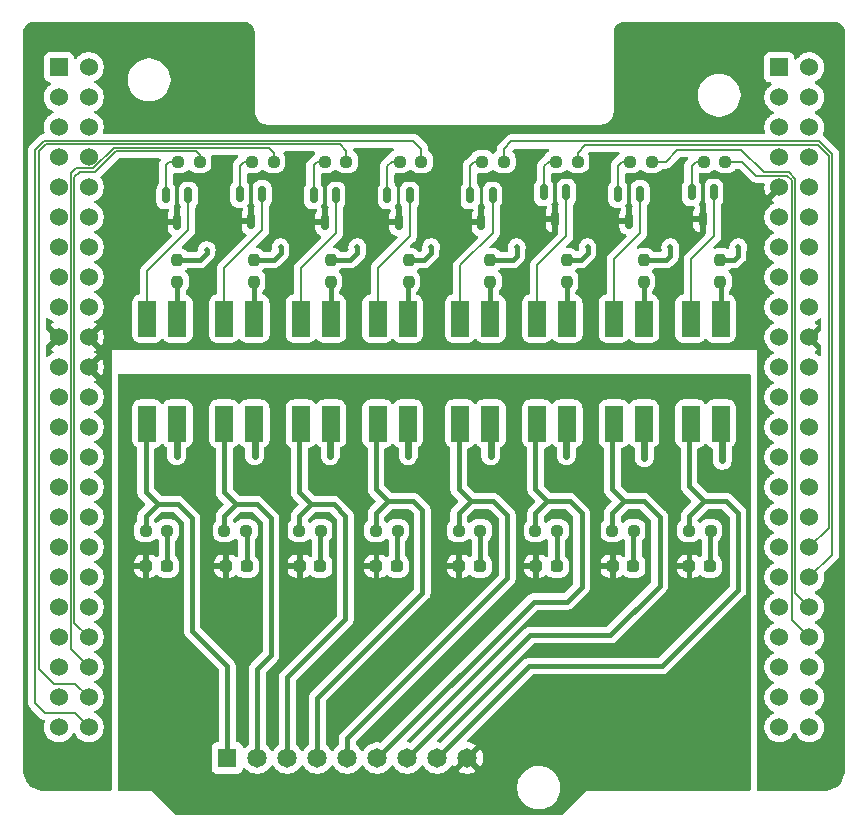
<source format=gtl>
%TF.GenerationSoftware,KiCad,Pcbnew,9.0.7-9.0.7~ubuntu24.04.1*%
%TF.CreationDate,2026-01-13T16:34:36+01:00*%
%TF.ProjectId,digital_output,64696769-7461-46c5-9f6f-75747075742e,1.0*%
%TF.SameCoordinates,Original*%
%TF.FileFunction,Copper,L1,Top*%
%TF.FilePolarity,Positive*%
%FSLAX46Y46*%
G04 Gerber Fmt 4.6, Leading zero omitted, Abs format (unit mm)*
G04 Created by KiCad (PCBNEW 9.0.7-9.0.7~ubuntu24.04.1) date 2026-01-13 16:34:36*
%MOMM*%
%LPD*%
G01*
G04 APERTURE LIST*
G04 Aperture macros list*
%AMRoundRect*
0 Rectangle with rounded corners*
0 $1 Rounding radius*
0 $2 $3 $4 $5 $6 $7 $8 $9 X,Y pos of 4 corners*
0 Add a 4 corners polygon primitive as box body*
4,1,4,$2,$3,$4,$5,$6,$7,$8,$9,$2,$3,0*
0 Add four circle primitives for the rounded corners*
1,1,$1+$1,$2,$3*
1,1,$1+$1,$4,$5*
1,1,$1+$1,$6,$7*
1,1,$1+$1,$8,$9*
0 Add four rect primitives between the rounded corners*
20,1,$1+$1,$2,$3,$4,$5,0*
20,1,$1+$1,$4,$5,$6,$7,0*
20,1,$1+$1,$6,$7,$8,$9,0*
20,1,$1+$1,$8,$9,$2,$3,0*%
G04 Aperture macros list end*
%TA.AperFunction,SMDPad,CuDef*%
%ADD10RoundRect,0.237500X-0.250000X-0.237500X0.250000X-0.237500X0.250000X0.237500X-0.250000X0.237500X0*%
%TD*%
%TA.AperFunction,SMDPad,CuDef*%
%ADD11RoundRect,0.250000X-0.550000X1.300000X-0.550000X-1.300000X0.550000X-1.300000X0.550000X1.300000X0*%
%TD*%
%TA.AperFunction,SMDPad,CuDef*%
%ADD12RoundRect,0.150000X-0.150000X0.512500X-0.150000X-0.512500X0.150000X-0.512500X0.150000X0.512500X0*%
%TD*%
%TA.AperFunction,SMDPad,CuDef*%
%ADD13RoundRect,0.237500X0.237500X-0.250000X0.237500X0.250000X-0.237500X0.250000X-0.237500X-0.250000X0*%
%TD*%
%TA.AperFunction,ComponentPad*%
%ADD14R,1.530000X1.530000*%
%TD*%
%TA.AperFunction,ComponentPad*%
%ADD15C,1.530000*%
%TD*%
%TA.AperFunction,SMDPad,CuDef*%
%ADD16RoundRect,0.237500X-0.287500X-0.237500X0.287500X-0.237500X0.287500X0.237500X-0.287500X0.237500X0*%
%TD*%
%TA.AperFunction,ComponentPad*%
%ADD17R,1.650000X1.650000*%
%TD*%
%TA.AperFunction,ComponentPad*%
%ADD18C,1.650000*%
%TD*%
%TA.AperFunction,ViaPad*%
%ADD19C,0.500000*%
%TD*%
%TA.AperFunction,Conductor*%
%ADD20C,0.200000*%
%TD*%
%TA.AperFunction,Conductor*%
%ADD21C,0.400000*%
%TD*%
%TA.AperFunction,Conductor*%
%ADD22C,0.600000*%
%TD*%
G04 APERTURE END LIST*
D10*
%TO.P,R8,1*%
%TO.N,DI_OUT7*%
X172587500Y-91750000D03*
%TO.P,R8,2*%
%TO.N,/digital_out/DO_7_R*%
X174412500Y-91750000D03*
%TD*%
%TO.P,R22,1*%
%TO.N,/digital_out/Q6_G*%
X161337500Y-60500000D03*
%TO.P,R22,2*%
%TO.N,DO_5*%
X163162500Y-60500000D03*
%TD*%
D11*
%TO.P,U7,1*%
%TO.N,/digital_out/OPT7_R*%
X168770000Y-73805000D03*
%TO.P,U7,2*%
%TO.N,/digital_out/OPT7_IN*%
X166230000Y-73805000D03*
%TO.P,U7,3*%
%TO.N,DI_OUT6*%
X166230000Y-82695000D03*
%TO.P,U7,4*%
%TO.N,+24V*%
X168770000Y-82695000D03*
%TD*%
D12*
%TO.P,Q3,1,D*%
%TO.N,/digital_out/OPT3_IN*%
X142700000Y-63362500D03*
%TO.P,Q3,2,G*%
%TO.N,/digital_out/Q3_G*%
X140800000Y-63362500D03*
%TO.P,Q3,3,S*%
%TO.N,GND*%
X141750000Y-65637500D03*
%TD*%
D13*
%TO.P,R16,1*%
%TO.N,/digital_out/OPT8_R*%
X175250000Y-70662500D03*
%TO.P,R16,2*%
%TO.N,+5V*%
X175250000Y-68837500D03*
%TD*%
D10*
%TO.P,R7,1*%
%TO.N,DI_OUT6*%
X166087500Y-91750000D03*
%TO.P,R7,2*%
%TO.N,/digital_out/DO_6_R*%
X167912500Y-91750000D03*
%TD*%
%TO.P,R5,1*%
%TO.N,DI_OUT4*%
X153087500Y-91750000D03*
%TO.P,R5,2*%
%TO.N,/digital_out/DO_4_R*%
X154912500Y-91750000D03*
%TD*%
D11*
%TO.P,U2,1*%
%TO.N,/digital_out/OPT2_R*%
X135770000Y-73805000D03*
%TO.P,U2,2*%
%TO.N,/digital_out/OPT2_IN*%
X133230000Y-73805000D03*
%TO.P,U2,3*%
%TO.N,DI_OUT1*%
X133230000Y-82695000D03*
%TO.P,U2,4*%
%TO.N,+24V*%
X135770000Y-82695000D03*
%TD*%
D14*
%TO.P,J3,1,Pin_1*%
%TO.N,unconnected-(J3-Pin_1-Pad1)*%
X180230000Y-52520000D03*
D15*
%TO.P,J3,2,Pin_2*%
%TO.N,unconnected-(J3-Pin_2-Pad2)*%
X182770000Y-52520000D03*
%TO.P,J3,3,Pin_3*%
%TO.N,unconnected-(J3-Pin_3-Pad3)*%
X180230000Y-55060000D03*
%TO.P,J3,4,Pin_4*%
%TO.N,unconnected-(J3-Pin_4-Pad4)*%
X182770000Y-55060000D03*
%TO.P,J3,5,Pin_5*%
%TO.N,unconnected-(J3-Pin_5-Pad5)*%
X180230000Y-57600000D03*
%TO.P,J3,6,Pin_6*%
%TO.N,unconnected-(J3-Pin_6-Pad6)*%
X182770000Y-57600000D03*
%TO.P,J3,7,Pin_7*%
%TO.N,unconnected-(J3-Pin_7-Pad7)*%
X180230000Y-60140000D03*
%TO.P,J3,8,Pin_8*%
%TO.N,unconnected-(J3-Pin_8-Pad8)*%
X182770000Y-60140000D03*
%TO.P,J3,9,Pin_9*%
%TO.N,GND*%
X180230000Y-62680000D03*
%TO.P,J3,10,Pin_10*%
%TO.N,unconnected-(J3-Pin_10-Pad10)*%
X182770000Y-62680000D03*
%TO.P,J3,11,Pin_11*%
%TO.N,unconnected-(J3-Pin_11-Pad11)*%
X180230000Y-65220000D03*
%TO.P,J3,12,Pin_12*%
%TO.N,unconnected-(J3-Pin_12-Pad12)*%
X182770000Y-65220000D03*
%TO.P,J3,13,Pin_13*%
%TO.N,unconnected-(J3-Pin_13-Pad13)*%
X180230000Y-67760000D03*
%TO.P,J3,14,Pin_14*%
%TO.N,unconnected-(J3-Pin_14-Pad14)*%
X182770000Y-67760000D03*
%TO.P,J3,15,Pin_15*%
%TO.N,unconnected-(J3-Pin_15-Pad15)*%
X180230000Y-70300000D03*
%TO.P,J3,16,Pin_16*%
%TO.N,unconnected-(J3-Pin_16-Pad16)*%
X182770000Y-70300000D03*
%TO.P,J3,17,Pin_17*%
%TO.N,unconnected-(J3-Pin_17-Pad17)*%
X180230000Y-72840000D03*
%TO.P,J3,18,Pin_18*%
%TO.N,unconnected-(J3-Pin_18-Pad18)*%
X182770000Y-72840000D03*
%TO.P,J3,19,Pin_19*%
%TO.N,unconnected-(J3-Pin_19-Pad19)*%
X180230000Y-75380000D03*
%TO.P,J3,20,Pin_20*%
%TO.N,GND*%
X182770000Y-75380000D03*
%TO.P,J3,21,Pin_21*%
%TO.N,unconnected-(J3-Pin_21-Pad21)*%
X180230000Y-77920000D03*
%TO.P,J3,22,Pin_22*%
%TO.N,unconnected-(J3-Pin_22-Pad22)*%
X182770000Y-77920000D03*
%TO.P,J3,23,Pin_23*%
%TO.N,unconnected-(J3-Pin_23-Pad23)*%
X180230000Y-80460000D03*
%TO.P,J3,24,Pin_24*%
%TO.N,unconnected-(J3-Pin_24-Pad24)*%
X182770000Y-80460000D03*
%TO.P,J3,25,Pin_25*%
%TO.N,unconnected-(J3-Pin_25-Pad25)*%
X180230000Y-83000000D03*
%TO.P,J3,26,Pin_26*%
%TO.N,unconnected-(J3-Pin_26-Pad26)*%
X182770000Y-83000000D03*
%TO.P,J3,27,Pin_27*%
%TO.N,unconnected-(J3-Pin_27-Pad27)*%
X180230000Y-85540000D03*
%TO.P,J3,28,Pin_28*%
%TO.N,unconnected-(J3-Pin_28-Pad28)*%
X182770000Y-85540000D03*
%TO.P,J3,29,Pin_29*%
%TO.N,unconnected-(J3-Pin_29-Pad29)*%
X180230000Y-88080000D03*
%TO.P,J3,30,Pin_30*%
%TO.N,unconnected-(J3-Pin_30-Pad30)*%
X182770000Y-88080000D03*
%TO.P,J3,31,Pin_31*%
%TO.N,unconnected-(J3-Pin_31-Pad31)*%
X180230000Y-90620000D03*
%TO.P,J3,32,Pin_32*%
%TO.N,unconnected-(J3-Pin_32-Pad32)*%
X182770000Y-90620000D03*
%TO.P,J3,33,Pin_33*%
%TO.N,unconnected-(J3-Pin_33-Pad33)*%
X180230000Y-93160000D03*
%TO.P,J3,34,Pin_34*%
%TO.N,DO_5*%
X182770000Y-93160000D03*
%TO.P,J3,35,Pin_35*%
%TO.N,unconnected-(J3-Pin_35-Pad35)*%
X180230000Y-95700000D03*
%TO.P,J3,36,Pin_36*%
%TO.N,DO_4*%
X182770000Y-95700000D03*
%TO.P,J3,37,Pin_37*%
%TO.N,unconnected-(J3-Pin_37-Pad37)*%
X180230000Y-98240000D03*
%TO.P,J3,38,Pin_38*%
%TO.N,DO_6*%
X182770000Y-98240000D03*
%TO.P,J3,39,Pin_39*%
%TO.N,unconnected-(J3-Pin_39-Pad39)*%
X180230000Y-100780000D03*
%TO.P,J3,40,Pin_40*%
%TO.N,DO_7*%
X182770000Y-100780000D03*
%TO.P,J3,41,Pin_41*%
%TO.N,unconnected-(J3-Pin_41-Pad41)*%
X180230000Y-103320000D03*
%TO.P,J3,42,Pin_42*%
%TO.N,unconnected-(J3-Pin_42-Pad42)*%
X182770000Y-103320000D03*
%TO.P,J3,43,Pin_43*%
%TO.N,unconnected-(J3-Pin_43-Pad43)*%
X180230000Y-105860000D03*
%TO.P,J3,44,Pin_44*%
%TO.N,unconnected-(J3-Pin_44-Pad44)*%
X182770000Y-105860000D03*
%TO.P,J3,45,Pin_45*%
%TO.N,unconnected-(J3-Pin_45-Pad45)*%
X180230000Y-108400000D03*
%TO.P,J3,46,Pin_46*%
%TO.N,unconnected-(J3-Pin_46-Pad46)*%
X182770000Y-108400000D03*
%TD*%
D10*
%TO.P,R24,1*%
%TO.N,/digital_out/Q8_G*%
X173837500Y-60500000D03*
%TO.P,R24,2*%
%TO.N,DO_7*%
X175662500Y-60500000D03*
%TD*%
D16*
%TO.P,D4,1,K*%
%TO.N,GNDREF*%
X146125000Y-94750000D03*
%TO.P,D4,2,A*%
%TO.N,/digital_out/DO_3_R*%
X147875000Y-94750000D03*
%TD*%
D10*
%TO.P,R20,1*%
%TO.N,/digital_out/Q4_G*%
X148087500Y-60500000D03*
%TO.P,R20,2*%
%TO.N,DO_3*%
X149912500Y-60500000D03*
%TD*%
D16*
%TO.P,D1,1,K*%
%TO.N,GNDREF*%
X126625000Y-94750000D03*
%TO.P,D1,2,A*%
%TO.N,/digital_out/DO_0_R*%
X128375000Y-94750000D03*
%TD*%
D12*
%TO.P,Q5,1,D*%
%TO.N,/digital_out/OPT5_IN*%
X155950000Y-63362500D03*
%TO.P,Q5,2,G*%
%TO.N,/digital_out/Q5_G*%
X154050000Y-63362500D03*
%TO.P,Q5,3,S*%
%TO.N,GND*%
X155000000Y-65637500D03*
%TD*%
D11*
%TO.P,U6,1*%
%TO.N,/digital_out/OPT6_R*%
X162270000Y-73805000D03*
%TO.P,U6,2*%
%TO.N,/digital_out/OPT6_IN*%
X159730000Y-73805000D03*
%TO.P,U6,3*%
%TO.N,DI_OUT5*%
X159730000Y-82695000D03*
%TO.P,U6,4*%
%TO.N,+24V*%
X162270000Y-82695000D03*
%TD*%
%TO.P,U8,1*%
%TO.N,/digital_out/OPT8_R*%
X175270000Y-73805000D03*
%TO.P,U8,2*%
%TO.N,/digital_out/OPT8_IN*%
X172730000Y-73805000D03*
%TO.P,U8,3*%
%TO.N,DI_OUT7*%
X172730000Y-82695000D03*
%TO.P,U8,4*%
%TO.N,+24V*%
X175270000Y-82695000D03*
%TD*%
D13*
%TO.P,R10,1*%
%TO.N,/digital_out/OPT2_R*%
X135750000Y-70662500D03*
%TO.P,R10,2*%
%TO.N,+5V*%
X135750000Y-68837500D03*
%TD*%
D10*
%TO.P,R18,1*%
%TO.N,/digital_out/Q2_G*%
X135587500Y-60500000D03*
%TO.P,R18,2*%
%TO.N,DO_1*%
X137412500Y-60500000D03*
%TD*%
%TO.P,R17,1*%
%TO.N,/digital_out/Q1_G*%
X129337500Y-60500000D03*
%TO.P,R17,2*%
%TO.N,DO_0*%
X131162500Y-60500000D03*
%TD*%
D16*
%TO.P,D7,1,K*%
%TO.N,GNDREF*%
X166125000Y-94750000D03*
%TO.P,D7,2,A*%
%TO.N,/digital_out/DO_6_R*%
X167875000Y-94750000D03*
%TD*%
D17*
%TO.P,J1,1,Pin_1*%
%TO.N,DI_OUT0*%
X133500000Y-111000000D03*
D18*
%TO.P,J1,2,Pin_2*%
%TO.N,DI_OUT1*%
X136040000Y-111000000D03*
%TO.P,J1,3,Pin_3*%
%TO.N,DI_OUT2*%
X138580000Y-111000000D03*
%TO.P,J1,4,Pin_4*%
%TO.N,DI_OUT3*%
X141120000Y-111000000D03*
%TO.P,J1,5,Pin_5*%
%TO.N,DI_OUT4*%
X143660000Y-111000000D03*
%TO.P,J1,6,Pin_6*%
%TO.N,DI_OUT5*%
X146200000Y-111000000D03*
%TO.P,J1,7,Pin_7*%
%TO.N,DI_OUT6*%
X148740000Y-111000000D03*
%TO.P,J1,8,Pin_8*%
%TO.N,DI_OUT7*%
X151280000Y-111000000D03*
%TO.P,J1,9,Pin_9*%
%TO.N,GNDREF*%
X153820000Y-111000000D03*
%TD*%
D10*
%TO.P,R3,1*%
%TO.N,DI_OUT2*%
X139587500Y-91750000D03*
%TO.P,R3,2*%
%TO.N,/digital_out/D0_2_R*%
X141412500Y-91750000D03*
%TD*%
%TO.P,R19,1*%
%TO.N,/digital_out/Q3_G*%
X141750000Y-60500000D03*
%TO.P,R19,2*%
%TO.N,DO_2*%
X143575000Y-60500000D03*
%TD*%
D12*
%TO.P,Q7,1,D*%
%TO.N,/digital_out/OPT7_IN*%
X168450000Y-63250000D03*
%TO.P,Q7,2,G*%
%TO.N,/digital_out/Q7_G*%
X166550000Y-63250000D03*
%TO.P,Q7,3,S*%
%TO.N,GND*%
X167500000Y-65525000D03*
%TD*%
D10*
%TO.P,R1,1*%
%TO.N,DI_OUT0*%
X126587500Y-91750000D03*
%TO.P,R1,2*%
%TO.N,/digital_out/DO_0_R*%
X128412500Y-91750000D03*
%TD*%
D13*
%TO.P,R9,1*%
%TO.N,/digital_out/OPT1_R*%
X129250000Y-70662500D03*
%TO.P,R9,2*%
%TO.N,+5V*%
X129250000Y-68837500D03*
%TD*%
D12*
%TO.P,Q8,1,D*%
%TO.N,/digital_out/OPT8_IN*%
X174700000Y-63112500D03*
%TO.P,Q8,2,G*%
%TO.N,/digital_out/Q8_G*%
X172800000Y-63112500D03*
%TO.P,Q8,3,S*%
%TO.N,GND*%
X173750000Y-65387500D03*
%TD*%
%TO.P,Q2,1,D*%
%TO.N,/digital_out/OPT2_IN*%
X136450000Y-63250000D03*
%TO.P,Q2,2,G*%
%TO.N,/digital_out/Q2_G*%
X134550000Y-63250000D03*
%TO.P,Q2,3,S*%
%TO.N,GND*%
X135500000Y-65525000D03*
%TD*%
D11*
%TO.P,U1,1*%
%TO.N,/digital_out/OPT1_R*%
X129270000Y-73805000D03*
%TO.P,U1,2*%
%TO.N,/digital_out/OPT1_IN*%
X126730000Y-73805000D03*
%TO.P,U1,3*%
%TO.N,DI_OUT0*%
X126730000Y-82695000D03*
%TO.P,U1,4*%
%TO.N,+24V*%
X129270000Y-82695000D03*
%TD*%
D13*
%TO.P,R14,1*%
%TO.N,/digital_out/OPT6_R*%
X162250000Y-70662500D03*
%TO.P,R14,2*%
%TO.N,+5V*%
X162250000Y-68837500D03*
%TD*%
D11*
%TO.P,U5,1*%
%TO.N,/digital_out/OPT5_R*%
X155770000Y-73805000D03*
%TO.P,U5,2*%
%TO.N,/digital_out/OPT5_IN*%
X153230000Y-73805000D03*
%TO.P,U5,3*%
%TO.N,DI_OUT4*%
X153230000Y-82695000D03*
%TO.P,U5,4*%
%TO.N,+24V*%
X155770000Y-82695000D03*
%TD*%
D13*
%TO.P,R15,1*%
%TO.N,/digital_out/OPT7_R*%
X168750000Y-70662500D03*
%TO.P,R15,2*%
%TO.N,+5V*%
X168750000Y-68837500D03*
%TD*%
D16*
%TO.P,D2,1,K*%
%TO.N,GNDREF*%
X133375000Y-94750000D03*
%TO.P,D2,2,A*%
%TO.N,/digital_out/DO_1_R*%
X135125000Y-94750000D03*
%TD*%
D12*
%TO.P,Q4,1,D*%
%TO.N,/digital_out/OPT4_IN*%
X148950000Y-63362500D03*
%TO.P,Q4,2,G*%
%TO.N,/digital_out/Q4_G*%
X147050000Y-63362500D03*
%TO.P,Q4,3,S*%
%TO.N,GND*%
X148000000Y-65637500D03*
%TD*%
D16*
%TO.P,D5,1,K*%
%TO.N,GNDREF*%
X153125000Y-94750000D03*
%TO.P,D5,2,A*%
%TO.N,/digital_out/DO_4_R*%
X154875000Y-94750000D03*
%TD*%
D10*
%TO.P,R2,1*%
%TO.N,DI_OUT1*%
X133250000Y-91750000D03*
%TO.P,R2,2*%
%TO.N,/digital_out/DO_1_R*%
X135075000Y-91750000D03*
%TD*%
D12*
%TO.P,Q6,1,D*%
%TO.N,/digital_out/OPT6_IN*%
X162200000Y-63112500D03*
%TO.P,Q6,2,G*%
%TO.N,/digital_out/Q6_G*%
X160300000Y-63112500D03*
%TO.P,Q6,3,S*%
%TO.N,GND*%
X161250000Y-65387500D03*
%TD*%
D16*
%TO.P,D3,1,K*%
%TO.N,GNDREF*%
X139625000Y-94750000D03*
%TO.P,D3,2,A*%
%TO.N,/digital_out/D0_2_R*%
X141375000Y-94750000D03*
%TD*%
D13*
%TO.P,R12,1*%
%TO.N,/digital_out/OPT4_R*%
X148837500Y-70662500D03*
%TO.P,R12,2*%
%TO.N,+5V*%
X148837500Y-68837500D03*
%TD*%
D10*
%TO.P,R4,1*%
%TO.N,DI_OUT3*%
X146087500Y-91750000D03*
%TO.P,R4,2*%
%TO.N,/digital_out/DO_3_R*%
X147912500Y-91750000D03*
%TD*%
D16*
%TO.P,D6,1,K*%
%TO.N,GNDREF*%
X159625000Y-94750000D03*
%TO.P,D6,2,A*%
%TO.N,/digital_out/DO_5_R*%
X161375000Y-94750000D03*
%TD*%
%TO.P,D8,1,K*%
%TO.N,GNDREF*%
X172625000Y-94750000D03*
%TO.P,D8,2,A*%
%TO.N,/digital_out/DO_7_R*%
X174375000Y-94750000D03*
%TD*%
D10*
%TO.P,R23,1*%
%TO.N,/digital_out/Q7_G*%
X167587500Y-60500000D03*
%TO.P,R23,2*%
%TO.N,DO_6*%
X169412500Y-60500000D03*
%TD*%
%TO.P,R21,1*%
%TO.N,/digital_out/Q5_G*%
X155087500Y-60500000D03*
%TO.P,R21,2*%
%TO.N,DO_4*%
X156912500Y-60500000D03*
%TD*%
D12*
%TO.P,Q1,1,D*%
%TO.N,/digital_out/OPT1_IN*%
X130200000Y-63362500D03*
%TO.P,Q1,2,G*%
%TO.N,/digital_out/Q1_G*%
X128300000Y-63362500D03*
%TO.P,Q1,3,S*%
%TO.N,GND*%
X129250000Y-65637500D03*
%TD*%
D13*
%TO.P,R13,1*%
%TO.N,/digital_out/OPT5_R*%
X155750000Y-70662500D03*
%TO.P,R13,2*%
%TO.N,+5V*%
X155750000Y-68837500D03*
%TD*%
%TO.P,R11,1*%
%TO.N,/digital_out/OPT3_R*%
X142250000Y-70662500D03*
%TO.P,R11,2*%
%TO.N,+5V*%
X142250000Y-68837500D03*
%TD*%
D10*
%TO.P,R6,1*%
%TO.N,DI_OUT5*%
X159587500Y-91750000D03*
%TO.P,R6,2*%
%TO.N,/digital_out/DO_5_R*%
X161412500Y-91750000D03*
%TD*%
D11*
%TO.P,U3,1*%
%TO.N,/digital_out/OPT3_R*%
X142270000Y-73805000D03*
%TO.P,U3,2*%
%TO.N,/digital_out/OPT3_IN*%
X139730000Y-73805000D03*
%TO.P,U3,3*%
%TO.N,DI_OUT2*%
X139730000Y-82695000D03*
%TO.P,U3,4*%
%TO.N,+24V*%
X142270000Y-82695000D03*
%TD*%
%TO.P,U4,1*%
%TO.N,/digital_out/OPT4_R*%
X148770000Y-73805000D03*
%TO.P,U4,2*%
%TO.N,/digital_out/OPT4_IN*%
X146230000Y-73805000D03*
%TO.P,U4,3*%
%TO.N,DI_OUT3*%
X146230000Y-82695000D03*
%TO.P,U4,4*%
%TO.N,+24V*%
X148770000Y-82695000D03*
%TD*%
D14*
%TO.P,J2,1,Pin_1*%
%TO.N,unconnected-(J2-Pin_1-Pad1)*%
X119230000Y-52510000D03*
D15*
%TO.P,J2,2,Pin_2*%
%TO.N,unconnected-(J2-Pin_2-Pad2)*%
X121770000Y-52510000D03*
%TO.P,J2,3,Pin_3*%
%TO.N,unconnected-(J2-Pin_3-Pad3)*%
X119230000Y-55050000D03*
%TO.P,J2,4,Pin_4*%
%TO.N,unconnected-(J2-Pin_4-Pad4)*%
X121770000Y-55050000D03*
%TO.P,J2,5,Pin_5*%
%TO.N,unconnected-(J2-Pin_5-Pad5)*%
X119230000Y-57590000D03*
%TO.P,J2,6,Pin_6*%
%TO.N,unconnected-(J2-Pin_6-Pad6)*%
X121770000Y-57590000D03*
%TO.P,J2,7,Pin_7*%
%TO.N,unconnected-(J2-Pin_7-Pad7)*%
X119230000Y-60130000D03*
%TO.P,J2,8,Pin_8*%
%TO.N,GND*%
X121770000Y-60130000D03*
%TO.P,J2,9,Pin_9*%
%TO.N,unconnected-(J2-Pin_9-Pad9)*%
X119230000Y-62670000D03*
%TO.P,J2,10,Pin_10*%
%TO.N,unconnected-(J2-Pin_10-Pad10)*%
X121770000Y-62670000D03*
%TO.P,J2,11,Pin_11*%
%TO.N,unconnected-(J2-Pin_11-Pad11)*%
X119230000Y-65210000D03*
%TO.P,J2,12,Pin_12*%
%TO.N,unconnected-(J2-Pin_12-Pad12)*%
X121770000Y-65210000D03*
%TO.P,J2,13,Pin_13*%
%TO.N,unconnected-(J2-Pin_13-Pad13)*%
X119230000Y-67750000D03*
%TO.P,J2,14,Pin_14*%
%TO.N,unconnected-(J2-Pin_14-Pad14)*%
X121770000Y-67750000D03*
%TO.P,J2,15,Pin_15*%
%TO.N,unconnected-(J2-Pin_15-Pad15)*%
X119230000Y-70290000D03*
%TO.P,J2,16,Pin_16*%
%TO.N,unconnected-(J2-Pin_16-Pad16)*%
X121770000Y-70290000D03*
%TO.P,J2,17,Pin_17*%
%TO.N,unconnected-(J2-Pin_17-Pad17)*%
X119230000Y-72830000D03*
%TO.P,J2,18,Pin_18*%
%TO.N,unconnected-(J2-Pin_18-Pad18)*%
X121770000Y-72830000D03*
%TO.P,J2,19,Pin_19*%
%TO.N,GND*%
X119230000Y-75370000D03*
%TO.P,J2,20,Pin_20*%
X121770000Y-75370000D03*
%TO.P,J2,21,Pin_21*%
%TO.N,unconnected-(J2-Pin_21-Pad21)*%
X119230000Y-77910000D03*
%TO.P,J2,22,Pin_22*%
%TO.N,GND*%
X121770000Y-77910000D03*
%TO.P,J2,23,Pin_23*%
%TO.N,unconnected-(J2-Pin_23-Pad23)*%
X119230000Y-80450000D03*
%TO.P,J2,24,Pin_24*%
%TO.N,unconnected-(J2-Pin_24-Pad24)*%
X121770000Y-80450000D03*
%TO.P,J2,25,Pin_25*%
%TO.N,unconnected-(J2-Pin_25-Pad25)*%
X119230000Y-82990000D03*
%TO.P,J2,26,Pin_26*%
%TO.N,unconnected-(J2-Pin_26-Pad26)*%
X121770000Y-82990000D03*
%TO.P,J2,27,Pin_27*%
%TO.N,+5V*%
X119230000Y-85530000D03*
%TO.P,J2,28,Pin_28*%
%TO.N,unconnected-(J2-Pin_28-Pad28)*%
X121770000Y-85530000D03*
%TO.P,J2,29,Pin_29*%
%TO.N,+24V*%
X119230000Y-88070000D03*
%TO.P,J2,30,Pin_30*%
%TO.N,unconnected-(J2-Pin_30-Pad30)*%
X121770000Y-88070000D03*
%TO.P,J2,31,Pin_31*%
%TO.N,unconnected-(J2-Pin_31-Pad31)*%
X119230000Y-90610000D03*
%TO.P,J2,32,Pin_32*%
%TO.N,unconnected-(J2-Pin_32-Pad32)*%
X121770000Y-90610000D03*
%TO.P,J2,33,Pin_33*%
%TO.N,unconnected-(J2-Pin_33-Pad33)*%
X119230000Y-93150000D03*
%TO.P,J2,34,Pin_34*%
%TO.N,unconnected-(J2-Pin_34-Pad34)*%
X121770000Y-93150000D03*
%TO.P,J2,35,Pin_35*%
%TO.N,unconnected-(J2-Pin_35-Pad35)*%
X119230000Y-95690000D03*
%TO.P,J2,36,Pin_36*%
%TO.N,unconnected-(J2-Pin_36-Pad36)*%
X121770000Y-95690000D03*
%TO.P,J2,37,Pin_37*%
%TO.N,unconnected-(J2-Pin_37-Pad37)*%
X119230000Y-98230000D03*
%TO.P,J2,38,Pin_38*%
%TO.N,unconnected-(J2-Pin_38-Pad38)*%
X121770000Y-98230000D03*
%TO.P,J2,39,Pin_39*%
%TO.N,unconnected-(J2-Pin_39-Pad39)*%
X119230000Y-100770000D03*
%TO.P,J2,40,Pin_40*%
%TO.N,DO_0*%
X121770000Y-100770000D03*
%TO.P,J2,41,Pin_41*%
%TO.N,unconnected-(J2-Pin_41-Pad41)*%
X119230000Y-103310000D03*
%TO.P,J2,42,Pin_42*%
%TO.N,DO_1*%
X121770000Y-103310000D03*
%TO.P,J2,43,Pin_43*%
%TO.N,unconnected-(J2-Pin_43-Pad43)*%
X119230000Y-105850000D03*
%TO.P,J2,44,Pin_44*%
%TO.N,DO_2*%
X121770000Y-105850000D03*
%TO.P,J2,45,Pin_45*%
%TO.N,unconnected-(J2-Pin_45-Pad45)*%
X119230000Y-108390000D03*
%TO.P,J2,46,Pin_46*%
%TO.N,DO_3*%
X121770000Y-108390000D03*
%TD*%
D19*
%TO.N,GND*%
X167500000Y-64400000D03*
X148000000Y-64600000D03*
X129250000Y-64600000D03*
X141750000Y-64600000D03*
X155000000Y-64600000D03*
X173750000Y-64300000D03*
X161250000Y-64300000D03*
X135500000Y-64500000D03*
%TO.N,GNDREF*%
X165150000Y-94750000D03*
X125700000Y-94750000D03*
X145200000Y-94750000D03*
X158700000Y-94750000D03*
X138600000Y-94750000D03*
X152200000Y-94750000D03*
X171700000Y-94750000D03*
X132400000Y-94750000D03*
%TO.N,+24V*%
X135800000Y-85400000D03*
X168800000Y-85600000D03*
X129200000Y-85400000D03*
X162200000Y-85400000D03*
X148800000Y-85400000D03*
X142200000Y-85400000D03*
X155800000Y-85400000D03*
X175400000Y-85800000D03*
%TO.N,+5V*%
X150750000Y-67750000D03*
X138000000Y-67750000D03*
X158000000Y-67750000D03*
X131750000Y-68000000D03*
X171000000Y-67750000D03*
X164000000Y-67750000D03*
X176750000Y-67750000D03*
X144500000Y-67750000D03*
%TD*%
D20*
%TO.N,DO_0*%
X131162500Y-60500000D02*
X131162500Y-59912500D01*
X131162500Y-59912500D02*
X130873000Y-59623000D01*
X130873000Y-59623000D02*
X124038536Y-59623000D01*
X124038536Y-59623000D02*
X122284536Y-61377000D01*
X122284536Y-61377000D02*
X121000000Y-61377000D01*
X121000000Y-61377000D02*
X120541000Y-61836000D01*
X120541000Y-61836000D02*
X120541000Y-99541000D01*
X120541000Y-99541000D02*
X121770000Y-100770000D01*
%TO.N,DO_1*%
X137412500Y-60500000D02*
X137412500Y-59744500D01*
X137412500Y-59744500D02*
X137000000Y-59332000D01*
X137000000Y-59332000D02*
X123918000Y-59332000D01*
X120250000Y-101790000D02*
X121770000Y-103310000D01*
X123918000Y-59332000D02*
X122164000Y-61086000D01*
X122164000Y-61086000D02*
X120664000Y-61086000D01*
X120664000Y-61086000D02*
X120250000Y-61500000D01*
X120250000Y-61500000D02*
X120250000Y-101790000D01*
%TO.N,DO_2*%
X143575000Y-60500000D02*
X143575000Y-59616000D01*
X117541000Y-103441000D02*
X118800000Y-104700000D01*
X143575000Y-59616000D02*
X143000000Y-59041000D01*
X143000000Y-59041000D02*
X118120536Y-59041000D01*
X118120536Y-59041000D02*
X117541000Y-59620536D01*
X117541000Y-59620536D02*
X117541000Y-103441000D01*
X118800000Y-104700000D02*
X120620000Y-104700000D01*
X120620000Y-104700000D02*
X121770000Y-105850000D01*
%TO.N,DO_3*%
X149912500Y-60500000D02*
X149912500Y-59412500D01*
X117250000Y-59500000D02*
X117250000Y-106350000D01*
X149912500Y-59412500D02*
X149250000Y-58750000D01*
X149250000Y-58750000D02*
X118000000Y-58750000D01*
X118000000Y-58750000D02*
X117250000Y-59500000D01*
X117250000Y-106350000D02*
X118100000Y-107200000D01*
X118100000Y-107200000D02*
X120580000Y-107200000D01*
X120580000Y-107200000D02*
X121770000Y-108390000D01*
D21*
%TO.N,GND*%
X173750000Y-64300000D02*
X173750000Y-65387500D01*
X135500000Y-65525000D02*
X135500000Y-64500000D01*
X148000000Y-64600000D02*
X148000000Y-65637500D01*
X141750000Y-64600000D02*
X141750000Y-65637500D01*
X155000000Y-65637500D02*
X155000000Y-64600000D01*
X161250000Y-64300000D02*
X161250000Y-65387500D01*
X129250000Y-64600000D02*
X129250000Y-65637500D01*
X167500000Y-64400000D02*
X167500000Y-65525000D01*
%TO.N,GNDREF*%
X171700000Y-94750000D02*
X172625000Y-94750000D01*
X158700000Y-94750000D02*
X159625000Y-94750000D01*
X125700000Y-94750000D02*
X126625000Y-94750000D01*
X138600000Y-94750000D02*
X139625000Y-94750000D01*
X152200000Y-94750000D02*
X153125000Y-94750000D01*
X132400000Y-94750000D02*
X133375000Y-94750000D01*
X145200000Y-94750000D02*
X146125000Y-94750000D01*
X165150000Y-94750000D02*
X166125000Y-94750000D01*
%TO.N,/digital_out/DO_0_R*%
X128375000Y-94750000D02*
X128375000Y-91787500D01*
X128375000Y-91787500D02*
X128412500Y-91750000D01*
%TO.N,/digital_out/DO_1_R*%
X135125000Y-91800000D02*
X135075000Y-91750000D01*
X135125000Y-94750000D02*
X135125000Y-91800000D01*
%TO.N,/digital_out/D0_2_R*%
X141375000Y-91787500D02*
X141412500Y-91750000D01*
X141375000Y-94750000D02*
X141375000Y-91787500D01*
%TO.N,/digital_out/DO_3_R*%
X147875000Y-94750000D02*
X147875000Y-91787500D01*
X147875000Y-91787500D02*
X147912500Y-91750000D01*
%TO.N,/digital_out/DO_4_R*%
X154875000Y-91787500D02*
X154912500Y-91750000D01*
X154875000Y-94750000D02*
X154875000Y-91787500D01*
%TO.N,/digital_out/DO_5_R*%
X161375000Y-94750000D02*
X161375000Y-91787500D01*
X161375000Y-91787500D02*
X161412500Y-91750000D01*
%TO.N,/digital_out/DO_6_R*%
X167875000Y-91787500D02*
X167912500Y-91750000D01*
X167875000Y-94750000D02*
X167875000Y-91787500D01*
%TO.N,/digital_out/DO_7_R*%
X174375000Y-94750000D02*
X174375000Y-91787500D01*
X174375000Y-91787500D02*
X174412500Y-91750000D01*
%TO.N,DI_OUT6*%
X166087500Y-88250000D02*
X166087500Y-82837500D01*
X170100000Y-90600000D02*
X168750000Y-89250000D01*
X167087500Y-89250000D02*
X166087500Y-90250000D01*
X168750000Y-89250000D02*
X167087500Y-89250000D01*
X166087500Y-91750000D02*
X166087500Y-90250000D01*
X167087500Y-89250000D02*
X166087500Y-88250000D01*
X170100000Y-96400000D02*
X170100000Y-90600000D01*
X166087500Y-82837500D02*
X166230000Y-82695000D01*
X159140000Y-100600000D02*
X165900000Y-100600000D01*
X165900000Y-100600000D02*
X170100000Y-96400000D01*
X148740000Y-111000000D02*
X159140000Y-100600000D01*
%TO.N,DI_OUT7*%
X170300000Y-103200000D02*
X176750000Y-96750000D01*
X172587500Y-91750000D02*
X172587500Y-90500000D01*
X175750000Y-89250000D02*
X173837500Y-89250000D01*
X176750000Y-96750000D02*
X176750000Y-90250000D01*
X151280000Y-111000000D02*
X159080000Y-103200000D01*
X172587500Y-88000000D02*
X172587500Y-82837500D01*
X172587500Y-82837500D02*
X172730000Y-82695000D01*
X173837500Y-89250000D02*
X172587500Y-88000000D01*
X176750000Y-90250000D02*
X175750000Y-89250000D01*
X173837500Y-89250000D02*
X172587500Y-90500000D01*
X159080000Y-103200000D02*
X170300000Y-103200000D01*
%TO.N,DI_OUT1*%
X136000000Y-89500000D02*
X134250000Y-89500000D01*
X137200000Y-102300000D02*
X137200000Y-90700000D01*
X133250000Y-88500000D02*
X133250000Y-82715000D01*
X134250000Y-89500000D02*
X133250000Y-90500000D01*
X136040000Y-111000000D02*
X136040000Y-103460000D01*
X134250000Y-89500000D02*
X133250000Y-88500000D01*
X137200000Y-90700000D02*
X136000000Y-89500000D01*
X136040000Y-103460000D02*
X137200000Y-102300000D01*
X133250000Y-91750000D02*
X133250000Y-90500000D01*
X133250000Y-82715000D02*
X133230000Y-82695000D01*
%TO.N,DI_OUT2*%
X143500000Y-90500000D02*
X142500000Y-89500000D01*
X138580000Y-111000000D02*
X138580000Y-104170000D01*
X140587500Y-89500000D02*
X139587500Y-90500000D01*
X139587500Y-88500000D02*
X139587500Y-82837500D01*
X139587500Y-82837500D02*
X139730000Y-82695000D01*
X138580000Y-104170000D02*
X143500000Y-99250000D01*
X143500000Y-99250000D02*
X143500000Y-90500000D01*
X139587500Y-91750000D02*
X139587500Y-90500000D01*
X142500000Y-89500000D02*
X140587500Y-89500000D01*
X140587500Y-89500000D02*
X139587500Y-88500000D01*
%TO.N,DI_OUT0*%
X130500000Y-100250000D02*
X130500000Y-90700000D01*
X133500000Y-111000000D02*
X133500000Y-103250000D01*
X126587500Y-88500000D02*
X126587500Y-82837500D01*
X127587500Y-89500000D02*
X126587500Y-88500000D01*
X133500000Y-103250000D02*
X130500000Y-100250000D01*
X126587500Y-91750000D02*
X126587500Y-90500000D01*
X130500000Y-90700000D02*
X129300000Y-89500000D01*
X129300000Y-89500000D02*
X127587500Y-89500000D01*
X127587500Y-89500000D02*
X126587500Y-90500000D01*
X126587500Y-82837500D02*
X126730000Y-82695000D01*
%TO.N,DI_OUT5*%
X162500000Y-89250000D02*
X160587500Y-89250000D01*
X159587500Y-82837500D02*
X159730000Y-82695000D01*
X159587500Y-91750000D02*
X159587500Y-90250000D01*
X160587500Y-89250000D02*
X159587500Y-90250000D01*
X146200000Y-111000000D02*
X159450000Y-97750000D01*
X162250000Y-97750000D02*
X163500000Y-96500000D01*
X160587500Y-89250000D02*
X159587500Y-88250000D01*
X163500000Y-96500000D02*
X163500000Y-90250000D01*
X159450000Y-97750000D02*
X162250000Y-97750000D01*
X159587500Y-88250000D02*
X159587500Y-82837500D01*
X163500000Y-90250000D02*
X162500000Y-89250000D01*
%TO.N,DI_OUT3*%
X146087500Y-82837500D02*
X146230000Y-82695000D01*
X146087500Y-88250000D02*
X146087500Y-82837500D01*
X147087500Y-89250000D02*
X146087500Y-90250000D01*
X150000000Y-97000000D02*
X150000000Y-90000000D01*
X147087500Y-89250000D02*
X146087500Y-88250000D01*
X141120000Y-105880000D02*
X150000000Y-97000000D01*
X141120000Y-111000000D02*
X141120000Y-105880000D01*
X150000000Y-90000000D02*
X149250000Y-89250000D01*
X146087500Y-91750000D02*
X146087500Y-90250000D01*
X149250000Y-89250000D02*
X147087500Y-89250000D01*
%TO.N,DI_OUT4*%
X153087500Y-88250000D02*
X153087500Y-82837500D01*
X156000000Y-89250000D02*
X154087500Y-89250000D01*
X153087500Y-91750000D02*
X153087500Y-90250000D01*
X157200000Y-90450000D02*
X156000000Y-89250000D01*
X154087500Y-89250000D02*
X153087500Y-88250000D01*
X143660000Y-109340000D02*
X157200000Y-95800000D01*
X143660000Y-111000000D02*
X143660000Y-109340000D01*
X157200000Y-95800000D02*
X157200000Y-90450000D01*
X153087500Y-82837500D02*
X153230000Y-82695000D01*
X154087500Y-89250000D02*
X153087500Y-90250000D01*
D22*
%TO.N,+24V*%
X155800000Y-82725000D02*
X155770000Y-82695000D01*
X129200000Y-82765000D02*
X129270000Y-82695000D01*
X135800000Y-82725000D02*
X135770000Y-82695000D01*
X168800000Y-85600000D02*
X168800000Y-82725000D01*
X142200000Y-85400000D02*
X142200000Y-82765000D01*
X155800000Y-85400000D02*
X155800000Y-82725000D01*
X148800000Y-82725000D02*
X148770000Y-82695000D01*
X162200000Y-82765000D02*
X162270000Y-82695000D01*
X148800000Y-85400000D02*
X148800000Y-82725000D01*
X162200000Y-85400000D02*
X162200000Y-82765000D01*
X175400000Y-85800000D02*
X175400000Y-82825000D01*
X142200000Y-82765000D02*
X142270000Y-82695000D01*
X129200000Y-85400000D02*
X129200000Y-82765000D01*
X135800000Y-85400000D02*
X135800000Y-82725000D01*
X168800000Y-82725000D02*
X168770000Y-82695000D01*
X175400000Y-82825000D02*
X175270000Y-82695000D01*
D21*
%TO.N,+5V*%
X157662500Y-68837500D02*
X155750000Y-68837500D01*
X150750000Y-67750000D02*
X150750000Y-68250000D01*
X176412500Y-68837500D02*
X175250000Y-68837500D01*
X150750000Y-68250000D02*
X150162500Y-68837500D01*
X144500000Y-67750000D02*
X144500000Y-68250000D01*
X131162500Y-68837500D02*
X129250000Y-68837500D01*
X171000000Y-68500000D02*
X170662500Y-68837500D01*
X158000000Y-67750000D02*
X158000000Y-68500000D01*
X158000000Y-68500000D02*
X157662500Y-68837500D01*
X138000000Y-67750000D02*
X138000000Y-68250000D01*
X138000000Y-68250000D02*
X137412500Y-68837500D01*
X163412500Y-68837500D02*
X162250000Y-68837500D01*
X143912500Y-68837500D02*
X142250000Y-68837500D01*
X144500000Y-68250000D02*
X143912500Y-68837500D01*
X131750000Y-68000000D02*
X131750000Y-68250000D01*
X164000000Y-68250000D02*
X163412500Y-68837500D01*
X150162500Y-68837500D02*
X148837500Y-68837500D01*
X164000000Y-67750000D02*
X164000000Y-68250000D01*
X176750000Y-67750000D02*
X176750000Y-68500000D01*
X131750000Y-68250000D02*
X131162500Y-68837500D01*
X137412500Y-68837500D02*
X135750000Y-68837500D01*
X170662500Y-68837500D02*
X168750000Y-68837500D01*
X171000000Y-67750000D02*
X171000000Y-68500000D01*
X176750000Y-68500000D02*
X176412500Y-68837500D01*
D20*
%TO.N,DO_7*%
X181300000Y-99310000D02*
X182770000Y-100780000D01*
X175662500Y-60500000D02*
X177100000Y-60500000D01*
X178300000Y-61700000D02*
X180900000Y-61700000D01*
X181300000Y-62100000D02*
X181300000Y-99310000D01*
X180900000Y-61700000D02*
X181300000Y-62100000D01*
X177100000Y-60500000D02*
X178300000Y-61700000D01*
%TO.N,DO_6*%
X181020536Y-61409000D02*
X181600000Y-61988464D01*
X178909000Y-61409000D02*
X181020536Y-61409000D01*
X177000000Y-59500000D02*
X178909000Y-61409000D01*
X181600000Y-97070000D02*
X182770000Y-98240000D01*
X170600000Y-60500000D02*
X171600000Y-59500000D01*
X181600000Y-61988464D02*
X181600000Y-97070000D01*
X169412500Y-60500000D02*
X170600000Y-60500000D01*
X171600000Y-59500000D02*
X177000000Y-59500000D01*
%TO.N,DO_4*%
X156912500Y-59437500D02*
X156912500Y-60500000D01*
X184691000Y-59879464D02*
X183611536Y-58800000D01*
X184700000Y-93770000D02*
X184700000Y-90700000D01*
X184691000Y-90691000D02*
X184691000Y-59879464D01*
X157550000Y-58800000D02*
X156912500Y-59437500D01*
X184700000Y-90700000D02*
X184691000Y-90691000D01*
X183611536Y-58800000D02*
X157550000Y-58800000D01*
X182770000Y-95700000D02*
X184700000Y-93770000D01*
%TO.N,DO_5*%
X184400000Y-60000000D02*
X184400000Y-91530000D01*
X163162500Y-60500000D02*
X163162500Y-59737500D01*
X183500000Y-59100000D02*
X184400000Y-60000000D01*
X184400000Y-91530000D02*
X182770000Y-93160000D01*
X163800000Y-59100000D02*
X183500000Y-59100000D01*
X163162500Y-59737500D02*
X163800000Y-59100000D01*
%TO.N,/digital_out/Q1_G*%
X128300000Y-60800000D02*
X128600000Y-60500000D01*
X128600000Y-60500000D02*
X129337500Y-60500000D01*
X128300000Y-63362500D02*
X128300000Y-60800000D01*
%TO.N,/digital_out/OPT1_IN*%
X130200000Y-66300000D02*
X130200000Y-63362500D01*
X126730000Y-73805000D02*
X126730000Y-69770000D01*
X126730000Y-69770000D02*
X130200000Y-66300000D01*
%TO.N,/digital_out/Q2_G*%
X134550000Y-63250000D02*
X134550000Y-60850000D01*
X134550000Y-60850000D02*
X134900000Y-60500000D01*
X134900000Y-60500000D02*
X135587500Y-60500000D01*
%TO.N,/digital_out/OPT2_IN*%
X133230000Y-73805000D02*
X133230000Y-69520000D01*
X136450000Y-66300000D02*
X136450000Y-63250000D01*
X133230000Y-69520000D02*
X136450000Y-66300000D01*
%TO.N,/digital_out/OPT3_IN*%
X139730000Y-69520000D02*
X142700000Y-66550000D01*
X142700000Y-66550000D02*
X142700000Y-63362500D01*
X139730000Y-73805000D02*
X139730000Y-69520000D01*
%TO.N,/digital_out/Q3_G*%
X140800000Y-60800000D02*
X141100000Y-60500000D01*
X140800000Y-63362500D02*
X140800000Y-60800000D01*
X141100000Y-60500000D02*
X141750000Y-60500000D01*
%TO.N,/digital_out/Q4_G*%
X147050000Y-60850000D02*
X147400000Y-60500000D01*
X147050000Y-63362500D02*
X147050000Y-60850000D01*
X147400000Y-60500000D02*
X148087500Y-60500000D01*
%TO.N,/digital_out/OPT4_IN*%
X148950000Y-66800000D02*
X146230000Y-69520000D01*
X146230000Y-69520000D02*
X146230000Y-73805000D01*
X148950000Y-63362500D02*
X148950000Y-66800000D01*
%TO.N,/digital_out/OPT5_IN*%
X155950000Y-66550000D02*
X153230000Y-69270000D01*
X153230000Y-69270000D02*
X153230000Y-73805000D01*
X155950000Y-63362500D02*
X155950000Y-66550000D01*
%TO.N,/digital_out/Q5_G*%
X154050000Y-60850000D02*
X154400000Y-60500000D01*
X154050000Y-63362500D02*
X154050000Y-60850000D01*
X154400000Y-60500000D02*
X155087500Y-60500000D01*
%TO.N,/digital_out/Q6_G*%
X160300000Y-60900000D02*
X160700000Y-60500000D01*
X160700000Y-60500000D02*
X161337500Y-60500000D01*
X160300000Y-63112500D02*
X160300000Y-60900000D01*
%TO.N,/digital_out/OPT6_IN*%
X162200000Y-63112500D02*
X162200000Y-66800000D01*
X159730000Y-69270000D02*
X159730000Y-73805000D01*
X162200000Y-66800000D02*
X159730000Y-69270000D01*
%TO.N,/digital_out/Q7_G*%
X166900000Y-60500000D02*
X167587500Y-60500000D01*
X166550000Y-60850000D02*
X166900000Y-60500000D01*
X166550000Y-63250000D02*
X166550000Y-60850000D01*
%TO.N,/digital_out/OPT7_IN*%
X166230000Y-68770000D02*
X168450000Y-66550000D01*
X168450000Y-66550000D02*
X168450000Y-63250000D01*
X166230000Y-73805000D02*
X166230000Y-68770000D01*
%TO.N,/digital_out/Q8_G*%
X173150000Y-60500000D02*
X173837500Y-60500000D01*
X172800000Y-63112500D02*
X172800000Y-60850000D01*
X172800000Y-60850000D02*
X173150000Y-60500000D01*
%TO.N,/digital_out/OPT8_IN*%
X174700000Y-66800000D02*
X174700000Y-63112500D01*
X172730000Y-73805000D02*
X172730000Y-68770000D01*
X172730000Y-68770000D02*
X174700000Y-66800000D01*
D21*
%TO.N,/digital_out/OPT1_R*%
X129270000Y-73805000D02*
X129270000Y-70682500D01*
X129270000Y-70682500D02*
X129250000Y-70662500D01*
%TO.N,/digital_out/OPT2_R*%
X135770000Y-73805000D02*
X135770000Y-70682500D01*
X135770000Y-70682500D02*
X135750000Y-70662500D01*
%TO.N,/digital_out/OPT3_R*%
X142270000Y-73805000D02*
X142270000Y-70682500D01*
X142270000Y-70682500D02*
X142250000Y-70662500D01*
%TO.N,/digital_out/OPT4_R*%
X148770000Y-73805000D02*
X148770000Y-70730000D01*
X148770000Y-70730000D02*
X148837500Y-70662500D01*
%TO.N,/digital_out/OPT5_R*%
X155770000Y-70682500D02*
X155750000Y-70662500D01*
X155770000Y-73805000D02*
X155770000Y-70682500D01*
%TO.N,/digital_out/OPT6_R*%
X162270000Y-73805000D02*
X162270000Y-70682500D01*
X162270000Y-70682500D02*
X162250000Y-70662500D01*
%TO.N,/digital_out/OPT7_R*%
X168770000Y-70682500D02*
X168750000Y-70662500D01*
X168770000Y-73805000D02*
X168770000Y-70682500D01*
%TO.N,/digital_out/OPT8_R*%
X175270000Y-70682500D02*
X175250000Y-70662500D01*
X175270000Y-73805000D02*
X175270000Y-70682500D01*
%TD*%
%TA.AperFunction,Conductor*%
%TO.N,GND*%
G36*
X183763181Y-76019627D02*
G01*
X183796666Y-76080950D01*
X183799500Y-76107308D01*
X183799500Y-76860911D01*
X183779815Y-76927950D01*
X183727011Y-76973705D01*
X183657853Y-76983649D01*
X183598828Y-76956948D01*
X183598359Y-76957595D01*
X183595226Y-76955318D01*
X183594970Y-76955203D01*
X183594424Y-76954737D01*
X183594418Y-76954731D01*
X183433266Y-76837647D01*
X183413636Y-76827645D01*
X183281277Y-76760204D01*
X183230481Y-76712229D01*
X183213686Y-76644408D01*
X183236224Y-76578273D01*
X183281277Y-76539234D01*
X183433005Y-76461924D01*
X183470863Y-76434418D01*
X183470863Y-76434417D01*
X182907574Y-75871128D01*
X182966853Y-75855245D01*
X183083147Y-75788102D01*
X183178102Y-75693147D01*
X183245245Y-75576853D01*
X183261128Y-75517574D01*
X183763181Y-76019627D01*
G37*
%TD.AperFunction*%
%TA.AperFunction,Conductor*%
G36*
X183727802Y-73786658D02*
G01*
X183780283Y-73832782D01*
X183799500Y-73899088D01*
X183799500Y-74652692D01*
X183779815Y-74719731D01*
X183763181Y-74740373D01*
X183261128Y-75242425D01*
X183245245Y-75183147D01*
X183178102Y-75066853D01*
X183083147Y-74971898D01*
X182966853Y-74904755D01*
X182907572Y-74888871D01*
X183470864Y-74325580D01*
X183433008Y-74298077D01*
X183281277Y-74220765D01*
X183230481Y-74172790D01*
X183213686Y-74104969D01*
X183236224Y-74038834D01*
X183281277Y-73999795D01*
X183300903Y-73989795D01*
X183433266Y-73922353D01*
X183594418Y-73805269D01*
X183594431Y-73805255D01*
X183594957Y-73804807D01*
X183595207Y-73804694D01*
X183598359Y-73802405D01*
X183598839Y-73803066D01*
X183658715Y-73776229D01*
X183727802Y-73786658D01*
G37*
%TD.AperFunction*%
%TA.AperFunction,Conductor*%
G36*
X118754755Y-75566853D02*
G01*
X118821898Y-75683147D01*
X118916853Y-75778102D01*
X119033147Y-75845245D01*
X119092423Y-75861127D01*
X118529134Y-76424417D01*
X118566994Y-76451924D01*
X118718722Y-76529234D01*
X118769518Y-76577209D01*
X118786313Y-76645030D01*
X118763776Y-76711165D01*
X118718723Y-76750203D01*
X118566735Y-76827645D01*
X118454141Y-76909451D01*
X118405582Y-76944731D01*
X118405580Y-76944733D01*
X118405579Y-76944733D01*
X118353181Y-76997132D01*
X118291858Y-77030617D01*
X118222166Y-77025633D01*
X118166233Y-76983761D01*
X118141816Y-76918297D01*
X118141500Y-76909451D01*
X118141500Y-76156307D01*
X118161185Y-76089268D01*
X118177819Y-76068626D01*
X118738871Y-75507574D01*
X118754755Y-75566853D01*
G37*
%TD.AperFunction*%
%TA.AperFunction,Conductor*%
G36*
X118346703Y-73736836D02*
G01*
X118353181Y-73742868D01*
X118405582Y-73795269D01*
X118566734Y-73912353D01*
X118601500Y-73930067D01*
X118718722Y-73989795D01*
X118769518Y-74037770D01*
X118786313Y-74105591D01*
X118763776Y-74171726D01*
X118718723Y-74210764D01*
X118566993Y-74288075D01*
X118529135Y-74315580D01*
X118529135Y-74315581D01*
X119092425Y-74878871D01*
X119033147Y-74894755D01*
X118916853Y-74961898D01*
X118821898Y-75056853D01*
X118754755Y-75173147D01*
X118738871Y-75232425D01*
X118177819Y-74671373D01*
X118144334Y-74610050D01*
X118141500Y-74583692D01*
X118141500Y-73830549D01*
X118161185Y-73763510D01*
X118213989Y-73717755D01*
X118283147Y-73707811D01*
X118346703Y-73736836D01*
G37*
%TD.AperFunction*%
%TA.AperFunction,Conductor*%
G36*
X135006061Y-48701097D02*
G01*
X135016051Y-48702080D01*
X135143824Y-48714665D01*
X135167652Y-48719404D01*
X135294277Y-48757815D01*
X135316725Y-48767114D01*
X135433406Y-48829482D01*
X135453616Y-48842986D01*
X135555891Y-48926920D01*
X135573079Y-48944108D01*
X135657012Y-49046381D01*
X135670517Y-49066593D01*
X135732883Y-49183271D01*
X135742186Y-49205728D01*
X135780593Y-49332338D01*
X135785335Y-49356180D01*
X135798903Y-49493938D01*
X135799500Y-49506092D01*
X135799500Y-56264486D01*
X135829059Y-56451118D01*
X135887454Y-56630836D01*
X135973240Y-56799199D01*
X136084310Y-56952073D01*
X136217927Y-57085690D01*
X136370801Y-57196760D01*
X136450347Y-57237290D01*
X136539163Y-57282545D01*
X136539165Y-57282545D01*
X136539168Y-57282547D01*
X136604144Y-57303659D01*
X136718881Y-57340940D01*
X136905514Y-57370500D01*
X136905519Y-57370500D01*
X165094486Y-57370500D01*
X165281118Y-57340940D01*
X165460832Y-57282547D01*
X165629199Y-57196760D01*
X165782073Y-57085690D01*
X165915690Y-56952073D01*
X166026760Y-56799199D01*
X166112547Y-56630832D01*
X166170940Y-56451118D01*
X166178807Y-56401446D01*
X166200500Y-56264486D01*
X166200500Y-54750684D01*
X173309500Y-54750684D01*
X173309500Y-54989315D01*
X173309501Y-54989332D01*
X173331916Y-55159596D01*
X173340649Y-55225924D01*
X173340739Y-55226260D01*
X173402415Y-55456436D01*
X173493734Y-55676902D01*
X173493740Y-55676914D01*
X173613062Y-55883586D01*
X173613064Y-55883589D01*
X173613065Y-55883590D01*
X173758337Y-56072912D01*
X173758343Y-56072919D01*
X173927080Y-56241656D01*
X173927087Y-56241662D01*
X174035290Y-56324689D01*
X174116414Y-56386938D01*
X174323086Y-56506260D01*
X174323091Y-56506262D01*
X174323097Y-56506265D01*
X174418109Y-56545620D01*
X174543564Y-56597585D01*
X174774076Y-56659351D01*
X175010678Y-56690500D01*
X175010685Y-56690500D01*
X175249315Y-56690500D01*
X175249322Y-56690500D01*
X175485924Y-56659351D01*
X175716436Y-56597585D01*
X175930597Y-56508876D01*
X175936902Y-56506265D01*
X175936902Y-56506264D01*
X175936914Y-56506260D01*
X176143586Y-56386938D01*
X176332914Y-56241661D01*
X176501661Y-56072914D01*
X176646938Y-55883586D01*
X176766260Y-55676914D01*
X176857585Y-55456436D01*
X176919351Y-55225924D01*
X176950500Y-54989322D01*
X176950500Y-54750678D01*
X176919351Y-54514076D01*
X176857585Y-54283564D01*
X176779368Y-54094731D01*
X176766265Y-54063097D01*
X176766262Y-54063091D01*
X176766260Y-54063086D01*
X176646938Y-53856414D01*
X176548011Y-53727490D01*
X176501662Y-53667087D01*
X176501656Y-53667080D01*
X176332919Y-53498343D01*
X176332912Y-53498337D01*
X176143590Y-53353065D01*
X176143589Y-53353064D01*
X176143586Y-53353062D01*
X175936914Y-53233740D01*
X175936902Y-53233734D01*
X175716436Y-53142415D01*
X175485920Y-53080648D01*
X175249332Y-53049501D01*
X175249327Y-53049500D01*
X175249322Y-53049500D01*
X175010678Y-53049500D01*
X175010672Y-53049500D01*
X175010667Y-53049501D01*
X174774079Y-53080648D01*
X174543563Y-53142415D01*
X174323097Y-53233734D01*
X174323083Y-53233741D01*
X174116409Y-53353065D01*
X173927087Y-53498337D01*
X173927080Y-53498343D01*
X173758343Y-53667080D01*
X173758337Y-53667087D01*
X173613065Y-53856409D01*
X173493741Y-54063083D01*
X173493734Y-54063097D01*
X173402415Y-54283563D01*
X173340648Y-54514079D01*
X173309501Y-54750667D01*
X173309500Y-54750684D01*
X166200500Y-54750684D01*
X166200500Y-49506092D01*
X166201097Y-49493939D01*
X166209805Y-49405519D01*
X166214665Y-49356171D01*
X166219403Y-49332349D01*
X166257816Y-49205719D01*
X166267113Y-49183278D01*
X166329485Y-49066587D01*
X166342982Y-49046387D01*
X166426924Y-48944103D01*
X166444103Y-48926924D01*
X166546387Y-48842982D01*
X166566587Y-48829485D01*
X166683278Y-48767113D01*
X166705719Y-48757816D01*
X166832349Y-48719403D01*
X166856173Y-48714665D01*
X166985170Y-48701960D01*
X166993939Y-48701097D01*
X167006092Y-48700500D01*
X167039882Y-48700500D01*
X184960118Y-48700500D01*
X184993908Y-48700500D01*
X185006061Y-48701097D01*
X185016051Y-48702080D01*
X185143824Y-48714665D01*
X185167652Y-48719404D01*
X185294277Y-48757815D01*
X185316725Y-48767114D01*
X185433406Y-48829482D01*
X185453616Y-48842986D01*
X185555891Y-48926920D01*
X185573079Y-48944108D01*
X185657012Y-49046381D01*
X185670517Y-49066593D01*
X185732883Y-49183271D01*
X185742186Y-49205728D01*
X185780593Y-49332338D01*
X185785335Y-49356180D01*
X185798903Y-49493938D01*
X185799500Y-49506092D01*
X185799500Y-111995933D01*
X185799235Y-112004043D01*
X185784636Y-112226778D01*
X185782518Y-112242859D01*
X185739769Y-112457771D01*
X185735571Y-112473438D01*
X185665133Y-112680942D01*
X185658926Y-112695928D01*
X185562007Y-112892460D01*
X185553897Y-112906507D01*
X185432154Y-113088708D01*
X185422280Y-113101576D01*
X185277797Y-113266328D01*
X185266328Y-113277797D01*
X185101576Y-113422280D01*
X185088708Y-113432154D01*
X184906507Y-113553897D01*
X184892460Y-113562007D01*
X184695928Y-113658926D01*
X184680942Y-113665133D01*
X184473438Y-113735571D01*
X184457771Y-113739769D01*
X184242859Y-113782518D01*
X184226778Y-113784636D01*
X184004043Y-113799235D01*
X183995933Y-113799500D01*
X178434000Y-113799500D01*
X178366961Y-113779815D01*
X178321206Y-113727011D01*
X178310000Y-113675500D01*
X178310000Y-76440000D01*
X123710000Y-76440000D01*
X123710000Y-78465385D01*
X123708738Y-78483031D01*
X123694500Y-78582061D01*
X123694500Y-113675500D01*
X123674815Y-113742539D01*
X123622011Y-113788294D01*
X123570500Y-113799500D01*
X118004067Y-113799500D01*
X117995957Y-113799235D01*
X117773221Y-113784636D01*
X117757140Y-113782518D01*
X117542228Y-113739769D01*
X117526561Y-113735571D01*
X117319057Y-113665133D01*
X117304071Y-113658926D01*
X117107539Y-113562007D01*
X117093492Y-113553897D01*
X116911291Y-113432154D01*
X116898423Y-113422280D01*
X116733671Y-113277797D01*
X116722202Y-113266328D01*
X116669730Y-113206495D01*
X116577716Y-113101573D01*
X116567845Y-113088708D01*
X116557470Y-113073181D01*
X116446102Y-112906507D01*
X116437992Y-112892460D01*
X116435196Y-112886791D01*
X116341070Y-112695921D01*
X116334866Y-112680942D01*
X116264428Y-112473438D01*
X116260230Y-112457771D01*
X116247931Y-112395938D01*
X116217479Y-112242848D01*
X116215364Y-112226790D01*
X116200765Y-112004043D01*
X116200500Y-111995933D01*
X116200500Y-106429054D01*
X116649498Y-106429054D01*
X116674743Y-106523266D01*
X116690423Y-106581785D01*
X116700650Y-106599499D01*
X116700651Y-106599500D01*
X116769477Y-106718712D01*
X116769481Y-106718717D01*
X116888349Y-106837585D01*
X116888354Y-106837589D01*
X117731284Y-107680520D01*
X117731286Y-107680521D01*
X117731290Y-107680524D01*
X117828650Y-107736734D01*
X117868216Y-107759577D01*
X117959095Y-107783928D01*
X118018754Y-107820292D01*
X118049283Y-107883139D01*
X118044931Y-107942020D01*
X117995661Y-108093656D01*
X117995661Y-108093659D01*
X117964500Y-108290403D01*
X117964500Y-108489596D01*
X117995661Y-108686340D01*
X117995661Y-108686343D01*
X118057213Y-108875780D01*
X118062310Y-108885783D01*
X118147647Y-109053266D01*
X118264731Y-109214418D01*
X118405582Y-109355269D01*
X118566734Y-109472353D01*
X118744217Y-109562785D01*
X118744219Y-109562786D01*
X118933657Y-109624338D01*
X118933658Y-109624338D01*
X118933661Y-109624339D01*
X119130403Y-109655500D01*
X119130404Y-109655500D01*
X119329596Y-109655500D01*
X119329597Y-109655500D01*
X119526339Y-109624339D01*
X119526342Y-109624338D01*
X119526343Y-109624338D01*
X119715780Y-109562786D01*
X119715780Y-109562785D01*
X119715783Y-109562785D01*
X119893266Y-109472353D01*
X120054418Y-109355269D01*
X120195269Y-109214418D01*
X120312353Y-109053266D01*
X120389515Y-108901827D01*
X120437490Y-108851031D01*
X120505311Y-108834236D01*
X120571446Y-108856773D01*
X120610485Y-108901827D01*
X120687647Y-109053266D01*
X120804731Y-109214418D01*
X120945582Y-109355269D01*
X121106734Y-109472353D01*
X121284217Y-109562785D01*
X121284219Y-109562786D01*
X121473657Y-109624338D01*
X121473658Y-109624338D01*
X121473661Y-109624339D01*
X121670403Y-109655500D01*
X121670404Y-109655500D01*
X121869596Y-109655500D01*
X121869597Y-109655500D01*
X122066339Y-109624339D01*
X122066342Y-109624338D01*
X122066343Y-109624338D01*
X122255780Y-109562786D01*
X122255780Y-109562785D01*
X122255783Y-109562785D01*
X122433266Y-109472353D01*
X122594418Y-109355269D01*
X122735269Y-109214418D01*
X122852353Y-109053266D01*
X122942785Y-108875783D01*
X122953035Y-108844236D01*
X123004338Y-108686343D01*
X123004338Y-108686342D01*
X123004339Y-108686339D01*
X123035500Y-108489597D01*
X123035500Y-108290403D01*
X123004339Y-108093661D01*
X123004338Y-108093657D01*
X123004338Y-108093656D01*
X122942786Y-107904219D01*
X122869087Y-107759577D01*
X122852353Y-107726734D01*
X122735269Y-107565582D01*
X122594418Y-107424731D01*
X122433266Y-107307647D01*
X122281827Y-107230485D01*
X122231031Y-107182510D01*
X122214236Y-107114689D01*
X122236773Y-107048554D01*
X122281827Y-107009515D01*
X122321428Y-106989337D01*
X122433266Y-106932353D01*
X122594418Y-106815269D01*
X122735269Y-106674418D01*
X122852353Y-106513266D01*
X122942785Y-106335783D01*
X122966321Y-106263348D01*
X123004338Y-106146343D01*
X123004338Y-106146342D01*
X123004339Y-106146339D01*
X123035500Y-105949597D01*
X123035500Y-105750403D01*
X123004339Y-105553661D01*
X123004338Y-105553657D01*
X123004338Y-105553656D01*
X122942786Y-105364219D01*
X122915015Y-105309715D01*
X122852353Y-105186734D01*
X122735269Y-105025582D01*
X122594418Y-104884731D01*
X122433266Y-104767647D01*
X122281827Y-104690485D01*
X122231031Y-104642510D01*
X122214236Y-104574689D01*
X122236773Y-104508554D01*
X122281827Y-104469515D01*
X122321428Y-104449337D01*
X122433266Y-104392353D01*
X122594418Y-104275269D01*
X122735269Y-104134418D01*
X122852353Y-103973266D01*
X122942785Y-103795783D01*
X123001089Y-103616343D01*
X123004338Y-103606343D01*
X123004338Y-103606342D01*
X123004339Y-103606339D01*
X123035500Y-103409597D01*
X123035500Y-103210403D01*
X123004339Y-103013661D01*
X123004338Y-103013657D01*
X123004338Y-103013656D01*
X122942786Y-102824219D01*
X122909338Y-102758573D01*
X122852353Y-102646734D01*
X122735269Y-102485582D01*
X122594418Y-102344731D01*
X122433266Y-102227647D01*
X122281827Y-102150485D01*
X122231031Y-102102510D01*
X122214236Y-102034689D01*
X122236773Y-101968554D01*
X122281827Y-101929515D01*
X122321428Y-101909337D01*
X122433266Y-101852353D01*
X122594418Y-101735269D01*
X122735269Y-101594418D01*
X122852353Y-101433266D01*
X122942785Y-101255783D01*
X123001089Y-101076343D01*
X123004338Y-101066343D01*
X123004338Y-101066342D01*
X123004339Y-101066339D01*
X123035500Y-100869597D01*
X123035500Y-100670403D01*
X123004339Y-100473661D01*
X123004338Y-100473657D01*
X123004338Y-100473656D01*
X122942786Y-100284219D01*
X122914432Y-100228572D01*
X122852353Y-100106734D01*
X122735269Y-99945582D01*
X122594418Y-99804731D01*
X122433266Y-99687647D01*
X122281827Y-99610485D01*
X122231031Y-99562510D01*
X122214236Y-99494689D01*
X122236773Y-99428554D01*
X122281827Y-99389515D01*
X122321428Y-99369337D01*
X122433266Y-99312353D01*
X122594418Y-99195269D01*
X122735269Y-99054418D01*
X122852353Y-98893266D01*
X122942785Y-98715783D01*
X123001089Y-98536343D01*
X123004338Y-98526343D01*
X123004338Y-98526342D01*
X123004339Y-98526339D01*
X123035500Y-98329597D01*
X123035500Y-98130403D01*
X123004339Y-97933661D01*
X123004338Y-97933657D01*
X123004338Y-97933656D01*
X122942786Y-97744219D01*
X122942785Y-97744217D01*
X122852353Y-97566734D01*
X122735269Y-97405582D01*
X122594418Y-97264731D01*
X122433266Y-97147647D01*
X122281827Y-97070485D01*
X122231031Y-97022510D01*
X122214236Y-96954689D01*
X122236773Y-96888554D01*
X122281827Y-96849515D01*
X122301802Y-96839337D01*
X122433266Y-96772353D01*
X122594418Y-96655269D01*
X122735269Y-96514418D01*
X122852353Y-96353266D01*
X122942785Y-96175783D01*
X123001089Y-95996343D01*
X123004338Y-95986343D01*
X123004338Y-95986342D01*
X123004339Y-95986339D01*
X123035500Y-95789597D01*
X123035500Y-95590403D01*
X123004339Y-95393661D01*
X123004338Y-95393657D01*
X123004338Y-95393656D01*
X122942786Y-95204219D01*
X122942785Y-95204217D01*
X122852353Y-95026734D01*
X122735269Y-94865582D01*
X122594418Y-94724731D01*
X122433266Y-94607647D01*
X122281827Y-94530485D01*
X122231031Y-94482510D01*
X122214236Y-94414689D01*
X122236773Y-94348554D01*
X122281827Y-94309515D01*
X122319874Y-94290129D01*
X122433266Y-94232353D01*
X122594418Y-94115269D01*
X122735269Y-93974418D01*
X122852353Y-93813266D01*
X122942785Y-93635783D01*
X123001089Y-93456343D01*
X123004338Y-93446343D01*
X123004338Y-93446342D01*
X123004339Y-93446339D01*
X123035500Y-93249597D01*
X123035500Y-93050403D01*
X123004339Y-92853661D01*
X123004338Y-92853657D01*
X123004338Y-92853656D01*
X122942786Y-92664219D01*
X122942785Y-92664217D01*
X122852353Y-92486734D01*
X122735269Y-92325582D01*
X122594418Y-92184731D01*
X122433266Y-92067647D01*
X122281827Y-91990485D01*
X122231031Y-91942510D01*
X122214236Y-91874689D01*
X122236773Y-91808554D01*
X122281827Y-91769515D01*
X122319874Y-91750129D01*
X122433266Y-91692353D01*
X122594418Y-91575269D01*
X122735269Y-91434418D01*
X122852353Y-91273266D01*
X122942785Y-91095783D01*
X123001089Y-90916343D01*
X123004338Y-90906343D01*
X123004338Y-90906342D01*
X123004339Y-90906339D01*
X123035500Y-90709597D01*
X123035500Y-90510403D01*
X123004339Y-90313661D01*
X123004338Y-90313657D01*
X123004338Y-90313656D01*
X122942786Y-90124219D01*
X122942785Y-90124217D01*
X122852353Y-89946734D01*
X122735269Y-89785582D01*
X122594418Y-89644731D01*
X122433266Y-89527647D01*
X122281827Y-89450485D01*
X122231031Y-89402510D01*
X122214236Y-89334689D01*
X122236773Y-89268554D01*
X122281827Y-89229515D01*
X122319874Y-89210129D01*
X122433266Y-89152353D01*
X122594418Y-89035269D01*
X122735269Y-88894418D01*
X122852353Y-88733266D01*
X122942785Y-88555783D01*
X123001089Y-88376343D01*
X123004338Y-88366343D01*
X123004338Y-88366342D01*
X123004339Y-88366339D01*
X123035500Y-88169597D01*
X123035500Y-87970403D01*
X123004339Y-87773661D01*
X123004338Y-87773657D01*
X123004338Y-87773656D01*
X122942786Y-87584219D01*
X122942785Y-87584217D01*
X122852353Y-87406734D01*
X122735269Y-87245582D01*
X122594418Y-87104731D01*
X122433266Y-86987647D01*
X122281827Y-86910485D01*
X122231031Y-86862510D01*
X122214236Y-86794689D01*
X122236773Y-86728554D01*
X122281827Y-86689515D01*
X122319874Y-86670129D01*
X122433266Y-86612353D01*
X122594418Y-86495269D01*
X122735269Y-86354418D01*
X122852353Y-86193266D01*
X122942785Y-86015783D01*
X123001089Y-85836343D01*
X123004338Y-85826343D01*
X123004338Y-85826342D01*
X123004339Y-85826339D01*
X123035500Y-85629597D01*
X123035500Y-85430403D01*
X123004339Y-85233661D01*
X123004338Y-85233657D01*
X123004338Y-85233656D01*
X122942786Y-85044219D01*
X122942785Y-85044217D01*
X122852353Y-84866734D01*
X122735269Y-84705582D01*
X122594418Y-84564731D01*
X122433266Y-84447647D01*
X122281827Y-84370485D01*
X122231031Y-84322510D01*
X122214236Y-84254689D01*
X122236773Y-84188554D01*
X122281827Y-84149515D01*
X122319874Y-84130129D01*
X122433266Y-84072353D01*
X122594418Y-83955269D01*
X122735269Y-83814418D01*
X122852353Y-83653266D01*
X122942785Y-83475783D01*
X123001089Y-83296343D01*
X123004338Y-83286343D01*
X123004338Y-83286342D01*
X123004339Y-83286339D01*
X123035500Y-83089597D01*
X123035500Y-82890403D01*
X123004339Y-82693661D01*
X123004338Y-82693657D01*
X123004338Y-82693656D01*
X122942786Y-82504219D01*
X122942785Y-82504217D01*
X122852353Y-82326734D01*
X122735269Y-82165582D01*
X122594418Y-82024731D01*
X122433266Y-81907647D01*
X122281827Y-81830485D01*
X122231031Y-81782510D01*
X122214236Y-81714689D01*
X122236773Y-81648554D01*
X122281827Y-81609515D01*
X122319874Y-81590129D01*
X122433266Y-81532353D01*
X122594418Y-81415269D01*
X122735269Y-81274418D01*
X122852353Y-81113266D01*
X122942785Y-80935783D01*
X123001089Y-80756343D01*
X123004338Y-80746343D01*
X123004338Y-80746342D01*
X123004339Y-80746339D01*
X123035500Y-80549597D01*
X123035500Y-80350403D01*
X123004339Y-80153661D01*
X123004338Y-80153657D01*
X123004338Y-80153656D01*
X122942786Y-79964219D01*
X122942785Y-79964217D01*
X122852353Y-79786734D01*
X122735269Y-79625582D01*
X122594418Y-79484731D01*
X122433266Y-79367647D01*
X122281277Y-79290204D01*
X122230481Y-79242229D01*
X122213686Y-79174408D01*
X122236224Y-79108273D01*
X122281277Y-79069234D01*
X122433005Y-78991924D01*
X122470863Y-78964418D01*
X122470863Y-78964417D01*
X121907574Y-78401128D01*
X121966853Y-78385245D01*
X122083147Y-78318102D01*
X122178102Y-78223147D01*
X122245245Y-78106853D01*
X122261128Y-78047574D01*
X122824417Y-78610863D01*
X122824418Y-78610863D01*
X122851924Y-78573005D01*
X122942320Y-78395594D01*
X123003852Y-78206222D01*
X123035000Y-78009563D01*
X123035000Y-77810436D01*
X123003852Y-77613777D01*
X122942320Y-77424405D01*
X122851924Y-77246994D01*
X122824417Y-77209135D01*
X122824417Y-77209134D01*
X122261128Y-77772424D01*
X122245245Y-77713147D01*
X122178102Y-77596853D01*
X122083147Y-77501898D01*
X121966853Y-77434755D01*
X121907572Y-77418871D01*
X122470864Y-76855580D01*
X122433008Y-76828077D01*
X122280727Y-76750485D01*
X122229931Y-76702510D01*
X122213136Y-76634689D01*
X122235674Y-76568554D01*
X122280727Y-76529515D01*
X122433005Y-76451924D01*
X122470863Y-76424418D01*
X122470863Y-76424417D01*
X121907574Y-75861128D01*
X121966853Y-75845245D01*
X122083147Y-75778102D01*
X122178102Y-75683147D01*
X122245245Y-75566853D01*
X122261128Y-75507574D01*
X122824417Y-76070863D01*
X122824418Y-76070863D01*
X122851924Y-76033005D01*
X122942320Y-75855594D01*
X123003852Y-75666222D01*
X123035000Y-75469563D01*
X123035000Y-75270436D01*
X123003852Y-75073777D01*
X122942320Y-74884405D01*
X122851924Y-74706994D01*
X122824417Y-74669135D01*
X122824417Y-74669134D01*
X122261128Y-75232424D01*
X122245245Y-75173147D01*
X122178102Y-75056853D01*
X122083147Y-74961898D01*
X121966853Y-74894755D01*
X121907572Y-74878871D01*
X122470864Y-74315580D01*
X122433008Y-74288077D01*
X122281277Y-74210765D01*
X122230481Y-74162790D01*
X122213686Y-74094969D01*
X122236224Y-74028834D01*
X122281277Y-73989795D01*
X122433266Y-73912353D01*
X122594418Y-73795269D01*
X122735269Y-73654418D01*
X122852353Y-73493266D01*
X122942785Y-73315783D01*
X123001089Y-73136343D01*
X123004338Y-73126343D01*
X123004338Y-73126342D01*
X123004339Y-73126339D01*
X123035500Y-72929597D01*
X123035500Y-72730403D01*
X123004339Y-72533661D01*
X123004337Y-72533657D01*
X123004337Y-72533652D01*
X122990203Y-72490151D01*
X122978776Y-72454983D01*
X125429500Y-72454983D01*
X125429500Y-75155001D01*
X125429501Y-75155018D01*
X125440000Y-75257796D01*
X125440001Y-75257799D01*
X125495185Y-75424331D01*
X125495187Y-75424336D01*
X125516627Y-75459095D01*
X125587288Y-75573656D01*
X125711344Y-75697712D01*
X125860666Y-75789814D01*
X126027203Y-75844999D01*
X126129991Y-75855500D01*
X127330008Y-75855499D01*
X127432797Y-75844999D01*
X127599334Y-75789814D01*
X127748656Y-75697712D01*
X127872712Y-75573656D01*
X127894461Y-75538394D01*
X127946409Y-75491670D01*
X128015371Y-75480447D01*
X128079453Y-75508290D01*
X128105539Y-75538395D01*
X128126966Y-75573135D01*
X128127288Y-75573656D01*
X128251344Y-75697712D01*
X128400666Y-75789814D01*
X128567203Y-75844999D01*
X128669991Y-75855500D01*
X129870008Y-75855499D01*
X129972797Y-75844999D01*
X130139334Y-75789814D01*
X130288656Y-75697712D01*
X130412712Y-75573656D01*
X130504814Y-75424334D01*
X130559999Y-75257797D01*
X130570500Y-75155009D01*
X130570499Y-72454992D01*
X130570498Y-72454983D01*
X131929500Y-72454983D01*
X131929500Y-75155001D01*
X131929501Y-75155018D01*
X131940000Y-75257796D01*
X131940001Y-75257799D01*
X131995185Y-75424331D01*
X131995187Y-75424336D01*
X132016627Y-75459095D01*
X132087288Y-75573656D01*
X132211344Y-75697712D01*
X132360666Y-75789814D01*
X132527203Y-75844999D01*
X132629991Y-75855500D01*
X133830008Y-75855499D01*
X133932797Y-75844999D01*
X134099334Y-75789814D01*
X134248656Y-75697712D01*
X134372712Y-75573656D01*
X134394461Y-75538394D01*
X134446409Y-75491670D01*
X134515371Y-75480447D01*
X134579453Y-75508290D01*
X134605539Y-75538395D01*
X134626966Y-75573135D01*
X134627288Y-75573656D01*
X134751344Y-75697712D01*
X134900666Y-75789814D01*
X135067203Y-75844999D01*
X135169991Y-75855500D01*
X136370008Y-75855499D01*
X136472797Y-75844999D01*
X136639334Y-75789814D01*
X136788656Y-75697712D01*
X136912712Y-75573656D01*
X137004814Y-75424334D01*
X137059999Y-75257797D01*
X137070500Y-75155009D01*
X137070499Y-72454992D01*
X137070498Y-72454983D01*
X138429500Y-72454983D01*
X138429500Y-75155001D01*
X138429501Y-75155018D01*
X138440000Y-75257796D01*
X138440001Y-75257799D01*
X138495185Y-75424331D01*
X138495187Y-75424336D01*
X138516627Y-75459095D01*
X138587288Y-75573656D01*
X138711344Y-75697712D01*
X138860666Y-75789814D01*
X139027203Y-75844999D01*
X139129991Y-75855500D01*
X140330008Y-75855499D01*
X140432797Y-75844999D01*
X140599334Y-75789814D01*
X140748656Y-75697712D01*
X140872712Y-75573656D01*
X140894461Y-75538394D01*
X140946409Y-75491670D01*
X141015371Y-75480447D01*
X141079453Y-75508290D01*
X141105539Y-75538395D01*
X141126966Y-75573135D01*
X141127288Y-75573656D01*
X141251344Y-75697712D01*
X141400666Y-75789814D01*
X141567203Y-75844999D01*
X141669991Y-75855500D01*
X142870008Y-75855499D01*
X142972797Y-75844999D01*
X143139334Y-75789814D01*
X143288656Y-75697712D01*
X143412712Y-75573656D01*
X143504814Y-75424334D01*
X143559999Y-75257797D01*
X143570500Y-75155009D01*
X143570499Y-72454992D01*
X143570498Y-72454983D01*
X144929500Y-72454983D01*
X144929500Y-75155001D01*
X144929501Y-75155018D01*
X144940000Y-75257796D01*
X144940001Y-75257799D01*
X144995185Y-75424331D01*
X144995187Y-75424336D01*
X145016627Y-75459095D01*
X145087288Y-75573656D01*
X145211344Y-75697712D01*
X145360666Y-75789814D01*
X145527203Y-75844999D01*
X145629991Y-75855500D01*
X146830008Y-75855499D01*
X146932797Y-75844999D01*
X147099334Y-75789814D01*
X147248656Y-75697712D01*
X147372712Y-75573656D01*
X147394461Y-75538394D01*
X147446409Y-75491670D01*
X147515371Y-75480447D01*
X147579453Y-75508290D01*
X147605539Y-75538395D01*
X147626966Y-75573135D01*
X147627288Y-75573656D01*
X147751344Y-75697712D01*
X147900666Y-75789814D01*
X148067203Y-75844999D01*
X148169991Y-75855500D01*
X149370008Y-75855499D01*
X149472797Y-75844999D01*
X149639334Y-75789814D01*
X149788656Y-75697712D01*
X149912712Y-75573656D01*
X150004814Y-75424334D01*
X150059999Y-75257797D01*
X150070500Y-75155009D01*
X150070499Y-72454992D01*
X150070498Y-72454983D01*
X151929500Y-72454983D01*
X151929500Y-75155001D01*
X151929501Y-75155018D01*
X151940000Y-75257796D01*
X151940001Y-75257799D01*
X151995185Y-75424331D01*
X151995187Y-75424336D01*
X152016627Y-75459095D01*
X152087288Y-75573656D01*
X152211344Y-75697712D01*
X152360666Y-75789814D01*
X152527203Y-75844999D01*
X152629991Y-75855500D01*
X153830008Y-75855499D01*
X153932797Y-75844999D01*
X154099334Y-75789814D01*
X154248656Y-75697712D01*
X154372712Y-75573656D01*
X154394461Y-75538394D01*
X154446409Y-75491670D01*
X154515371Y-75480447D01*
X154579453Y-75508290D01*
X154605539Y-75538395D01*
X154626966Y-75573135D01*
X154627288Y-75573656D01*
X154751344Y-75697712D01*
X154900666Y-75789814D01*
X155067203Y-75844999D01*
X155169991Y-75855500D01*
X156370008Y-75855499D01*
X156472797Y-75844999D01*
X156639334Y-75789814D01*
X156788656Y-75697712D01*
X156912712Y-75573656D01*
X157004814Y-75424334D01*
X157059999Y-75257797D01*
X157070500Y-75155009D01*
X157070499Y-72454992D01*
X157070498Y-72454983D01*
X158429500Y-72454983D01*
X158429500Y-75155001D01*
X158429501Y-75155018D01*
X158440000Y-75257796D01*
X158440001Y-75257799D01*
X158495185Y-75424331D01*
X158495187Y-75424336D01*
X158516627Y-75459095D01*
X158587288Y-75573656D01*
X158711344Y-75697712D01*
X158860666Y-75789814D01*
X159027203Y-75844999D01*
X159129991Y-75855500D01*
X160330008Y-75855499D01*
X160432797Y-75844999D01*
X160599334Y-75789814D01*
X160748656Y-75697712D01*
X160872712Y-75573656D01*
X160894461Y-75538394D01*
X160946409Y-75491670D01*
X161015371Y-75480447D01*
X161079453Y-75508290D01*
X161105539Y-75538395D01*
X161126966Y-75573135D01*
X161127288Y-75573656D01*
X161251344Y-75697712D01*
X161400666Y-75789814D01*
X161567203Y-75844999D01*
X161669991Y-75855500D01*
X162870008Y-75855499D01*
X162972797Y-75844999D01*
X163139334Y-75789814D01*
X163288656Y-75697712D01*
X163412712Y-75573656D01*
X163504814Y-75424334D01*
X163559999Y-75257797D01*
X163570500Y-75155009D01*
X163570499Y-72454992D01*
X163570498Y-72454983D01*
X164929500Y-72454983D01*
X164929500Y-75155001D01*
X164929501Y-75155018D01*
X164940000Y-75257796D01*
X164940001Y-75257799D01*
X164995185Y-75424331D01*
X164995187Y-75424336D01*
X165016627Y-75459095D01*
X165087288Y-75573656D01*
X165211344Y-75697712D01*
X165360666Y-75789814D01*
X165527203Y-75844999D01*
X165629991Y-75855500D01*
X166830008Y-75855499D01*
X166932797Y-75844999D01*
X167099334Y-75789814D01*
X167248656Y-75697712D01*
X167372712Y-75573656D01*
X167394461Y-75538394D01*
X167446409Y-75491670D01*
X167515371Y-75480447D01*
X167579453Y-75508290D01*
X167605539Y-75538395D01*
X167626966Y-75573135D01*
X167627288Y-75573656D01*
X167751344Y-75697712D01*
X167900666Y-75789814D01*
X168067203Y-75844999D01*
X168169991Y-75855500D01*
X169370008Y-75855499D01*
X169472797Y-75844999D01*
X169639334Y-75789814D01*
X169788656Y-75697712D01*
X169912712Y-75573656D01*
X170004814Y-75424334D01*
X170059999Y-75257797D01*
X170070500Y-75155009D01*
X170070499Y-72454992D01*
X170070498Y-72454983D01*
X171429500Y-72454983D01*
X171429500Y-75155001D01*
X171429501Y-75155018D01*
X171440000Y-75257796D01*
X171440001Y-75257799D01*
X171495185Y-75424331D01*
X171495187Y-75424336D01*
X171516627Y-75459095D01*
X171587288Y-75573656D01*
X171711344Y-75697712D01*
X171860666Y-75789814D01*
X172027203Y-75844999D01*
X172129991Y-75855500D01*
X173330008Y-75855499D01*
X173432797Y-75844999D01*
X173599334Y-75789814D01*
X173748656Y-75697712D01*
X173872712Y-75573656D01*
X173894461Y-75538394D01*
X173946409Y-75491670D01*
X174015371Y-75480447D01*
X174079453Y-75508290D01*
X174105539Y-75538395D01*
X174126966Y-75573135D01*
X174127288Y-75573656D01*
X174251344Y-75697712D01*
X174400666Y-75789814D01*
X174567203Y-75844999D01*
X174669991Y-75855500D01*
X175870008Y-75855499D01*
X175972797Y-75844999D01*
X176139334Y-75789814D01*
X176288656Y-75697712D01*
X176412712Y-75573656D01*
X176504814Y-75424334D01*
X176559999Y-75257797D01*
X176570500Y-75155009D01*
X176570499Y-72454992D01*
X176559999Y-72352203D01*
X176504814Y-72185666D01*
X176412712Y-72036344D01*
X176288656Y-71912288D01*
X176139334Y-71820186D01*
X176055495Y-71792404D01*
X176035463Y-71778534D01*
X176013297Y-71768412D01*
X176007248Y-71758999D01*
X175998051Y-71752632D01*
X175988697Y-71730133D01*
X175975523Y-71709634D01*
X175973064Y-71692532D01*
X175971228Y-71688116D01*
X175970500Y-71674699D01*
X175970500Y-71524552D01*
X175990185Y-71457513D01*
X176006819Y-71436871D01*
X176027392Y-71416298D01*
X176070340Y-71373350D01*
X176160908Y-71226516D01*
X176215174Y-71062753D01*
X176225500Y-70961677D01*
X176225499Y-70363324D01*
X176215174Y-70262247D01*
X176160908Y-70098484D01*
X176070340Y-69951650D01*
X175956371Y-69837681D01*
X175952032Y-69829735D01*
X175944785Y-69824310D01*
X175935550Y-69799550D01*
X175922886Y-69776358D01*
X175923531Y-69767328D01*
X175920368Y-69758846D01*
X175925984Y-69733025D01*
X175927870Y-69706666D01*
X175933688Y-69697612D01*
X175935220Y-69690573D01*
X175956371Y-69662319D01*
X176044371Y-69574319D01*
X176105694Y-69540834D01*
X176132052Y-69538000D01*
X176481496Y-69538000D01*
X176578344Y-69518735D01*
X176616828Y-69511080D01*
X176702533Y-69475580D01*
X176744307Y-69458277D01*
X176744308Y-69458276D01*
X176744311Y-69458275D01*
X176859043Y-69381614D01*
X177294114Y-68946543D01*
X177370775Y-68831811D01*
X177373707Y-68824734D01*
X177423578Y-68704332D01*
X177423580Y-68704328D01*
X177436822Y-68637755D01*
X177450500Y-68568996D01*
X177450500Y-68044658D01*
X177459939Y-67997206D01*
X177471656Y-67968917D01*
X177471658Y-67968913D01*
X177493357Y-67859827D01*
X177500500Y-67823920D01*
X177500500Y-67676079D01*
X177471659Y-67531092D01*
X177471658Y-67531091D01*
X177471658Y-67531087D01*
X177467720Y-67521580D01*
X177415087Y-67394511D01*
X177415080Y-67394498D01*
X177332951Y-67271584D01*
X177332948Y-67271580D01*
X177228419Y-67167051D01*
X177228415Y-67167048D01*
X177105501Y-67084919D01*
X177105488Y-67084912D01*
X176968917Y-67028343D01*
X176968907Y-67028340D01*
X176823920Y-66999500D01*
X176823918Y-66999500D01*
X176676082Y-66999500D01*
X176676080Y-66999500D01*
X176531092Y-67028340D01*
X176531082Y-67028343D01*
X176394511Y-67084912D01*
X176394498Y-67084919D01*
X176271584Y-67167048D01*
X176271580Y-67167051D01*
X176167051Y-67271580D01*
X176167048Y-67271584D01*
X176084919Y-67394498D01*
X176084912Y-67394511D01*
X176028343Y-67531082D01*
X176028340Y-67531092D01*
X175999500Y-67676079D01*
X175999500Y-67814035D01*
X175979815Y-67881074D01*
X175927011Y-67926829D01*
X175857853Y-67936773D01*
X175810404Y-67919574D01*
X175801516Y-67914092D01*
X175637753Y-67859826D01*
X175637751Y-67859825D01*
X175536678Y-67849500D01*
X174963330Y-67849500D01*
X174963312Y-67849501D01*
X174862247Y-67859825D01*
X174862244Y-67859826D01*
X174801278Y-67880029D01*
X174731450Y-67882431D01*
X174671408Y-67846699D01*
X174640215Y-67784179D01*
X174647776Y-67714719D01*
X174674591Y-67674644D01*
X175180520Y-67168716D01*
X175259577Y-67031784D01*
X175300501Y-66879057D01*
X175300501Y-66720942D01*
X175300501Y-66713339D01*
X175300500Y-66713329D01*
X175300500Y-64145808D01*
X175320185Y-64078769D01*
X175336820Y-64058126D01*
X175368076Y-64026870D01*
X175368081Y-64026865D01*
X175451744Y-63885398D01*
X175490398Y-63752352D01*
X175497597Y-63727573D01*
X175497598Y-63727567D01*
X175500499Y-63690701D01*
X175500500Y-63690694D01*
X175500500Y-62534306D01*
X175497598Y-62497431D01*
X175483274Y-62448129D01*
X175451745Y-62339606D01*
X175451744Y-62339603D01*
X175451744Y-62339602D01*
X175368081Y-62198135D01*
X175368079Y-62198133D01*
X175368076Y-62198129D01*
X175251870Y-62081923D01*
X175251862Y-62081917D01*
X175145133Y-62018798D01*
X175110398Y-61998256D01*
X175110397Y-61998255D01*
X175110396Y-61998255D01*
X175110393Y-61998254D01*
X174952573Y-61952402D01*
X174952567Y-61952401D01*
X174915701Y-61949500D01*
X174915694Y-61949500D01*
X174484306Y-61949500D01*
X174484298Y-61949500D01*
X174447432Y-61952401D01*
X174447426Y-61952402D01*
X174289606Y-61998254D01*
X174289603Y-61998255D01*
X174148137Y-62081917D01*
X174148129Y-62081923D01*
X174031923Y-62198129D01*
X174031917Y-62198137D01*
X173948255Y-62339603D01*
X173948254Y-62339606D01*
X173902402Y-62497426D01*
X173902401Y-62497432D01*
X173899500Y-62534298D01*
X173899500Y-63690701D01*
X173902401Y-63727567D01*
X173902402Y-63727573D01*
X173948254Y-63885393D01*
X173948255Y-63885396D01*
X173948256Y-63885398D01*
X173977886Y-63935500D01*
X174031917Y-64026862D01*
X174036702Y-64033031D01*
X174035018Y-64034336D01*
X174063246Y-64086031D01*
X174058262Y-64155723D01*
X174026234Y-64203461D01*
X174000000Y-64227702D01*
X174000000Y-66599402D01*
X173980315Y-66666441D01*
X173963681Y-66687083D01*
X172249481Y-68401282D01*
X172249479Y-68401284D01*
X172242562Y-68413266D01*
X172218855Y-68454329D01*
X172170423Y-68538215D01*
X172129499Y-68690943D01*
X172129499Y-68690945D01*
X172129499Y-68859046D01*
X172129500Y-68859059D01*
X172129500Y-71642837D01*
X172109815Y-71709876D01*
X172057011Y-71755631D01*
X172031459Y-71764089D01*
X172027207Y-71764999D01*
X171860668Y-71820185D01*
X171860663Y-71820187D01*
X171711342Y-71912289D01*
X171587289Y-72036342D01*
X171495187Y-72185663D01*
X171495186Y-72185666D01*
X171440001Y-72352203D01*
X171440001Y-72352204D01*
X171440000Y-72352204D01*
X171429500Y-72454983D01*
X170070498Y-72454983D01*
X170059999Y-72352203D01*
X170004814Y-72185666D01*
X169912712Y-72036344D01*
X169788656Y-71912288D01*
X169639334Y-71820186D01*
X169555495Y-71792404D01*
X169535463Y-71778534D01*
X169513297Y-71768412D01*
X169507248Y-71758999D01*
X169498051Y-71752632D01*
X169488697Y-71730133D01*
X169475523Y-71709634D01*
X169473064Y-71692532D01*
X169471228Y-71688116D01*
X169470500Y-71674699D01*
X169470500Y-71524552D01*
X169490185Y-71457513D01*
X169506819Y-71436871D01*
X169527392Y-71416298D01*
X169570340Y-71373350D01*
X169660908Y-71226516D01*
X169715174Y-71062753D01*
X169725500Y-70961677D01*
X169725499Y-70363324D01*
X169715174Y-70262247D01*
X169660908Y-70098484D01*
X169570340Y-69951650D01*
X169456371Y-69837681D01*
X169452032Y-69829735D01*
X169444785Y-69824310D01*
X169435550Y-69799550D01*
X169422886Y-69776358D01*
X169423531Y-69767328D01*
X169420368Y-69758846D01*
X169425984Y-69733025D01*
X169427870Y-69706666D01*
X169433688Y-69697612D01*
X169435220Y-69690573D01*
X169456371Y-69662319D01*
X169544371Y-69574319D01*
X169605694Y-69540834D01*
X169632052Y-69538000D01*
X170731496Y-69538000D01*
X170828344Y-69518735D01*
X170866828Y-69511080D01*
X170952533Y-69475580D01*
X170994307Y-69458277D01*
X170994308Y-69458276D01*
X170994311Y-69458275D01*
X171109043Y-69381614D01*
X171544114Y-68946543D01*
X171620775Y-68831811D01*
X171623707Y-68824734D01*
X171673578Y-68704332D01*
X171673580Y-68704328D01*
X171686822Y-68637755D01*
X171700500Y-68568996D01*
X171700500Y-68044658D01*
X171709939Y-67997206D01*
X171721656Y-67968917D01*
X171721658Y-67968913D01*
X171743357Y-67859827D01*
X171750500Y-67823920D01*
X171750500Y-67676079D01*
X171721659Y-67531092D01*
X171721658Y-67531091D01*
X171721658Y-67531087D01*
X171717720Y-67521580D01*
X171665087Y-67394511D01*
X171665080Y-67394498D01*
X171582951Y-67271584D01*
X171582948Y-67271580D01*
X171478419Y-67167051D01*
X171478415Y-67167048D01*
X171355501Y-67084919D01*
X171355488Y-67084912D01*
X171218917Y-67028343D01*
X171218907Y-67028340D01*
X171073920Y-66999500D01*
X171073918Y-66999500D01*
X170926082Y-66999500D01*
X170926080Y-66999500D01*
X170781092Y-67028340D01*
X170781082Y-67028343D01*
X170644511Y-67084912D01*
X170644498Y-67084919D01*
X170521584Y-67167048D01*
X170521580Y-67167051D01*
X170417051Y-67271580D01*
X170417048Y-67271584D01*
X170334919Y-67394498D01*
X170334912Y-67394511D01*
X170278343Y-67531082D01*
X170278340Y-67531092D01*
X170249500Y-67676079D01*
X170249500Y-67676082D01*
X170249500Y-67823918D01*
X170249500Y-67823920D01*
X170249499Y-67823920D01*
X170278340Y-67968907D01*
X170280110Y-67974740D01*
X170278004Y-67975378D01*
X170284417Y-68035014D01*
X170253143Y-68097494D01*
X170193055Y-68133148D01*
X170162387Y-68137000D01*
X169632052Y-68137000D01*
X169565013Y-68117315D01*
X169544371Y-68100681D01*
X169448351Y-68004661D01*
X169448350Y-68004660D01*
X169301516Y-67914092D01*
X169137753Y-67859826D01*
X169137751Y-67859825D01*
X169036678Y-67849500D01*
X168463330Y-67849500D01*
X168463312Y-67849501D01*
X168362247Y-67859825D01*
X168362240Y-67859827D01*
X168301275Y-67880029D01*
X168231447Y-67882430D01*
X168171405Y-67846698D01*
X168140213Y-67784178D01*
X168147774Y-67714718D01*
X168174588Y-67674646D01*
X168818713Y-67030521D01*
X168818716Y-67030520D01*
X168930520Y-66918716D01*
X168980639Y-66831904D01*
X169009577Y-66781785D01*
X169050500Y-66629057D01*
X169050500Y-66470943D01*
X169050500Y-65965649D01*
X172950000Y-65965649D01*
X172952899Y-66002489D01*
X172952900Y-66002495D01*
X172998716Y-66160193D01*
X172998717Y-66160196D01*
X173082314Y-66301552D01*
X173082321Y-66301561D01*
X173198438Y-66417678D01*
X173198447Y-66417685D01*
X173339801Y-66501281D01*
X173497514Y-66547100D01*
X173497511Y-66547100D01*
X173499998Y-66547295D01*
X173500000Y-66547295D01*
X173500000Y-65637500D01*
X172950000Y-65637500D01*
X172950000Y-65965649D01*
X169050500Y-65965649D01*
X169050500Y-64283308D01*
X169070185Y-64216269D01*
X169086820Y-64195626D01*
X169118076Y-64164370D01*
X169118081Y-64164365D01*
X169201744Y-64022898D01*
X169247598Y-63865069D01*
X169250500Y-63828194D01*
X169250500Y-62671806D01*
X169247598Y-62634931D01*
X169218365Y-62534313D01*
X169201745Y-62477106D01*
X169201744Y-62477103D01*
X169201744Y-62477102D01*
X169118081Y-62335635D01*
X169118079Y-62335633D01*
X169118076Y-62335629D01*
X169001870Y-62219423D01*
X169001862Y-62219417D01*
X168918302Y-62170000D01*
X168860398Y-62135756D01*
X168860397Y-62135755D01*
X168860396Y-62135755D01*
X168860393Y-62135754D01*
X168702573Y-62089902D01*
X168702567Y-62089901D01*
X168665701Y-62087000D01*
X168665694Y-62087000D01*
X168234306Y-62087000D01*
X168234298Y-62087000D01*
X168197432Y-62089901D01*
X168197426Y-62089902D01*
X168039606Y-62135754D01*
X168039603Y-62135755D01*
X167898137Y-62219417D01*
X167898129Y-62219423D01*
X167781923Y-62335629D01*
X167781917Y-62335637D01*
X167698255Y-62477103D01*
X167698254Y-62477106D01*
X167652402Y-62634926D01*
X167652401Y-62634932D01*
X167649500Y-62671798D01*
X167649500Y-63828201D01*
X167652401Y-63865067D01*
X167652402Y-63865073D01*
X167698254Y-64022893D01*
X167698255Y-64022896D01*
X167698256Y-64022898D01*
X167706723Y-64037215D01*
X167781917Y-64164362D01*
X167786702Y-64170531D01*
X167785018Y-64171836D01*
X167813246Y-64223531D01*
X167808262Y-64293223D01*
X167776234Y-64340961D01*
X167750000Y-64365202D01*
X167750000Y-65401000D01*
X167730315Y-65468039D01*
X167677511Y-65513794D01*
X167626000Y-65525000D01*
X167500000Y-65525000D01*
X167500000Y-65651000D01*
X167480315Y-65718039D01*
X167427511Y-65763794D01*
X167376000Y-65775000D01*
X166700000Y-65775000D01*
X166700000Y-66103149D01*
X166702899Y-66139989D01*
X166702900Y-66139995D01*
X166748716Y-66297693D01*
X166748717Y-66297696D01*
X166832314Y-66439052D01*
X166832321Y-66439061D01*
X166948438Y-66555178D01*
X166948447Y-66555185D01*
X167089803Y-66638782D01*
X167089806Y-66638783D01*
X167215593Y-66675328D01*
X167274478Y-66712934D01*
X167303685Y-66776406D01*
X167293939Y-66845593D01*
X167268679Y-66882085D01*
X165749481Y-68401282D01*
X165749479Y-68401284D01*
X165742562Y-68413266D01*
X165718855Y-68454329D01*
X165670423Y-68538215D01*
X165629499Y-68690943D01*
X165629499Y-68690945D01*
X165629499Y-68859046D01*
X165629500Y-68859059D01*
X165629500Y-71642837D01*
X165609815Y-71709876D01*
X165557011Y-71755631D01*
X165531459Y-71764089D01*
X165527207Y-71764999D01*
X165360668Y-71820185D01*
X165360663Y-71820187D01*
X165211342Y-71912289D01*
X165087289Y-72036342D01*
X164995187Y-72185663D01*
X164995186Y-72185666D01*
X164940001Y-72352203D01*
X164940001Y-72352204D01*
X164940000Y-72352204D01*
X164929500Y-72454983D01*
X163570498Y-72454983D01*
X163559999Y-72352203D01*
X163504814Y-72185666D01*
X163412712Y-72036344D01*
X163288656Y-71912288D01*
X163139334Y-71820186D01*
X163055495Y-71792404D01*
X163035463Y-71778534D01*
X163013297Y-71768412D01*
X163007248Y-71758999D01*
X162998051Y-71752632D01*
X162988697Y-71730133D01*
X162975523Y-71709634D01*
X162973064Y-71692532D01*
X162971228Y-71688116D01*
X162970500Y-71674699D01*
X162970500Y-71524552D01*
X162990185Y-71457513D01*
X163006819Y-71436871D01*
X163027392Y-71416298D01*
X163070340Y-71373350D01*
X163160908Y-71226516D01*
X163215174Y-71062753D01*
X163225500Y-70961677D01*
X163225499Y-70363324D01*
X163215174Y-70262247D01*
X163160908Y-70098484D01*
X163070340Y-69951650D01*
X162956371Y-69837681D01*
X162952032Y-69829735D01*
X162944785Y-69824310D01*
X162935550Y-69799550D01*
X162922886Y-69776358D01*
X162923531Y-69767328D01*
X162920368Y-69758846D01*
X162925984Y-69733025D01*
X162927870Y-69706666D01*
X162933688Y-69697612D01*
X162935220Y-69690573D01*
X162956371Y-69662319D01*
X163044371Y-69574319D01*
X163105694Y-69540834D01*
X163132052Y-69538000D01*
X163481496Y-69538000D01*
X163578344Y-69518735D01*
X163616828Y-69511080D01*
X163702533Y-69475580D01*
X163744307Y-69458277D01*
X163744308Y-69458276D01*
X163744311Y-69458275D01*
X163859043Y-69381614D01*
X164544113Y-68696543D01*
X164565134Y-68665084D01*
X164620775Y-68581811D01*
X164654455Y-68500500D01*
X164673580Y-68454329D01*
X164686185Y-68390957D01*
X164700500Y-68318993D01*
X164700500Y-68044658D01*
X164709939Y-67997206D01*
X164721656Y-67968917D01*
X164721658Y-67968913D01*
X164743357Y-67859827D01*
X164750500Y-67823920D01*
X164750500Y-67676079D01*
X164721659Y-67531092D01*
X164721658Y-67531091D01*
X164721658Y-67531087D01*
X164717720Y-67521580D01*
X164665087Y-67394511D01*
X164665080Y-67394498D01*
X164582951Y-67271584D01*
X164582948Y-67271580D01*
X164478419Y-67167051D01*
X164478415Y-67167048D01*
X164355501Y-67084919D01*
X164355488Y-67084912D01*
X164218917Y-67028343D01*
X164218907Y-67028340D01*
X164073920Y-66999500D01*
X164073918Y-66999500D01*
X163926082Y-66999500D01*
X163926080Y-66999500D01*
X163781092Y-67028340D01*
X163781082Y-67028343D01*
X163644511Y-67084912D01*
X163644498Y-67084919D01*
X163521584Y-67167048D01*
X163521580Y-67167051D01*
X163417051Y-67271580D01*
X163417048Y-67271584D01*
X163334919Y-67394498D01*
X163334912Y-67394511D01*
X163278343Y-67531082D01*
X163278340Y-67531092D01*
X163249500Y-67676079D01*
X163249500Y-67676082D01*
X163249500Y-67823918D01*
X163249500Y-67823920D01*
X163249499Y-67823920D01*
X163267416Y-67913988D01*
X163266708Y-67921895D01*
X163269483Y-67929335D01*
X163263638Y-67956199D01*
X163261189Y-67983580D01*
X163255940Y-67991588D01*
X163254631Y-67997608D01*
X163233479Y-68025862D01*
X163189195Y-68070145D01*
X163127872Y-68103630D01*
X163058180Y-68098644D01*
X163013834Y-68070144D01*
X162948351Y-68004661D01*
X162948350Y-68004660D01*
X162801516Y-67914092D01*
X162637753Y-67859826D01*
X162637751Y-67859825D01*
X162536684Y-67849500D01*
X162536677Y-67849500D01*
X162299096Y-67849500D01*
X162232057Y-67829815D01*
X162186302Y-67777011D01*
X162176358Y-67707853D01*
X162205383Y-67644297D01*
X162211415Y-67637819D01*
X162327654Y-67521580D01*
X162558506Y-67290728D01*
X162558511Y-67290724D01*
X162568714Y-67280520D01*
X162568716Y-67280520D01*
X162680520Y-67168716D01*
X162759577Y-67031784D01*
X162789873Y-66918716D01*
X162800500Y-66879058D01*
X162800500Y-66720943D01*
X162800500Y-66720942D01*
X162800500Y-64145808D01*
X162820185Y-64078769D01*
X162836820Y-64058126D01*
X162868076Y-64026870D01*
X162868081Y-64026865D01*
X162951744Y-63885398D01*
X162990398Y-63752352D01*
X162997597Y-63727573D01*
X162997598Y-63727567D01*
X163000499Y-63690701D01*
X163000500Y-63690694D01*
X163000500Y-62534306D01*
X162997598Y-62497431D01*
X162983274Y-62448129D01*
X162951745Y-62339606D01*
X162951744Y-62339603D01*
X162951744Y-62339602D01*
X162868081Y-62198135D01*
X162868079Y-62198133D01*
X162868076Y-62198129D01*
X162751870Y-62081923D01*
X162751862Y-62081917D01*
X162645133Y-62018798D01*
X162610398Y-61998256D01*
X162610397Y-61998255D01*
X162610396Y-61998255D01*
X162610393Y-61998254D01*
X162452573Y-61952402D01*
X162452567Y-61952401D01*
X162415701Y-61949500D01*
X162415694Y-61949500D01*
X161984306Y-61949500D01*
X161984298Y-61949500D01*
X161947432Y-61952401D01*
X161947426Y-61952402D01*
X161789606Y-61998254D01*
X161789603Y-61998255D01*
X161648137Y-62081917D01*
X161648129Y-62081923D01*
X161531923Y-62198129D01*
X161531917Y-62198137D01*
X161448255Y-62339603D01*
X161448254Y-62339606D01*
X161402402Y-62497426D01*
X161402401Y-62497432D01*
X161399500Y-62534298D01*
X161399500Y-63690701D01*
X161402401Y-63727567D01*
X161402402Y-63727573D01*
X161448254Y-63885393D01*
X161448255Y-63885396D01*
X161448256Y-63885398D01*
X161477886Y-63935500D01*
X161531917Y-64026862D01*
X161536702Y-64033031D01*
X161535018Y-64034336D01*
X161563246Y-64086031D01*
X161558262Y-64155723D01*
X161526234Y-64203461D01*
X161500000Y-64227702D01*
X161500000Y-66599402D01*
X161480315Y-66666441D01*
X161463681Y-66687083D01*
X159249481Y-68901282D01*
X159249475Y-68901290D01*
X159201529Y-68984337D01*
X159201529Y-68984338D01*
X159170423Y-69038214D01*
X159170423Y-69038215D01*
X159129499Y-69190943D01*
X159129499Y-69190945D01*
X159129499Y-69359046D01*
X159129500Y-69359059D01*
X159129500Y-71642837D01*
X159109815Y-71709876D01*
X159057011Y-71755631D01*
X159031459Y-71764089D01*
X159027207Y-71764999D01*
X158860668Y-71820185D01*
X158860663Y-71820187D01*
X158711342Y-71912289D01*
X158587289Y-72036342D01*
X158495187Y-72185663D01*
X158495186Y-72185666D01*
X158440001Y-72352203D01*
X158440001Y-72352204D01*
X158440000Y-72352204D01*
X158429500Y-72454983D01*
X157070498Y-72454983D01*
X157059999Y-72352203D01*
X157004814Y-72185666D01*
X156912712Y-72036344D01*
X156788656Y-71912288D01*
X156639334Y-71820186D01*
X156555495Y-71792404D01*
X156535463Y-71778534D01*
X156513297Y-71768412D01*
X156507248Y-71758999D01*
X156498051Y-71752632D01*
X156488697Y-71730133D01*
X156475523Y-71709634D01*
X156473064Y-71692532D01*
X156471228Y-71688116D01*
X156470500Y-71674699D01*
X156470500Y-71524552D01*
X156490185Y-71457513D01*
X156506819Y-71436871D01*
X156527392Y-71416298D01*
X156570340Y-71373350D01*
X156660908Y-71226516D01*
X156715174Y-71062753D01*
X156725500Y-70961677D01*
X156725499Y-70363324D01*
X156715174Y-70262247D01*
X156660908Y-70098484D01*
X156570340Y-69951650D01*
X156456371Y-69837681D01*
X156452032Y-69829735D01*
X156444785Y-69824310D01*
X156435550Y-69799550D01*
X156422886Y-69776358D01*
X156423531Y-69767328D01*
X156420368Y-69758846D01*
X156425984Y-69733025D01*
X156427870Y-69706666D01*
X156433688Y-69697612D01*
X156435220Y-69690573D01*
X156456371Y-69662319D01*
X156544371Y-69574319D01*
X156605694Y-69540834D01*
X156632052Y-69538000D01*
X157731496Y-69538000D01*
X157828344Y-69518735D01*
X157866828Y-69511080D01*
X157952533Y-69475580D01*
X157994307Y-69458277D01*
X157994308Y-69458276D01*
X157994311Y-69458275D01*
X158109043Y-69381614D01*
X158544114Y-68946543D01*
X158620775Y-68831811D01*
X158623707Y-68824734D01*
X158673578Y-68704332D01*
X158673580Y-68704328D01*
X158686822Y-68637755D01*
X158700500Y-68568996D01*
X158700500Y-68044658D01*
X158709939Y-67997206D01*
X158721656Y-67968917D01*
X158721658Y-67968913D01*
X158743357Y-67859827D01*
X158750500Y-67823920D01*
X158750500Y-67676079D01*
X158721659Y-67531092D01*
X158721658Y-67531091D01*
X158721658Y-67531087D01*
X158717720Y-67521580D01*
X158665087Y-67394511D01*
X158665080Y-67394498D01*
X158582951Y-67271584D01*
X158582948Y-67271580D01*
X158478419Y-67167051D01*
X158478415Y-67167048D01*
X158355501Y-67084919D01*
X158355488Y-67084912D01*
X158218917Y-67028343D01*
X158218907Y-67028340D01*
X158073920Y-66999500D01*
X158073918Y-66999500D01*
X157926082Y-66999500D01*
X157926080Y-66999500D01*
X157781092Y-67028340D01*
X157781082Y-67028343D01*
X157644511Y-67084912D01*
X157644498Y-67084919D01*
X157521584Y-67167048D01*
X157521580Y-67167051D01*
X157417051Y-67271580D01*
X157417048Y-67271584D01*
X157334919Y-67394498D01*
X157334912Y-67394511D01*
X157278343Y-67531082D01*
X157278340Y-67531092D01*
X157249500Y-67676079D01*
X157249500Y-67676082D01*
X157249500Y-67823918D01*
X157249500Y-67823920D01*
X157249499Y-67823920D01*
X157278340Y-67968907D01*
X157280110Y-67974740D01*
X157278004Y-67975378D01*
X157284417Y-68035014D01*
X157253143Y-68097494D01*
X157193055Y-68133148D01*
X157162387Y-68137000D01*
X156632052Y-68137000D01*
X156565013Y-68117315D01*
X156544371Y-68100681D01*
X156448351Y-68004661D01*
X156448350Y-68004660D01*
X156301516Y-67914092D01*
X156137753Y-67859826D01*
X156137751Y-67859825D01*
X156036684Y-67849500D01*
X156036677Y-67849500D01*
X155799096Y-67849500D01*
X155732057Y-67829815D01*
X155686302Y-67777011D01*
X155676358Y-67707853D01*
X155705383Y-67644297D01*
X155711415Y-67637819D01*
X155954736Y-67394498D01*
X156318713Y-67030521D01*
X156318716Y-67030520D01*
X156430520Y-66918716D01*
X156480639Y-66831904D01*
X156509577Y-66781785D01*
X156550501Y-66629057D01*
X156550501Y-66470943D01*
X156550501Y-66463348D01*
X156550500Y-66463330D01*
X156550500Y-65965649D01*
X160450000Y-65965649D01*
X160452899Y-66002489D01*
X160452900Y-66002495D01*
X160498716Y-66160193D01*
X160498717Y-66160196D01*
X160582314Y-66301552D01*
X160582321Y-66301561D01*
X160698438Y-66417678D01*
X160698447Y-66417685D01*
X160839801Y-66501281D01*
X160997514Y-66547100D01*
X160997511Y-66547100D01*
X160999998Y-66547295D01*
X161000000Y-66547295D01*
X161000000Y-65637500D01*
X160450000Y-65637500D01*
X160450000Y-65965649D01*
X156550500Y-65965649D01*
X156550500Y-64395808D01*
X156570185Y-64328769D01*
X156586820Y-64308126D01*
X156618076Y-64276870D01*
X156618081Y-64276865D01*
X156701744Y-64135398D01*
X156747598Y-63977569D01*
X156750500Y-63940694D01*
X156750500Y-62784306D01*
X156747598Y-62747431D01*
X156747514Y-62747143D01*
X156701745Y-62589606D01*
X156701744Y-62589603D01*
X156701744Y-62589602D01*
X156618081Y-62448135D01*
X156618079Y-62448133D01*
X156618076Y-62448129D01*
X156501870Y-62331923D01*
X156501862Y-62331917D01*
X156423681Y-62285681D01*
X156360398Y-62248256D01*
X156360397Y-62248255D01*
X156360396Y-62248255D01*
X156360393Y-62248254D01*
X156202573Y-62202402D01*
X156202567Y-62202401D01*
X156165701Y-62199500D01*
X156165694Y-62199500D01*
X155734306Y-62199500D01*
X155734298Y-62199500D01*
X155697432Y-62202401D01*
X155697426Y-62202402D01*
X155539606Y-62248254D01*
X155539603Y-62248255D01*
X155398137Y-62331917D01*
X155398129Y-62331923D01*
X155281923Y-62448129D01*
X155281917Y-62448137D01*
X155198255Y-62589603D01*
X155198254Y-62589606D01*
X155152402Y-62747426D01*
X155152401Y-62747432D01*
X155149500Y-62784298D01*
X155149500Y-63940701D01*
X155152401Y-63977567D01*
X155152402Y-63977573D01*
X155198254Y-64135393D01*
X155198255Y-64135396D01*
X155198256Y-64135398D01*
X155219805Y-64171836D01*
X155281917Y-64276862D01*
X155286702Y-64283031D01*
X155285018Y-64284336D01*
X155313246Y-64336031D01*
X155308262Y-64405723D01*
X155276234Y-64453461D01*
X155250000Y-64477702D01*
X155250000Y-65513500D01*
X155230315Y-65580539D01*
X155177511Y-65626294D01*
X155126000Y-65637500D01*
X155000000Y-65637500D01*
X155000000Y-65763500D01*
X154980315Y-65830539D01*
X154927511Y-65876294D01*
X154876000Y-65887500D01*
X154200000Y-65887500D01*
X154200000Y-66215649D01*
X154202899Y-66252489D01*
X154202900Y-66252495D01*
X154248716Y-66410193D01*
X154248717Y-66410196D01*
X154332313Y-66551550D01*
X154332321Y-66551561D01*
X154448438Y-66667678D01*
X154448447Y-66667685D01*
X154589803Y-66751282D01*
X154589806Y-66751283D01*
X154628419Y-66762502D01*
X154687305Y-66800108D01*
X154716511Y-66863581D01*
X154706765Y-66932767D01*
X154681505Y-66969259D01*
X152749481Y-68901282D01*
X152749475Y-68901290D01*
X152701529Y-68984337D01*
X152701529Y-68984338D01*
X152670423Y-69038214D01*
X152670423Y-69038215D01*
X152629499Y-69190943D01*
X152629499Y-69190945D01*
X152629499Y-69359046D01*
X152629500Y-69359059D01*
X152629500Y-71642837D01*
X152609815Y-71709876D01*
X152557011Y-71755631D01*
X152531459Y-71764089D01*
X152527207Y-71764999D01*
X152360668Y-71820185D01*
X152360663Y-71820187D01*
X152211342Y-71912289D01*
X152087289Y-72036342D01*
X151995187Y-72185663D01*
X151995186Y-72185666D01*
X151940001Y-72352203D01*
X151940001Y-72352204D01*
X151940000Y-72352204D01*
X151929500Y-72454983D01*
X150070498Y-72454983D01*
X150059999Y-72352203D01*
X150004814Y-72185666D01*
X149912712Y-72036344D01*
X149788656Y-71912288D01*
X149639334Y-71820186D01*
X149555495Y-71792404D01*
X149535463Y-71778534D01*
X149513297Y-71768412D01*
X149507248Y-71758999D01*
X149498051Y-71752632D01*
X149488697Y-71730133D01*
X149475523Y-71709634D01*
X149473064Y-71692532D01*
X149471228Y-71688116D01*
X149470500Y-71674699D01*
X149470500Y-71604855D01*
X149490185Y-71537816D01*
X149529401Y-71499317D01*
X149535850Y-71495340D01*
X149657840Y-71373350D01*
X149748408Y-71226516D01*
X149802674Y-71062753D01*
X149813000Y-70961677D01*
X149812999Y-70363324D01*
X149802674Y-70262247D01*
X149748408Y-70098484D01*
X149657840Y-69951650D01*
X149543871Y-69837681D01*
X149539532Y-69829735D01*
X149532285Y-69824310D01*
X149523050Y-69799550D01*
X149510386Y-69776358D01*
X149511031Y-69767328D01*
X149507868Y-69758846D01*
X149513484Y-69733025D01*
X149515370Y-69706666D01*
X149521188Y-69697612D01*
X149522720Y-69690573D01*
X149543871Y-69662319D01*
X149631871Y-69574319D01*
X149693194Y-69540834D01*
X149719552Y-69538000D01*
X150231496Y-69538000D01*
X150328344Y-69518735D01*
X150366828Y-69511080D01*
X150452533Y-69475580D01*
X150494307Y-69458277D01*
X150494308Y-69458276D01*
X150494311Y-69458275D01*
X150609043Y-69381614D01*
X151294113Y-68696543D01*
X151315134Y-68665084D01*
X151370775Y-68581811D01*
X151404455Y-68500500D01*
X151423580Y-68454329D01*
X151436185Y-68390957D01*
X151450500Y-68318993D01*
X151450500Y-68044658D01*
X151459939Y-67997206D01*
X151471656Y-67968917D01*
X151471658Y-67968913D01*
X151493357Y-67859827D01*
X151500500Y-67823920D01*
X151500500Y-67676079D01*
X151471659Y-67531092D01*
X151471658Y-67531091D01*
X151471658Y-67531087D01*
X151467720Y-67521580D01*
X151415087Y-67394511D01*
X151415080Y-67394498D01*
X151332951Y-67271584D01*
X151332948Y-67271580D01*
X151228419Y-67167051D01*
X151228415Y-67167048D01*
X151105501Y-67084919D01*
X151105488Y-67084912D01*
X150968917Y-67028343D01*
X150968907Y-67028340D01*
X150823920Y-66999500D01*
X150823918Y-66999500D01*
X150676082Y-66999500D01*
X150676080Y-66999500D01*
X150531092Y-67028340D01*
X150531082Y-67028343D01*
X150394511Y-67084912D01*
X150394498Y-67084919D01*
X150271584Y-67167048D01*
X150271580Y-67167051D01*
X150167051Y-67271580D01*
X150167048Y-67271584D01*
X150084919Y-67394498D01*
X150084912Y-67394511D01*
X150028343Y-67531082D01*
X150028340Y-67531092D01*
X149999500Y-67676079D01*
X149999500Y-67676082D01*
X149999500Y-67823918D01*
X149999500Y-67823920D01*
X149999499Y-67823920D01*
X150017416Y-67913988D01*
X150016708Y-67921894D01*
X150019483Y-67929333D01*
X150013639Y-67956198D01*
X150011189Y-67983580D01*
X150005941Y-67991588D01*
X150004632Y-67997606D01*
X149983481Y-68025861D01*
X149908662Y-68100681D01*
X149847339Y-68134166D01*
X149820980Y-68137000D01*
X149719552Y-68137000D01*
X149652513Y-68117315D01*
X149631871Y-68100681D01*
X149535851Y-68004661D01*
X149535850Y-68004660D01*
X149389016Y-67914092D01*
X149225253Y-67859826D01*
X149225251Y-67859825D01*
X149124184Y-67849500D01*
X149124177Y-67849500D01*
X149049096Y-67849500D01*
X148982057Y-67829815D01*
X148936302Y-67777011D01*
X148926358Y-67707853D01*
X148955383Y-67644297D01*
X148961415Y-67637819D01*
X149077654Y-67521580D01*
X149308506Y-67290728D01*
X149308511Y-67290724D01*
X149318714Y-67280520D01*
X149318716Y-67280520D01*
X149430520Y-67168716D01*
X149499349Y-67049500D01*
X149509577Y-67031785D01*
X149550501Y-66879057D01*
X149550501Y-66720943D01*
X149550501Y-66720942D01*
X149550501Y-66713348D01*
X149550500Y-66713330D01*
X149550500Y-64395808D01*
X149570185Y-64328769D01*
X149586820Y-64308126D01*
X149618076Y-64276870D01*
X149618081Y-64276865D01*
X149701744Y-64135398D01*
X149747598Y-63977569D01*
X149750500Y-63940694D01*
X149750500Y-62784306D01*
X149750499Y-62784298D01*
X153249500Y-62784298D01*
X153249500Y-63940701D01*
X153252401Y-63977567D01*
X153252402Y-63977573D01*
X153298254Y-64135393D01*
X153298255Y-64135396D01*
X153298256Y-64135398D01*
X153319805Y-64171836D01*
X153381917Y-64276862D01*
X153381923Y-64276870D01*
X153498129Y-64393076D01*
X153498133Y-64393079D01*
X153498135Y-64393081D01*
X153639602Y-64476744D01*
X153664536Y-64483988D01*
X153797426Y-64522597D01*
X153797429Y-64522597D01*
X153797431Y-64522598D01*
X153834306Y-64525500D01*
X153834314Y-64525500D01*
X154232742Y-64525500D01*
X154299781Y-64545185D01*
X154345536Y-64597989D01*
X154355480Y-64667147D01*
X154334814Y-64715857D01*
X154336288Y-64716729D01*
X154248717Y-64864803D01*
X154248716Y-64864806D01*
X154202900Y-65022504D01*
X154202899Y-65022510D01*
X154200000Y-65059350D01*
X154200000Y-65387500D01*
X154750000Y-65387500D01*
X154750000Y-64477702D01*
X154723765Y-64453461D01*
X154687887Y-64393507D01*
X154690118Y-64323673D01*
X154714533Y-64283988D01*
X154713298Y-64283031D01*
X154718075Y-64276870D01*
X154718081Y-64276865D01*
X154801744Y-64135398D01*
X154847598Y-63977569D01*
X154850500Y-63940694D01*
X154850500Y-62784306D01*
X154847598Y-62747431D01*
X154847514Y-62747143D01*
X154801745Y-62589606D01*
X154801744Y-62589603D01*
X154801744Y-62589602D01*
X154718081Y-62448135D01*
X154718079Y-62448133D01*
X154718076Y-62448129D01*
X154686819Y-62416872D01*
X154653334Y-62355549D01*
X154650500Y-62329191D01*
X154650500Y-61598733D01*
X154670185Y-61531694D01*
X154722989Y-61485939D01*
X154785147Y-61475700D01*
X154785166Y-61475339D01*
X154786827Y-61475423D01*
X154787113Y-61475376D01*
X154788323Y-61475500D01*
X155386676Y-61475499D01*
X155386684Y-61475498D01*
X155386687Y-61475498D01*
X155442030Y-61469844D01*
X155487753Y-61465174D01*
X155651516Y-61410908D01*
X155798350Y-61320340D01*
X155912319Y-61206371D01*
X155973642Y-61172886D01*
X156043334Y-61177870D01*
X156087681Y-61206371D01*
X156201650Y-61320340D01*
X156348484Y-61410908D01*
X156512247Y-61465174D01*
X156613323Y-61475500D01*
X157211676Y-61475499D01*
X157211684Y-61475498D01*
X157211687Y-61475498D01*
X157267030Y-61469844D01*
X157312753Y-61465174D01*
X157476516Y-61410908D01*
X157623350Y-61320340D01*
X157745340Y-61198350D01*
X157835908Y-61051516D01*
X157890174Y-60887753D01*
X157900500Y-60786677D01*
X157900499Y-60213324D01*
X157890174Y-60112247D01*
X157835908Y-59948484D01*
X157745340Y-59801650D01*
X157659143Y-59715453D01*
X157654804Y-59707507D01*
X157647557Y-59702082D01*
X157638322Y-59677323D01*
X157625658Y-59654130D01*
X157626303Y-59645099D01*
X157623140Y-59636617D01*
X157628756Y-59610796D01*
X157630642Y-59584438D01*
X157636460Y-59575383D01*
X157637992Y-59568345D01*
X157659138Y-59540095D01*
X157762417Y-59436816D01*
X157823739Y-59403334D01*
X157850097Y-59400500D01*
X160642002Y-59400500D01*
X160709041Y-59420185D01*
X160754796Y-59472989D01*
X160764740Y-59542147D01*
X160735715Y-59605703D01*
X160707100Y-59630037D01*
X160660784Y-59658606D01*
X160626648Y-59679661D01*
X160504661Y-59801648D01*
X160504660Y-59801650D01*
X160414092Y-59948484D01*
X160414091Y-59948486D01*
X160410302Y-59954630D01*
X160408260Y-59953370D01*
X160369627Y-59997230D01*
X160365440Y-59999759D01*
X160331287Y-60019477D01*
X160331281Y-60019482D01*
X159819482Y-60531281D01*
X159819480Y-60531283D01*
X159819480Y-60531284D01*
X159776643Y-60605480D01*
X159740423Y-60668215D01*
X159699499Y-60820943D01*
X159699499Y-60820945D01*
X159699499Y-60989046D01*
X159699500Y-60989059D01*
X159699500Y-62079191D01*
X159679815Y-62146230D01*
X159663181Y-62166872D01*
X159631923Y-62198129D01*
X159631917Y-62198137D01*
X159548255Y-62339603D01*
X159548254Y-62339606D01*
X159502402Y-62497426D01*
X159502401Y-62497432D01*
X159499500Y-62534298D01*
X159499500Y-63690701D01*
X159502401Y-63727567D01*
X159502402Y-63727573D01*
X159548254Y-63885393D01*
X159548255Y-63885396D01*
X159548256Y-63885398D01*
X159577886Y-63935500D01*
X159631917Y-64026862D01*
X159631923Y-64026870D01*
X159748129Y-64143076D01*
X159748133Y-64143079D01*
X159748135Y-64143081D01*
X159889602Y-64226744D01*
X159931224Y-64238836D01*
X160047426Y-64272597D01*
X160047429Y-64272597D01*
X160047431Y-64272598D01*
X160084306Y-64275500D01*
X160084314Y-64275500D01*
X160482742Y-64275500D01*
X160549781Y-64295185D01*
X160595536Y-64347989D01*
X160605480Y-64417147D01*
X160584814Y-64465857D01*
X160586288Y-64466729D01*
X160498717Y-64614803D01*
X160498716Y-64614806D01*
X160452900Y-64772504D01*
X160452899Y-64772510D01*
X160450000Y-64809350D01*
X160450000Y-65137500D01*
X161000000Y-65137500D01*
X161000000Y-64227702D01*
X160973765Y-64203461D01*
X160937887Y-64143507D01*
X160940118Y-64073673D01*
X160964533Y-64033988D01*
X160963298Y-64033031D01*
X160968075Y-64026870D01*
X160968081Y-64026865D01*
X161051744Y-63885398D01*
X161090398Y-63752352D01*
X161097597Y-63727573D01*
X161097598Y-63727567D01*
X161100499Y-63690701D01*
X161100500Y-63690694D01*
X161100500Y-62534306D01*
X161097598Y-62497431D01*
X161083274Y-62448129D01*
X161051745Y-62339606D01*
X161051744Y-62339603D01*
X161051744Y-62339602D01*
X160968081Y-62198135D01*
X160968079Y-62198133D01*
X160968076Y-62198129D01*
X160936819Y-62166872D01*
X160903334Y-62105549D01*
X160900500Y-62079191D01*
X160900500Y-61598733D01*
X160920185Y-61531694D01*
X160972989Y-61485939D01*
X161035147Y-61475700D01*
X161035166Y-61475339D01*
X161036827Y-61475423D01*
X161037113Y-61475376D01*
X161038323Y-61475500D01*
X161636676Y-61475499D01*
X161636684Y-61475498D01*
X161636687Y-61475498D01*
X161692030Y-61469844D01*
X161737753Y-61465174D01*
X161901516Y-61410908D01*
X162048350Y-61320340D01*
X162162319Y-61206371D01*
X162223642Y-61172886D01*
X162293334Y-61177870D01*
X162337681Y-61206371D01*
X162451650Y-61320340D01*
X162598484Y-61410908D01*
X162762247Y-61465174D01*
X162863323Y-61475500D01*
X163461676Y-61475499D01*
X163461684Y-61475498D01*
X163461687Y-61475498D01*
X163517030Y-61469844D01*
X163562753Y-61465174D01*
X163726516Y-61410908D01*
X163873350Y-61320340D01*
X163995340Y-61198350D01*
X164085908Y-61051516D01*
X164140174Y-60887753D01*
X164150500Y-60786677D01*
X164150499Y-60213324D01*
X164140174Y-60112247D01*
X164085908Y-59948484D01*
X164080768Y-59940150D01*
X164049586Y-59889596D01*
X164031146Y-59822204D01*
X164052069Y-59755540D01*
X164105711Y-59710771D01*
X164155125Y-59700500D01*
X166594874Y-59700500D01*
X166602452Y-59702725D01*
X166610249Y-59701457D01*
X166635499Y-59712429D01*
X166661913Y-59720185D01*
X166667085Y-59726153D01*
X166674330Y-59729302D01*
X166689642Y-59752186D01*
X166707668Y-59772989D01*
X166708791Y-59780805D01*
X166713185Y-59787371D01*
X166713694Y-59814899D01*
X166717612Y-59842147D01*
X166714363Y-59851107D01*
X166714477Y-59857229D01*
X166700411Y-59889599D01*
X166685961Y-59913025D01*
X166642424Y-59955313D01*
X166531287Y-60019477D01*
X166531282Y-60019481D01*
X166174217Y-60376546D01*
X166174214Y-60376548D01*
X166174215Y-60376549D01*
X166069480Y-60481284D01*
X166069479Y-60481285D01*
X166069477Y-60481287D01*
X166060715Y-60496465D01*
X166043419Y-60526424D01*
X166036677Y-60538102D01*
X165997029Y-60606774D01*
X165990423Y-60618215D01*
X165949499Y-60770943D01*
X165949499Y-60770945D01*
X165949499Y-60939046D01*
X165949500Y-60939059D01*
X165949500Y-62216691D01*
X165929815Y-62283730D01*
X165913181Y-62304372D01*
X165881923Y-62335629D01*
X165881917Y-62335637D01*
X165798255Y-62477103D01*
X165798254Y-62477106D01*
X165752402Y-62634926D01*
X165752401Y-62634932D01*
X165749500Y-62671798D01*
X165749500Y-63828201D01*
X165752401Y-63865067D01*
X165752402Y-63865073D01*
X165798254Y-64022893D01*
X165798255Y-64022896D01*
X165798256Y-64022898D01*
X165806723Y-64037215D01*
X165881917Y-64164362D01*
X165881923Y-64164370D01*
X165998129Y-64280576D01*
X165998133Y-64280579D01*
X165998135Y-64280581D01*
X166139602Y-64364244D01*
X166181224Y-64376336D01*
X166297426Y-64410097D01*
X166297429Y-64410097D01*
X166297431Y-64410098D01*
X166334306Y-64413000D01*
X166334314Y-64413000D01*
X166732742Y-64413000D01*
X166799781Y-64432685D01*
X166845536Y-64485489D01*
X166855480Y-64554647D01*
X166834814Y-64603357D01*
X166836288Y-64604229D01*
X166748717Y-64752303D01*
X166748716Y-64752306D01*
X166702900Y-64910004D01*
X166702899Y-64910010D01*
X166700000Y-64946850D01*
X166700000Y-65275000D01*
X167250000Y-65275000D01*
X167250000Y-64365202D01*
X167223765Y-64340961D01*
X167187887Y-64281007D01*
X167190118Y-64211173D01*
X167214533Y-64171488D01*
X167213298Y-64170531D01*
X167218075Y-64164370D01*
X167218081Y-64164365D01*
X167301744Y-64022898D01*
X167347598Y-63865069D01*
X167350500Y-63828194D01*
X167350500Y-62671806D01*
X167347598Y-62634931D01*
X167318365Y-62534313D01*
X167301745Y-62477106D01*
X167301744Y-62477103D01*
X167301744Y-62477102D01*
X167218081Y-62335635D01*
X167218079Y-62335633D01*
X167218076Y-62335629D01*
X167186819Y-62304372D01*
X167153334Y-62243049D01*
X167150500Y-62216691D01*
X167150500Y-61598733D01*
X167170185Y-61531694D01*
X167222989Y-61485939D01*
X167285147Y-61475700D01*
X167285166Y-61475339D01*
X167286827Y-61475423D01*
X167287113Y-61475376D01*
X167288323Y-61475500D01*
X167886676Y-61475499D01*
X167886684Y-61475498D01*
X167886687Y-61475498D01*
X167942030Y-61469844D01*
X167987753Y-61465174D01*
X168151516Y-61410908D01*
X168298350Y-61320340D01*
X168412319Y-61206371D01*
X168473642Y-61172886D01*
X168543334Y-61177870D01*
X168587681Y-61206371D01*
X168701650Y-61320340D01*
X168848484Y-61410908D01*
X169012247Y-61465174D01*
X169113323Y-61475500D01*
X169711676Y-61475499D01*
X169711684Y-61475498D01*
X169711687Y-61475498D01*
X169767030Y-61469844D01*
X169812753Y-61465174D01*
X169976516Y-61410908D01*
X170123350Y-61320340D01*
X170245340Y-61198350D01*
X170269362Y-61159404D01*
X170276948Y-61152580D01*
X170281188Y-61143297D01*
X170302488Y-61129608D01*
X170321310Y-61112679D01*
X170332945Y-61110034D01*
X170339966Y-61105523D01*
X170374901Y-61100500D01*
X170513331Y-61100500D01*
X170513347Y-61100501D01*
X170520943Y-61100501D01*
X170679054Y-61100501D01*
X170679057Y-61100501D01*
X170831785Y-61059577D01*
X170890820Y-61025493D01*
X170968716Y-60980520D01*
X171080520Y-60868716D01*
X171080520Y-60868714D01*
X171090724Y-60858511D01*
X171090727Y-60858506D01*
X171812417Y-60136819D01*
X171873740Y-60103334D01*
X171900098Y-60100500D01*
X172400901Y-60100500D01*
X172467940Y-60120185D01*
X172513695Y-60172989D01*
X172523639Y-60242147D01*
X172494614Y-60305703D01*
X172488582Y-60312181D01*
X172424214Y-60376548D01*
X172424215Y-60376549D01*
X172319480Y-60481284D01*
X172319479Y-60481285D01*
X172319477Y-60481287D01*
X172310715Y-60496465D01*
X172293419Y-60526424D01*
X172286677Y-60538102D01*
X172247029Y-60606774D01*
X172240423Y-60618215D01*
X172199499Y-60770943D01*
X172199499Y-60770945D01*
X172199499Y-60939046D01*
X172199500Y-60939059D01*
X172199500Y-62079191D01*
X172179815Y-62146230D01*
X172163181Y-62166872D01*
X172131923Y-62198129D01*
X172131917Y-62198137D01*
X172048255Y-62339603D01*
X172048254Y-62339606D01*
X172002402Y-62497426D01*
X172002401Y-62497432D01*
X171999500Y-62534298D01*
X171999500Y-63690701D01*
X172002401Y-63727567D01*
X172002402Y-63727573D01*
X172048254Y-63885393D01*
X172048255Y-63885396D01*
X172048256Y-63885398D01*
X172077886Y-63935500D01*
X172131917Y-64026862D01*
X172131923Y-64026870D01*
X172248129Y-64143076D01*
X172248133Y-64143079D01*
X172248135Y-64143081D01*
X172389602Y-64226744D01*
X172431224Y-64238836D01*
X172547426Y-64272597D01*
X172547429Y-64272597D01*
X172547431Y-64272598D01*
X172584306Y-64275500D01*
X172584314Y-64275500D01*
X172982742Y-64275500D01*
X173049781Y-64295185D01*
X173095536Y-64347989D01*
X173105480Y-64417147D01*
X173084814Y-64465857D01*
X173086288Y-64466729D01*
X172998717Y-64614803D01*
X172998716Y-64614806D01*
X172952900Y-64772504D01*
X172952899Y-64772510D01*
X172950000Y-64809350D01*
X172950000Y-65137500D01*
X173500000Y-65137500D01*
X173500000Y-64227702D01*
X173473765Y-64203461D01*
X173437887Y-64143507D01*
X173440118Y-64073673D01*
X173464533Y-64033988D01*
X173463298Y-64033031D01*
X173468075Y-64026870D01*
X173468081Y-64026865D01*
X173551744Y-63885398D01*
X173590398Y-63752352D01*
X173597597Y-63727573D01*
X173597598Y-63727567D01*
X173600499Y-63690701D01*
X173600500Y-63690694D01*
X173600500Y-62534306D01*
X173597598Y-62497431D01*
X173583274Y-62448129D01*
X173551745Y-62339606D01*
X173551744Y-62339603D01*
X173551744Y-62339602D01*
X173468081Y-62198135D01*
X173468079Y-62198133D01*
X173468076Y-62198129D01*
X173436819Y-62166872D01*
X173403334Y-62105549D01*
X173400500Y-62079191D01*
X173400500Y-61598733D01*
X173420185Y-61531694D01*
X173472989Y-61485939D01*
X173535147Y-61475700D01*
X173535166Y-61475339D01*
X173536827Y-61475423D01*
X173537113Y-61475376D01*
X173538323Y-61475500D01*
X174136676Y-61475499D01*
X174136684Y-61475498D01*
X174136687Y-61475498D01*
X174192030Y-61469844D01*
X174237753Y-61465174D01*
X174401516Y-61410908D01*
X174548350Y-61320340D01*
X174662319Y-61206371D01*
X174723642Y-61172886D01*
X174793334Y-61177870D01*
X174837681Y-61206371D01*
X174951650Y-61320340D01*
X175098484Y-61410908D01*
X175262247Y-61465174D01*
X175363323Y-61475500D01*
X175961676Y-61475499D01*
X175961684Y-61475498D01*
X175961687Y-61475498D01*
X176017030Y-61469844D01*
X176062753Y-61465174D01*
X176226516Y-61410908D01*
X176373350Y-61320340D01*
X176495340Y-61198350D01*
X176519362Y-61159404D01*
X176526948Y-61152580D01*
X176531188Y-61143297D01*
X176552488Y-61129608D01*
X176571310Y-61112679D01*
X176582945Y-61110034D01*
X176589966Y-61105523D01*
X176624901Y-61100500D01*
X176799903Y-61100500D01*
X176866942Y-61120185D01*
X176887584Y-61136819D01*
X177815139Y-62064374D01*
X177815149Y-62064385D01*
X177819479Y-62068715D01*
X177819480Y-62068716D01*
X177931284Y-62180520D01*
X177998661Y-62219419D01*
X178018095Y-62230639D01*
X178018097Y-62230641D01*
X178048607Y-62248256D01*
X178068215Y-62259577D01*
X178220942Y-62300500D01*
X178220943Y-62300500D01*
X178864153Y-62300500D01*
X178931192Y-62320185D01*
X178976947Y-62372989D01*
X178986891Y-62442147D01*
X178986626Y-62443898D01*
X178965000Y-62580436D01*
X178965000Y-62779563D01*
X178996147Y-62976222D01*
X179057679Y-63165594D01*
X179148077Y-63343008D01*
X179175580Y-63380863D01*
X179175580Y-63380864D01*
X179738871Y-62817572D01*
X179754755Y-62876853D01*
X179821898Y-62993147D01*
X179916853Y-63088102D01*
X180033147Y-63155245D01*
X180092423Y-63171127D01*
X179529134Y-63734417D01*
X179566994Y-63761924D01*
X179718722Y-63839234D01*
X179769518Y-63887209D01*
X179786313Y-63955030D01*
X179763776Y-64021165D01*
X179718723Y-64060203D01*
X179566735Y-64137645D01*
X179476149Y-64203461D01*
X179405582Y-64254731D01*
X179405580Y-64254733D01*
X179405579Y-64254733D01*
X179264733Y-64395579D01*
X179264733Y-64395580D01*
X179264731Y-64395582D01*
X179252077Y-64412999D01*
X179147647Y-64556733D01*
X179057213Y-64734219D01*
X178995661Y-64923656D01*
X178995661Y-64923659D01*
X178964500Y-65120403D01*
X178964500Y-65319596D01*
X178995661Y-65516340D01*
X178995661Y-65516343D01*
X179057213Y-65705780D01*
X179120781Y-65830539D01*
X179147647Y-65883266D01*
X179264731Y-66044418D01*
X179405582Y-66185269D01*
X179566734Y-66302353D01*
X179581874Y-66310067D01*
X179718172Y-66379515D01*
X179768968Y-66427490D01*
X179785763Y-66495311D01*
X179763225Y-66561446D01*
X179718172Y-66600485D01*
X179566733Y-66677647D01*
X179474790Y-66744447D01*
X179405582Y-66794731D01*
X179405580Y-66794733D01*
X179405579Y-66794733D01*
X179264733Y-66935579D01*
X179264733Y-66935580D01*
X179264731Y-66935582D01*
X179260325Y-66941647D01*
X179147647Y-67096733D01*
X179057213Y-67274219D01*
X178995661Y-67463656D01*
X178995661Y-67463659D01*
X178984982Y-67531087D01*
X178964500Y-67660403D01*
X178964500Y-67859597D01*
X178976724Y-67936773D01*
X178995661Y-68056340D01*
X178995661Y-68056343D01*
X179057213Y-68245780D01*
X179123704Y-68376276D01*
X179147647Y-68423266D01*
X179264731Y-68584418D01*
X179405582Y-68725269D01*
X179566734Y-68842353D01*
X179611670Y-68865249D01*
X179718172Y-68919515D01*
X179768968Y-68967490D01*
X179785763Y-69035311D01*
X179763225Y-69101446D01*
X179718172Y-69140485D01*
X179566733Y-69217647D01*
X179522611Y-69249704D01*
X179405582Y-69334731D01*
X179405580Y-69334733D01*
X179405579Y-69334733D01*
X179264733Y-69475579D01*
X179264733Y-69475580D01*
X179264731Y-69475582D01*
X179219382Y-69538000D01*
X179147647Y-69636733D01*
X179057213Y-69814219D01*
X178995661Y-70003656D01*
X178995661Y-70003659D01*
X178964500Y-70200403D01*
X178964500Y-70399596D01*
X178995661Y-70596340D01*
X178995661Y-70596343D01*
X179057213Y-70785780D01*
X179057215Y-70785783D01*
X179147647Y-70963266D01*
X179264731Y-71124418D01*
X179405582Y-71265269D01*
X179566734Y-71382353D01*
X179580508Y-71389371D01*
X179718172Y-71459515D01*
X179768968Y-71507490D01*
X179785763Y-71575311D01*
X179763225Y-71641446D01*
X179718172Y-71680485D01*
X179566733Y-71757647D01*
X179480658Y-71820185D01*
X179405582Y-71874731D01*
X179405580Y-71874733D01*
X179405579Y-71874733D01*
X179264733Y-72015579D01*
X179264733Y-72015580D01*
X179264731Y-72015582D01*
X179224028Y-72071605D01*
X179147647Y-72176733D01*
X179057213Y-72354219D01*
X178995661Y-72543656D01*
X178995661Y-72543659D01*
X178964500Y-72740403D01*
X178964500Y-72939596D01*
X178995661Y-73136340D01*
X178995661Y-73136343D01*
X179057213Y-73325780D01*
X179057215Y-73325783D01*
X179147647Y-73503266D01*
X179264731Y-73664418D01*
X179405582Y-73805269D01*
X179566734Y-73922353D01*
X179581874Y-73930067D01*
X179718172Y-73999515D01*
X179768968Y-74047490D01*
X179785763Y-74115311D01*
X179763225Y-74181446D01*
X179718172Y-74220485D01*
X179566733Y-74297647D01*
X179474790Y-74364447D01*
X179405582Y-74414731D01*
X179405580Y-74414733D01*
X179405579Y-74414733D01*
X179264733Y-74555579D01*
X179264733Y-74555580D01*
X179264731Y-74555582D01*
X179244308Y-74583692D01*
X179147647Y-74716733D01*
X179057213Y-74894219D01*
X178995661Y-75083656D01*
X178995661Y-75083659D01*
X178968081Y-75257795D01*
X178964500Y-75280403D01*
X178964500Y-75479597D01*
X178973813Y-75538395D01*
X178995661Y-75676340D01*
X178995661Y-75676343D01*
X179057213Y-75865780D01*
X179069554Y-75890000D01*
X179147647Y-76043266D01*
X179264731Y-76204418D01*
X179405582Y-76345269D01*
X179566734Y-76462353D01*
X179636453Y-76497877D01*
X179718172Y-76539515D01*
X179768968Y-76587490D01*
X179785763Y-76655311D01*
X179763225Y-76721446D01*
X179718172Y-76760485D01*
X179566733Y-76837647D01*
X179474790Y-76904447D01*
X179405582Y-76954731D01*
X179405580Y-76954733D01*
X179405579Y-76954733D01*
X179264733Y-77095579D01*
X179264733Y-77095580D01*
X179264731Y-77095582D01*
X179214447Y-77164790D01*
X179147647Y-77256733D01*
X179057213Y-77434219D01*
X178995661Y-77623656D01*
X178995661Y-77623659D01*
X178964500Y-77820403D01*
X178964500Y-78019596D01*
X178995661Y-78216340D01*
X178995661Y-78216343D01*
X179057213Y-78405780D01*
X179092282Y-78474606D01*
X179147647Y-78583266D01*
X179264731Y-78744418D01*
X179405582Y-78885269D01*
X179566734Y-79002353D01*
X179636453Y-79037877D01*
X179718172Y-79079515D01*
X179768968Y-79127490D01*
X179785763Y-79195311D01*
X179763225Y-79261446D01*
X179718172Y-79300485D01*
X179566733Y-79377647D01*
X179474790Y-79444447D01*
X179405582Y-79494731D01*
X179405580Y-79494733D01*
X179405579Y-79494733D01*
X179264733Y-79635579D01*
X179264733Y-79635580D01*
X179264731Y-79635582D01*
X179214447Y-79704790D01*
X179147647Y-79796733D01*
X179057213Y-79974219D01*
X178995661Y-80163656D01*
X178995661Y-80163659D01*
X178964500Y-80360403D01*
X178964500Y-80559596D01*
X178995661Y-80756340D01*
X178995661Y-80756343D01*
X179057213Y-80945780D01*
X179057215Y-80945783D01*
X179147647Y-81123266D01*
X179264731Y-81284418D01*
X179405582Y-81425269D01*
X179566734Y-81542353D01*
X179581874Y-81550067D01*
X179718172Y-81619515D01*
X179768968Y-81667490D01*
X179785763Y-81735311D01*
X179763225Y-81801446D01*
X179718172Y-81840485D01*
X179566733Y-81917647D01*
X179474790Y-81984447D01*
X179405582Y-82034731D01*
X179405580Y-82034733D01*
X179405579Y-82034733D01*
X179264733Y-82175579D01*
X179264733Y-82175580D01*
X179264731Y-82175582D01*
X179214447Y-82244790D01*
X179147647Y-82336733D01*
X179057213Y-82514219D01*
X178995661Y-82703656D01*
X178995661Y-82703659D01*
X178964500Y-82900403D01*
X178964500Y-83099596D01*
X178995661Y-83296340D01*
X178995661Y-83296343D01*
X179057213Y-83485780D01*
X179057215Y-83485783D01*
X179147647Y-83663266D01*
X179264731Y-83824418D01*
X179405582Y-83965269D01*
X179566734Y-84082353D01*
X179581874Y-84090067D01*
X179718172Y-84159515D01*
X179768968Y-84207490D01*
X179785763Y-84275311D01*
X179763225Y-84341446D01*
X179718172Y-84380485D01*
X179566733Y-84457647D01*
X179474790Y-84524447D01*
X179405582Y-84574731D01*
X179405580Y-84574733D01*
X179405579Y-84574733D01*
X179264733Y-84715579D01*
X179264733Y-84715580D01*
X179264731Y-84715582D01*
X179214447Y-84784790D01*
X179147647Y-84876733D01*
X179057213Y-85054219D01*
X178995661Y-85243656D01*
X178995661Y-85243659D01*
X178964500Y-85440403D01*
X178964500Y-85639596D01*
X178995661Y-85836340D01*
X178995661Y-85836343D01*
X179057213Y-86025780D01*
X179057215Y-86025783D01*
X179147647Y-86203266D01*
X179264731Y-86364418D01*
X179405582Y-86505269D01*
X179566734Y-86622353D01*
X179581874Y-86630067D01*
X179718172Y-86699515D01*
X179768968Y-86747490D01*
X179785763Y-86815311D01*
X179763225Y-86881446D01*
X179718172Y-86920485D01*
X179566733Y-86997647D01*
X179474790Y-87064447D01*
X179405582Y-87114731D01*
X179405580Y-87114733D01*
X179405579Y-87114733D01*
X179264733Y-87255579D01*
X179264733Y-87255580D01*
X179264731Y-87255582D01*
X179214447Y-87324790D01*
X179147647Y-87416733D01*
X179057213Y-87594219D01*
X178995661Y-87783656D01*
X178995661Y-87783659D01*
X178964500Y-87980403D01*
X178964500Y-88179596D01*
X178995661Y-88376340D01*
X178995661Y-88376343D01*
X179057213Y-88565780D01*
X179057215Y-88565783D01*
X179147647Y-88743266D01*
X179264731Y-88904418D01*
X179405582Y-89045269D01*
X179566734Y-89162353D01*
X179581874Y-89170067D01*
X179718172Y-89239515D01*
X179768968Y-89287490D01*
X179785763Y-89355311D01*
X179763225Y-89421446D01*
X179718172Y-89460485D01*
X179566733Y-89537647D01*
X179474790Y-89604447D01*
X179405582Y-89654731D01*
X179405580Y-89654733D01*
X179405579Y-89654733D01*
X179264733Y-89795579D01*
X179264733Y-89795580D01*
X179264731Y-89795582D01*
X179214447Y-89864790D01*
X179147647Y-89956733D01*
X179057213Y-90134219D01*
X178995661Y-90323656D01*
X178995661Y-90323659D01*
X178964500Y-90520403D01*
X178964500Y-90719596D01*
X178995661Y-90916340D01*
X178995661Y-90916343D01*
X179057213Y-91105780D01*
X179057215Y-91105783D01*
X179147647Y-91283266D01*
X179264731Y-91444418D01*
X179405582Y-91585269D01*
X179566734Y-91702353D01*
X179581874Y-91710067D01*
X179718172Y-91779515D01*
X179768968Y-91827490D01*
X179785763Y-91895311D01*
X179763225Y-91961446D01*
X179718172Y-92000485D01*
X179566733Y-92077647D01*
X179474790Y-92144447D01*
X179405582Y-92194731D01*
X179405580Y-92194733D01*
X179405579Y-92194733D01*
X179264733Y-92335579D01*
X179264733Y-92335580D01*
X179264731Y-92335582D01*
X179214447Y-92404790D01*
X179147647Y-92496733D01*
X179057213Y-92674219D01*
X178995661Y-92863656D01*
X178995661Y-92863659D01*
X178964500Y-93060403D01*
X178964500Y-93259596D01*
X178995661Y-93456340D01*
X178995661Y-93456343D01*
X179057213Y-93645780D01*
X179057215Y-93645783D01*
X179147647Y-93823266D01*
X179264731Y-93984418D01*
X179405582Y-94125269D01*
X179566734Y-94242353D01*
X179602805Y-94260732D01*
X179718172Y-94319515D01*
X179768968Y-94367490D01*
X179785763Y-94435311D01*
X179763225Y-94501446D01*
X179718172Y-94540485D01*
X179566733Y-94617647D01*
X179474790Y-94684447D01*
X179405582Y-94734731D01*
X179405580Y-94734733D01*
X179405579Y-94734733D01*
X179264733Y-94875579D01*
X179264733Y-94875580D01*
X179264731Y-94875582D01*
X179214447Y-94944790D01*
X179147647Y-95036733D01*
X179057213Y-95214219D01*
X178995661Y-95403656D01*
X178995661Y-95403659D01*
X178964500Y-95600403D01*
X178964500Y-95799596D01*
X178995661Y-95996340D01*
X178995661Y-95996343D01*
X179057213Y-96185780D01*
X179057215Y-96185783D01*
X179147647Y-96363266D01*
X179264731Y-96524418D01*
X179405582Y-96665269D01*
X179566734Y-96782353D01*
X179581874Y-96790067D01*
X179718172Y-96859515D01*
X179768968Y-96907490D01*
X179785763Y-96975311D01*
X179763225Y-97041446D01*
X179718172Y-97080485D01*
X179566733Y-97157647D01*
X179474790Y-97224447D01*
X179405582Y-97274731D01*
X179405580Y-97274733D01*
X179405579Y-97274733D01*
X179264733Y-97415579D01*
X179264733Y-97415580D01*
X179264731Y-97415582D01*
X179214447Y-97484790D01*
X179147647Y-97576733D01*
X179057213Y-97754219D01*
X178995661Y-97943656D01*
X178995661Y-97943659D01*
X178964500Y-98140403D01*
X178964500Y-98339596D01*
X178995661Y-98536340D01*
X178995661Y-98536343D01*
X179057213Y-98725780D01*
X179057215Y-98725783D01*
X179147647Y-98903266D01*
X179264731Y-99064418D01*
X179405582Y-99205269D01*
X179566734Y-99322353D01*
X179636453Y-99357877D01*
X179718172Y-99399515D01*
X179768968Y-99447490D01*
X179785763Y-99515311D01*
X179763225Y-99581446D01*
X179718172Y-99620485D01*
X179566733Y-99697647D01*
X179474790Y-99764447D01*
X179405582Y-99814731D01*
X179405580Y-99814733D01*
X179405579Y-99814733D01*
X179264733Y-99955579D01*
X179264733Y-99955580D01*
X179264731Y-99955582D01*
X179214447Y-100024790D01*
X179147647Y-100116733D01*
X179057213Y-100294219D01*
X178995661Y-100483656D01*
X178995661Y-100483659D01*
X178964500Y-100680403D01*
X178964500Y-100879596D01*
X178995661Y-101076340D01*
X178995661Y-101076343D01*
X179057213Y-101265780D01*
X179057215Y-101265783D01*
X179147647Y-101443266D01*
X179264731Y-101604418D01*
X179405582Y-101745269D01*
X179566734Y-101862353D01*
X179636453Y-101897877D01*
X179718172Y-101939515D01*
X179768968Y-101987490D01*
X179785763Y-102055311D01*
X179763225Y-102121446D01*
X179718172Y-102160485D01*
X179566733Y-102237647D01*
X179474790Y-102304447D01*
X179405582Y-102354731D01*
X179405580Y-102354733D01*
X179405579Y-102354733D01*
X179264733Y-102495579D01*
X179264733Y-102495580D01*
X179264731Y-102495582D01*
X179214447Y-102564790D01*
X179147647Y-102656733D01*
X179057213Y-102834219D01*
X178995661Y-103023656D01*
X178995661Y-103023659D01*
X178964500Y-103220403D01*
X178964500Y-103419596D01*
X178995661Y-103616340D01*
X178995661Y-103616343D01*
X179057213Y-103805780D01*
X179070485Y-103831827D01*
X179147647Y-103983266D01*
X179264731Y-104144418D01*
X179405582Y-104285269D01*
X179566734Y-104402353D01*
X179636453Y-104437877D01*
X179718172Y-104479515D01*
X179768968Y-104527490D01*
X179785763Y-104595311D01*
X179763225Y-104661446D01*
X179718172Y-104700485D01*
X179566733Y-104777647D01*
X179528557Y-104805384D01*
X179405582Y-104894731D01*
X179405580Y-104894733D01*
X179405579Y-104894733D01*
X179264733Y-105035579D01*
X179264733Y-105035580D01*
X179264731Y-105035582D01*
X179236105Y-105074982D01*
X179147647Y-105196733D01*
X179057213Y-105374219D01*
X178995661Y-105563656D01*
X178995661Y-105563659D01*
X178964500Y-105760403D01*
X178964500Y-105959596D01*
X178995661Y-106156340D01*
X178995661Y-106156343D01*
X179057213Y-106345780D01*
X179099645Y-106429057D01*
X179147647Y-106523266D01*
X179264731Y-106684418D01*
X179405582Y-106825269D01*
X179566734Y-106942353D01*
X179636453Y-106977877D01*
X179718172Y-107019515D01*
X179768968Y-107067490D01*
X179785763Y-107135311D01*
X179763225Y-107201446D01*
X179718172Y-107240485D01*
X179566733Y-107317647D01*
X179474790Y-107384447D01*
X179405582Y-107434731D01*
X179405580Y-107434733D01*
X179405579Y-107434733D01*
X179264733Y-107575579D01*
X179264733Y-107575580D01*
X179264731Y-107575582D01*
X179214447Y-107644790D01*
X179147647Y-107736733D01*
X179057213Y-107914219D01*
X178995661Y-108103656D01*
X178995661Y-108103659D01*
X178964500Y-108300403D01*
X178964500Y-108499596D01*
X178995661Y-108696340D01*
X178995661Y-108696343D01*
X179057213Y-108885780D01*
X179070485Y-108911827D01*
X179147647Y-109063266D01*
X179264731Y-109224418D01*
X179405582Y-109365269D01*
X179566734Y-109482353D01*
X179724591Y-109562785D01*
X179744219Y-109572786D01*
X179933657Y-109634338D01*
X179933658Y-109634338D01*
X179933661Y-109634339D01*
X180130403Y-109665500D01*
X180130404Y-109665500D01*
X180329596Y-109665500D01*
X180329597Y-109665500D01*
X180526339Y-109634339D01*
X180526342Y-109634338D01*
X180526343Y-109634338D01*
X180715780Y-109572786D01*
X180715780Y-109572785D01*
X180715783Y-109572785D01*
X180893266Y-109482353D01*
X181054418Y-109365269D01*
X181195269Y-109224418D01*
X181312353Y-109063266D01*
X181389515Y-108911827D01*
X181437490Y-108861031D01*
X181505311Y-108844236D01*
X181571446Y-108866773D01*
X181610485Y-108911827D01*
X181687647Y-109063266D01*
X181804731Y-109224418D01*
X181945582Y-109365269D01*
X182106734Y-109482353D01*
X182264591Y-109562785D01*
X182284219Y-109572786D01*
X182473657Y-109634338D01*
X182473658Y-109634338D01*
X182473661Y-109634339D01*
X182670403Y-109665500D01*
X182670404Y-109665500D01*
X182869596Y-109665500D01*
X182869597Y-109665500D01*
X183066339Y-109634339D01*
X183066342Y-109634338D01*
X183066343Y-109634338D01*
X183255780Y-109572786D01*
X183255780Y-109572785D01*
X183255783Y-109572785D01*
X183433266Y-109482353D01*
X183594418Y-109365269D01*
X183735269Y-109224418D01*
X183852353Y-109063266D01*
X183942785Y-108885783D01*
X183954077Y-108851031D01*
X184004338Y-108696343D01*
X184004338Y-108696342D01*
X184004339Y-108696339D01*
X184035500Y-108499597D01*
X184035500Y-108300403D01*
X184004339Y-108103661D01*
X184004338Y-108103657D01*
X184004338Y-108103656D01*
X183942786Y-107914219D01*
X183863992Y-107759577D01*
X183852353Y-107736734D01*
X183735269Y-107575582D01*
X183594418Y-107434731D01*
X183433266Y-107317647D01*
X183281827Y-107240485D01*
X183231031Y-107192510D01*
X183214236Y-107124689D01*
X183236773Y-107058554D01*
X183281827Y-107019515D01*
X183301453Y-107009515D01*
X183433266Y-106942353D01*
X183594418Y-106825269D01*
X183735269Y-106684418D01*
X183852353Y-106523266D01*
X183942785Y-106345783D01*
X183950827Y-106321031D01*
X184004338Y-106156343D01*
X184004338Y-106156342D01*
X184004339Y-106156339D01*
X184035500Y-105959597D01*
X184035500Y-105760403D01*
X184004339Y-105563661D01*
X184004338Y-105563657D01*
X184004338Y-105563656D01*
X183942786Y-105374219D01*
X183929514Y-105348172D01*
X183852353Y-105196734D01*
X183735269Y-105035582D01*
X183594418Y-104894731D01*
X183433266Y-104777647D01*
X183281827Y-104700485D01*
X183231031Y-104652510D01*
X183214236Y-104584689D01*
X183236773Y-104518554D01*
X183281827Y-104479515D01*
X183301453Y-104469515D01*
X183433266Y-104402353D01*
X183594418Y-104285269D01*
X183735269Y-104144418D01*
X183852353Y-103983266D01*
X183942785Y-103805783D01*
X183955140Y-103767758D01*
X184004338Y-103616343D01*
X184004338Y-103616342D01*
X184004339Y-103616339D01*
X184035500Y-103419597D01*
X184035500Y-103220403D01*
X184004339Y-103023661D01*
X184004338Y-103023657D01*
X184004338Y-103023656D01*
X183942786Y-102834219D01*
X183929514Y-102808172D01*
X183852353Y-102656734D01*
X183735269Y-102495582D01*
X183594418Y-102354731D01*
X183433266Y-102237647D01*
X183413640Y-102227647D01*
X183281827Y-102160485D01*
X183231031Y-102112510D01*
X183214236Y-102044689D01*
X183236773Y-101978554D01*
X183281827Y-101939515D01*
X183301453Y-101929515D01*
X183433266Y-101862353D01*
X183594418Y-101745269D01*
X183735269Y-101604418D01*
X183852353Y-101443266D01*
X183942785Y-101265783D01*
X183950827Y-101241031D01*
X184004338Y-101076343D01*
X184004338Y-101076342D01*
X184004339Y-101076339D01*
X184035500Y-100879597D01*
X184035500Y-100680403D01*
X184004339Y-100483661D01*
X184004338Y-100483657D01*
X184004338Y-100483656D01*
X183942786Y-100294219D01*
X183909337Y-100228572D01*
X183852353Y-100116734D01*
X183735269Y-99955582D01*
X183594418Y-99814731D01*
X183433266Y-99697647D01*
X183413640Y-99687647D01*
X183281827Y-99620485D01*
X183231031Y-99572510D01*
X183214236Y-99504689D01*
X183236773Y-99438554D01*
X183281827Y-99399515D01*
X183321428Y-99379337D01*
X183433266Y-99322353D01*
X183594418Y-99205269D01*
X183735269Y-99064418D01*
X183852353Y-98903266D01*
X183942785Y-98725783D01*
X184004339Y-98536339D01*
X184035500Y-98339597D01*
X184035500Y-98140403D01*
X184004339Y-97943661D01*
X184004338Y-97943657D01*
X184004338Y-97943656D01*
X183942786Y-97754219D01*
X183937690Y-97744217D01*
X183852353Y-97576734D01*
X183735269Y-97415582D01*
X183594418Y-97274731D01*
X183433266Y-97157647D01*
X183281827Y-97080485D01*
X183231031Y-97032510D01*
X183214236Y-96964689D01*
X183236773Y-96898554D01*
X183281827Y-96859515D01*
X183321428Y-96839337D01*
X183433266Y-96782353D01*
X183594418Y-96665269D01*
X183735269Y-96524418D01*
X183852353Y-96363266D01*
X183942785Y-96185783D01*
X184004339Y-95996339D01*
X184035500Y-95799597D01*
X184035500Y-95600403D01*
X184004339Y-95403661D01*
X184004333Y-95403644D01*
X184003366Y-95399614D01*
X184006851Y-95329831D01*
X184036255Y-95282978D01*
X185058506Y-94260728D01*
X185058511Y-94260724D01*
X185068714Y-94250520D01*
X185068716Y-94250520D01*
X185180520Y-94138716D01*
X185236791Y-94041251D01*
X185259577Y-94001785D01*
X185300500Y-93849057D01*
X185300500Y-93690943D01*
X185300500Y-90779060D01*
X185300501Y-90779057D01*
X185300501Y-90620943D01*
X185292172Y-90589860D01*
X185291606Y-90576139D01*
X185291977Y-90574649D01*
X185291500Y-90571025D01*
X185291500Y-59968524D01*
X185291501Y-59968511D01*
X185291501Y-59800408D01*
X185291501Y-59800407D01*
X185250577Y-59647680D01*
X185215476Y-59586883D01*
X185171524Y-59510754D01*
X185171518Y-59510746D01*
X184101094Y-58440323D01*
X184092057Y-58431286D01*
X184092056Y-58431284D01*
X183980252Y-58319480D01*
X183949500Y-58301725D01*
X183939529Y-58292609D01*
X183928145Y-58273812D01*
X183912985Y-58257913D01*
X183910403Y-58244518D01*
X183903334Y-58232846D01*
X183903919Y-58210880D01*
X183899761Y-58189306D01*
X183904972Y-58171402D01*
X183905196Y-58163001D01*
X183909075Y-58157303D01*
X183912716Y-58144797D01*
X183942782Y-58085789D01*
X183942782Y-58085788D01*
X183942785Y-58085783D01*
X184004339Y-57896339D01*
X184035500Y-57699597D01*
X184035500Y-57500403D01*
X184004339Y-57303661D01*
X184004338Y-57303657D01*
X184004338Y-57303656D01*
X183942786Y-57114219D01*
X183869048Y-56969500D01*
X183852353Y-56936734D01*
X183735269Y-56775582D01*
X183594418Y-56634731D01*
X183433266Y-56517647D01*
X183281827Y-56440485D01*
X183231031Y-56392510D01*
X183214236Y-56324689D01*
X183236773Y-56258554D01*
X183281827Y-56219515D01*
X183301453Y-56209515D01*
X183433266Y-56142353D01*
X183594418Y-56025269D01*
X183735269Y-55884418D01*
X183852353Y-55723266D01*
X183942785Y-55545783D01*
X183955140Y-55507758D01*
X184004338Y-55356343D01*
X184004338Y-55356342D01*
X184004339Y-55356339D01*
X184035500Y-55159597D01*
X184035500Y-54960403D01*
X184004339Y-54763661D01*
X184004338Y-54763657D01*
X184004338Y-54763656D01*
X183942786Y-54574219D01*
X183912143Y-54514079D01*
X183852353Y-54396734D01*
X183735269Y-54235582D01*
X183594418Y-54094731D01*
X183433266Y-53977647D01*
X183281827Y-53900485D01*
X183231031Y-53852510D01*
X183214236Y-53784689D01*
X183236773Y-53718554D01*
X183281827Y-53679515D01*
X183320761Y-53659677D01*
X183433266Y-53602353D01*
X183594418Y-53485269D01*
X183735269Y-53344418D01*
X183852353Y-53183266D01*
X183942785Y-53005783D01*
X184004339Y-52816339D01*
X184035500Y-52619597D01*
X184035500Y-52420403D01*
X184004339Y-52223661D01*
X184004338Y-52223657D01*
X184004338Y-52223656D01*
X183942786Y-52034219D01*
X183901777Y-51953734D01*
X183852353Y-51856734D01*
X183735269Y-51695582D01*
X183594418Y-51554731D01*
X183433266Y-51437647D01*
X183334753Y-51387452D01*
X183255780Y-51347213D01*
X183066342Y-51285661D01*
X182918782Y-51262290D01*
X182869597Y-51254500D01*
X182670403Y-51254500D01*
X182604822Y-51264887D01*
X182473659Y-51285661D01*
X182473656Y-51285661D01*
X182284219Y-51347213D01*
X182106733Y-51437647D01*
X182017246Y-51502664D01*
X181945582Y-51554731D01*
X181945580Y-51554733D01*
X181945579Y-51554733D01*
X181804733Y-51695579D01*
X181804733Y-51695580D01*
X181804731Y-51695582D01*
X181751026Y-51769501D01*
X181719817Y-51812456D01*
X181664487Y-51855121D01*
X181594873Y-51861100D01*
X181533078Y-51828494D01*
X181498721Y-51767655D01*
X181495499Y-51739570D01*
X181495499Y-51707129D01*
X181495498Y-51707123D01*
X181495497Y-51707116D01*
X181489091Y-51647517D01*
X181485361Y-51637517D01*
X181438797Y-51512671D01*
X181438793Y-51512664D01*
X181352547Y-51397455D01*
X181352544Y-51397452D01*
X181237335Y-51311206D01*
X181237328Y-51311202D01*
X181102482Y-51260908D01*
X181102483Y-51260908D01*
X181042883Y-51254501D01*
X181042881Y-51254500D01*
X181042873Y-51254500D01*
X181042864Y-51254500D01*
X179417129Y-51254500D01*
X179417123Y-51254501D01*
X179357516Y-51260908D01*
X179222671Y-51311202D01*
X179222664Y-51311206D01*
X179107455Y-51397452D01*
X179107452Y-51397455D01*
X179021206Y-51512664D01*
X179021202Y-51512671D01*
X178970908Y-51647517D01*
X178965575Y-51697127D01*
X178964501Y-51707123D01*
X178964500Y-51707135D01*
X178964500Y-53332870D01*
X178964501Y-53332876D01*
X178970908Y-53392483D01*
X179021202Y-53527328D01*
X179021206Y-53527335D01*
X179107452Y-53642544D01*
X179107455Y-53642547D01*
X179222664Y-53728793D01*
X179222671Y-53728797D01*
X179357517Y-53779091D01*
X179357516Y-53779091D01*
X179364444Y-53779835D01*
X179417127Y-53785500D01*
X179449568Y-53785499D01*
X179516605Y-53805182D01*
X179562361Y-53857984D01*
X179572306Y-53927143D01*
X179543283Y-53990699D01*
X179522455Y-54009816D01*
X179405582Y-54094730D01*
X179264733Y-54235579D01*
X179264733Y-54235580D01*
X179264731Y-54235582D01*
X179229871Y-54283563D01*
X179147647Y-54396733D01*
X179057213Y-54574219D01*
X178995661Y-54763656D01*
X178995661Y-54763659D01*
X178964500Y-54960403D01*
X178964500Y-55159596D01*
X178995661Y-55356340D01*
X178995661Y-55356343D01*
X179057213Y-55545780D01*
X179142552Y-55713266D01*
X179147647Y-55723266D01*
X179264731Y-55884418D01*
X179405582Y-56025269D01*
X179566734Y-56142353D01*
X179636453Y-56177877D01*
X179718172Y-56219515D01*
X179768968Y-56267490D01*
X179785763Y-56335311D01*
X179763225Y-56401446D01*
X179718172Y-56440485D01*
X179566733Y-56517647D01*
X179474790Y-56584447D01*
X179405582Y-56634731D01*
X179405580Y-56634733D01*
X179405579Y-56634733D01*
X179264733Y-56775579D01*
X179264733Y-56775580D01*
X179264731Y-56775582D01*
X179221736Y-56834760D01*
X179147647Y-56936733D01*
X179057213Y-57114219D01*
X178995661Y-57303656D01*
X178995661Y-57303659D01*
X178964500Y-57500403D01*
X178964500Y-57699596D01*
X178995660Y-57896339D01*
X179022193Y-57977997D01*
X179041424Y-58037183D01*
X179043419Y-58107022D01*
X179007339Y-58166855D01*
X178944638Y-58197684D01*
X178923493Y-58199500D01*
X157470943Y-58199500D01*
X157318214Y-58240423D01*
X157311122Y-58244518D01*
X157295971Y-58253266D01*
X157267886Y-58269481D01*
X157181285Y-58319479D01*
X157181282Y-58319481D01*
X156431981Y-59068782D01*
X156431979Y-59068785D01*
X156381861Y-59155594D01*
X156381859Y-59155596D01*
X156352925Y-59205709D01*
X156352924Y-59205710D01*
X156352923Y-59205715D01*
X156311999Y-59358443D01*
X156311999Y-59358445D01*
X156311999Y-59526546D01*
X156312000Y-59526559D01*
X156312000Y-59542388D01*
X156292315Y-59609427D01*
X156253098Y-59647926D01*
X156201650Y-59679659D01*
X156201649Y-59679660D01*
X156087681Y-59793629D01*
X156026358Y-59827114D01*
X155956666Y-59822130D01*
X155912319Y-59793629D01*
X155798351Y-59679661D01*
X155798350Y-59679660D01*
X155651516Y-59589092D01*
X155487753Y-59534826D01*
X155487751Y-59534825D01*
X155386678Y-59524500D01*
X154788330Y-59524500D01*
X154788312Y-59524501D01*
X154687247Y-59534825D01*
X154523484Y-59589092D01*
X154523481Y-59589093D01*
X154376648Y-59679661D01*
X154254659Y-59801650D01*
X154185962Y-59913024D01*
X154142424Y-59955313D01*
X154031287Y-60019477D01*
X154031282Y-60019481D01*
X153674217Y-60376546D01*
X153674214Y-60376548D01*
X153674215Y-60376549D01*
X153569480Y-60481284D01*
X153569479Y-60481285D01*
X153569477Y-60481287D01*
X153560715Y-60496465D01*
X153543419Y-60526424D01*
X153536677Y-60538102D01*
X153497029Y-60606774D01*
X153490423Y-60618215D01*
X153449499Y-60770943D01*
X153449499Y-60770945D01*
X153449499Y-60939046D01*
X153449500Y-60939059D01*
X153449500Y-62329191D01*
X153429815Y-62396230D01*
X153413181Y-62416872D01*
X153381923Y-62448129D01*
X153381917Y-62448137D01*
X153298255Y-62589603D01*
X153298254Y-62589606D01*
X153252402Y-62747426D01*
X153252401Y-62747432D01*
X153249500Y-62784298D01*
X149750499Y-62784298D01*
X149747598Y-62747431D01*
X149747514Y-62747143D01*
X149701745Y-62589606D01*
X149701744Y-62589603D01*
X149701744Y-62589602D01*
X149618081Y-62448135D01*
X149618079Y-62448133D01*
X149618076Y-62448129D01*
X149501870Y-62331923D01*
X149501862Y-62331917D01*
X149423681Y-62285681D01*
X149360398Y-62248256D01*
X149360397Y-62248255D01*
X149360396Y-62248255D01*
X149360393Y-62248254D01*
X149202573Y-62202402D01*
X149202567Y-62202401D01*
X149165701Y-62199500D01*
X149165694Y-62199500D01*
X148734306Y-62199500D01*
X148734298Y-62199500D01*
X148697432Y-62202401D01*
X148697426Y-62202402D01*
X148539606Y-62248254D01*
X148539603Y-62248255D01*
X148398137Y-62331917D01*
X148398129Y-62331923D01*
X148281923Y-62448129D01*
X148281917Y-62448137D01*
X148198255Y-62589603D01*
X148198254Y-62589606D01*
X148152402Y-62747426D01*
X148152401Y-62747432D01*
X148149500Y-62784298D01*
X148149500Y-63940701D01*
X148152401Y-63977567D01*
X148152402Y-63977573D01*
X148198254Y-64135393D01*
X148198255Y-64135396D01*
X148198256Y-64135398D01*
X148219805Y-64171836D01*
X148281917Y-64276862D01*
X148286702Y-64283031D01*
X148285018Y-64284336D01*
X148313246Y-64336031D01*
X148308262Y-64405723D01*
X148276234Y-64453461D01*
X148250000Y-64477702D01*
X148250000Y-65513500D01*
X148230315Y-65580539D01*
X148177511Y-65626294D01*
X148126000Y-65637500D01*
X148000000Y-65637500D01*
X148000000Y-65763500D01*
X147980315Y-65830539D01*
X147927511Y-65876294D01*
X147876000Y-65887500D01*
X147200000Y-65887500D01*
X147200000Y-66215649D01*
X147202899Y-66252489D01*
X147202900Y-66252495D01*
X147248716Y-66410193D01*
X147248717Y-66410196D01*
X147332313Y-66551550D01*
X147332321Y-66551561D01*
X147448438Y-66667678D01*
X147448447Y-66667685D01*
X147589803Y-66751282D01*
X147589806Y-66751283D01*
X147747504Y-66797099D01*
X147747510Y-66797100D01*
X147784350Y-66799999D01*
X147784366Y-66800000D01*
X147801403Y-66800000D01*
X147868442Y-66819685D01*
X147914197Y-66872489D01*
X147924141Y-66941647D01*
X147895116Y-67005203D01*
X147889086Y-67011678D01*
X146874903Y-68025861D01*
X145861286Y-69039478D01*
X145749481Y-69151282D01*
X145749475Y-69151290D01*
X145711166Y-69217645D01*
X145711166Y-69217647D01*
X145670423Y-69288214D01*
X145670084Y-69289480D01*
X145629499Y-69440943D01*
X145629499Y-69440945D01*
X145629499Y-69609046D01*
X145629500Y-69609059D01*
X145629500Y-71642837D01*
X145609815Y-71709876D01*
X145557011Y-71755631D01*
X145531459Y-71764089D01*
X145527207Y-71764999D01*
X145360668Y-71820185D01*
X145360663Y-71820187D01*
X145211342Y-71912289D01*
X145087289Y-72036342D01*
X144995187Y-72185663D01*
X144995186Y-72185666D01*
X144940001Y-72352203D01*
X144940001Y-72352204D01*
X144940000Y-72352204D01*
X144929500Y-72454983D01*
X143570498Y-72454983D01*
X143559999Y-72352203D01*
X143504814Y-72185666D01*
X143412712Y-72036344D01*
X143288656Y-71912288D01*
X143139334Y-71820186D01*
X143055495Y-71792404D01*
X143035463Y-71778534D01*
X143013297Y-71768412D01*
X143007248Y-71758999D01*
X142998051Y-71752632D01*
X142988697Y-71730133D01*
X142975523Y-71709634D01*
X142973064Y-71692532D01*
X142971228Y-71688116D01*
X142970500Y-71674699D01*
X142970500Y-71524552D01*
X142990185Y-71457513D01*
X143006819Y-71436871D01*
X143027392Y-71416298D01*
X143070340Y-71373350D01*
X143160908Y-71226516D01*
X143215174Y-71062753D01*
X143225500Y-70961677D01*
X143225499Y-70363324D01*
X143215174Y-70262247D01*
X143160908Y-70098484D01*
X143070340Y-69951650D01*
X142956371Y-69837681D01*
X142952032Y-69829735D01*
X142944785Y-69824310D01*
X142935550Y-69799550D01*
X142922886Y-69776358D01*
X142923531Y-69767328D01*
X142920368Y-69758846D01*
X142925984Y-69733025D01*
X142927870Y-69706666D01*
X142933688Y-69697612D01*
X142935220Y-69690573D01*
X142956371Y-69662319D01*
X143044371Y-69574319D01*
X143105694Y-69540834D01*
X143132052Y-69538000D01*
X143981496Y-69538000D01*
X144078344Y-69518735D01*
X144116828Y-69511080D01*
X144202533Y-69475580D01*
X144244307Y-69458277D01*
X144244308Y-69458276D01*
X144244311Y-69458275D01*
X144359043Y-69381614D01*
X145044113Y-68696543D01*
X145065134Y-68665084D01*
X145120775Y-68581811D01*
X145154455Y-68500500D01*
X145173580Y-68454329D01*
X145186185Y-68390957D01*
X145200500Y-68318993D01*
X145200500Y-68044658D01*
X145209939Y-67997206D01*
X145221656Y-67968917D01*
X145221658Y-67968913D01*
X145243357Y-67859827D01*
X145250500Y-67823920D01*
X145250500Y-67676079D01*
X145221659Y-67531092D01*
X145221658Y-67531091D01*
X145221658Y-67531087D01*
X145217720Y-67521580D01*
X145165087Y-67394511D01*
X145165080Y-67394498D01*
X145082951Y-67271584D01*
X145082948Y-67271580D01*
X144978419Y-67167051D01*
X144978415Y-67167048D01*
X144855501Y-67084919D01*
X144855488Y-67084912D01*
X144718917Y-67028343D01*
X144718907Y-67028340D01*
X144573920Y-66999500D01*
X144573918Y-66999500D01*
X144426082Y-66999500D01*
X144426080Y-66999500D01*
X144281092Y-67028340D01*
X144281082Y-67028343D01*
X144144511Y-67084912D01*
X144144498Y-67084919D01*
X144021584Y-67167048D01*
X144021580Y-67167051D01*
X143917051Y-67271580D01*
X143917048Y-67271584D01*
X143834919Y-67394498D01*
X143834912Y-67394511D01*
X143778343Y-67531082D01*
X143778340Y-67531092D01*
X143749500Y-67676079D01*
X143749500Y-67676082D01*
X143749500Y-67823918D01*
X143749500Y-67823920D01*
X143749499Y-67823920D01*
X143767416Y-67913988D01*
X143766708Y-67921894D01*
X143769483Y-67929333D01*
X143763639Y-67956198D01*
X143761189Y-67983580D01*
X143755941Y-67991588D01*
X143754632Y-67997606D01*
X143733481Y-68025861D01*
X143658662Y-68100681D01*
X143597339Y-68134166D01*
X143570980Y-68137000D01*
X143132052Y-68137000D01*
X143065013Y-68117315D01*
X143044371Y-68100681D01*
X142948351Y-68004661D01*
X142948350Y-68004660D01*
X142801516Y-67914092D01*
X142637753Y-67859826D01*
X142637750Y-67859825D01*
X142535927Y-67849423D01*
X142471236Y-67823027D01*
X142431084Y-67765846D01*
X142428221Y-67696035D01*
X142460847Y-67638386D01*
X143068713Y-67030521D01*
X143068716Y-67030520D01*
X143180520Y-66918716D01*
X143230639Y-66831904D01*
X143259577Y-66781785D01*
X143300500Y-66629058D01*
X143300500Y-66470943D01*
X143300500Y-64395808D01*
X143320185Y-64328769D01*
X143336820Y-64308126D01*
X143368076Y-64276870D01*
X143368081Y-64276865D01*
X143451744Y-64135398D01*
X143497598Y-63977569D01*
X143500500Y-63940694D01*
X143500500Y-62784306D01*
X143497598Y-62747431D01*
X143497514Y-62747143D01*
X143451745Y-62589606D01*
X143451744Y-62589603D01*
X143451744Y-62589602D01*
X143368081Y-62448135D01*
X143368079Y-62448133D01*
X143368076Y-62448129D01*
X143251870Y-62331923D01*
X143251862Y-62331917D01*
X143173681Y-62285681D01*
X143110398Y-62248256D01*
X143110397Y-62248255D01*
X143110396Y-62248255D01*
X143110393Y-62248254D01*
X142952573Y-62202402D01*
X142952567Y-62202401D01*
X142915701Y-62199500D01*
X142915694Y-62199500D01*
X142484306Y-62199500D01*
X142484298Y-62199500D01*
X142447432Y-62202401D01*
X142447426Y-62202402D01*
X142289606Y-62248254D01*
X142289603Y-62248255D01*
X142148137Y-62331917D01*
X142148129Y-62331923D01*
X142031923Y-62448129D01*
X142031917Y-62448137D01*
X141948255Y-62589603D01*
X141948254Y-62589606D01*
X141902402Y-62747426D01*
X141902401Y-62747432D01*
X141899500Y-62784298D01*
X141899500Y-63940701D01*
X141902401Y-63977567D01*
X141902402Y-63977573D01*
X141948254Y-64135393D01*
X141948255Y-64135396D01*
X141948256Y-64135398D01*
X141969805Y-64171836D01*
X142031917Y-64276862D01*
X142036702Y-64283031D01*
X142035018Y-64284336D01*
X142063246Y-64336031D01*
X142058262Y-64405723D01*
X142026234Y-64453461D01*
X142000000Y-64477702D01*
X142000000Y-65513500D01*
X141980315Y-65580539D01*
X141927511Y-65626294D01*
X141876000Y-65637500D01*
X141750000Y-65637500D01*
X141750000Y-65763500D01*
X141730315Y-65830539D01*
X141677511Y-65876294D01*
X141626000Y-65887500D01*
X140950000Y-65887500D01*
X140950000Y-66215649D01*
X140952899Y-66252489D01*
X140952900Y-66252495D01*
X140998716Y-66410193D01*
X140998717Y-66410196D01*
X141082313Y-66551550D01*
X141082321Y-66551561D01*
X141198438Y-66667678D01*
X141198447Y-66667685D01*
X141339803Y-66751282D01*
X141339806Y-66751283D01*
X141378419Y-66762502D01*
X141437305Y-66800108D01*
X141466511Y-66863581D01*
X141456765Y-66932767D01*
X141431505Y-66969259D01*
X139249481Y-69151282D01*
X139249475Y-69151290D01*
X139211166Y-69217645D01*
X139211166Y-69217647D01*
X139170423Y-69288214D01*
X139170084Y-69289480D01*
X139129499Y-69440943D01*
X139129499Y-69440945D01*
X139129499Y-69609046D01*
X139129500Y-69609059D01*
X139129500Y-71642837D01*
X139109815Y-71709876D01*
X139057011Y-71755631D01*
X139031459Y-71764089D01*
X139027207Y-71764999D01*
X138860668Y-71820185D01*
X138860663Y-71820187D01*
X138711342Y-71912289D01*
X138587289Y-72036342D01*
X138495187Y-72185663D01*
X138495186Y-72185666D01*
X138440001Y-72352203D01*
X138440001Y-72352204D01*
X138440000Y-72352204D01*
X138429500Y-72454983D01*
X137070498Y-72454983D01*
X137059999Y-72352203D01*
X137004814Y-72185666D01*
X136912712Y-72036344D01*
X136788656Y-71912288D01*
X136639334Y-71820186D01*
X136555495Y-71792404D01*
X136535463Y-71778534D01*
X136513297Y-71768412D01*
X136507248Y-71758999D01*
X136498051Y-71752632D01*
X136488697Y-71730133D01*
X136475523Y-71709634D01*
X136473064Y-71692532D01*
X136471228Y-71688116D01*
X136470500Y-71674699D01*
X136470500Y-71524552D01*
X136490185Y-71457513D01*
X136506819Y-71436871D01*
X136527392Y-71416298D01*
X136570340Y-71373350D01*
X136660908Y-71226516D01*
X136715174Y-71062753D01*
X136725500Y-70961677D01*
X136725499Y-70363324D01*
X136715174Y-70262247D01*
X136660908Y-70098484D01*
X136570340Y-69951650D01*
X136456371Y-69837681D01*
X136452032Y-69829735D01*
X136444785Y-69824310D01*
X136435550Y-69799550D01*
X136422886Y-69776358D01*
X136423531Y-69767328D01*
X136420368Y-69758846D01*
X136425984Y-69733025D01*
X136427870Y-69706666D01*
X136433688Y-69697612D01*
X136435220Y-69690573D01*
X136456371Y-69662319D01*
X136544371Y-69574319D01*
X136605694Y-69540834D01*
X136632052Y-69538000D01*
X137481496Y-69538000D01*
X137578344Y-69518735D01*
X137616828Y-69511080D01*
X137702533Y-69475580D01*
X137744307Y-69458277D01*
X137744308Y-69458276D01*
X137744311Y-69458275D01*
X137859043Y-69381614D01*
X138544113Y-68696543D01*
X138565134Y-68665084D01*
X138620775Y-68581811D01*
X138654455Y-68500500D01*
X138673580Y-68454329D01*
X138686185Y-68390957D01*
X138700500Y-68318993D01*
X138700500Y-68044658D01*
X138709939Y-67997206D01*
X138721656Y-67968917D01*
X138721658Y-67968913D01*
X138743357Y-67859827D01*
X138750500Y-67823920D01*
X138750500Y-67676079D01*
X138721659Y-67531092D01*
X138721658Y-67531091D01*
X138721658Y-67531087D01*
X138717720Y-67521580D01*
X138665087Y-67394511D01*
X138665080Y-67394498D01*
X138582951Y-67271584D01*
X138582948Y-67271580D01*
X138478419Y-67167051D01*
X138478415Y-67167048D01*
X138355501Y-67084919D01*
X138355488Y-67084912D01*
X138218917Y-67028343D01*
X138218907Y-67028340D01*
X138073920Y-66999500D01*
X138073918Y-66999500D01*
X137926082Y-66999500D01*
X137926080Y-66999500D01*
X137781092Y-67028340D01*
X137781082Y-67028343D01*
X137644511Y-67084912D01*
X137644498Y-67084919D01*
X137521584Y-67167048D01*
X137521580Y-67167051D01*
X137417051Y-67271580D01*
X137417048Y-67271584D01*
X137334919Y-67394498D01*
X137334912Y-67394511D01*
X137278343Y-67531082D01*
X137278340Y-67531092D01*
X137249500Y-67676079D01*
X137249500Y-67676082D01*
X137249500Y-67823918D01*
X137249500Y-67823920D01*
X137249499Y-67823920D01*
X137267416Y-67913988D01*
X137266708Y-67921894D01*
X137269483Y-67929333D01*
X137263639Y-67956198D01*
X137261189Y-67983580D01*
X137255941Y-67991588D01*
X137254632Y-67997606D01*
X137233481Y-68025861D01*
X137158662Y-68100681D01*
X137097339Y-68134166D01*
X137070980Y-68137000D01*
X136632052Y-68137000D01*
X136565013Y-68117315D01*
X136544371Y-68100681D01*
X136448351Y-68004661D01*
X136448350Y-68004660D01*
X136301516Y-67914092D01*
X136137753Y-67859826D01*
X136137750Y-67859825D01*
X136035928Y-67849423D01*
X135971236Y-67823027D01*
X135931085Y-67765846D01*
X135928222Y-67696035D01*
X135960848Y-67638386D01*
X136930520Y-66668716D01*
X137009577Y-66531784D01*
X137050501Y-66379057D01*
X137050501Y-66220942D01*
X137050501Y-66213347D01*
X137050500Y-66213329D01*
X137050500Y-64283308D01*
X137070185Y-64216269D01*
X137086820Y-64195626D01*
X137118076Y-64164370D01*
X137118081Y-64164365D01*
X137201744Y-64022898D01*
X137247598Y-63865069D01*
X137250500Y-63828194D01*
X137250500Y-62671806D01*
X137247598Y-62634931D01*
X137218365Y-62534313D01*
X137201745Y-62477106D01*
X137201744Y-62477103D01*
X137201744Y-62477102D01*
X137118081Y-62335635D01*
X137118079Y-62335633D01*
X137118076Y-62335629D01*
X137001870Y-62219423D01*
X137001862Y-62219417D01*
X136918302Y-62170000D01*
X136860398Y-62135756D01*
X136860397Y-62135755D01*
X136860396Y-62135755D01*
X136860393Y-62135754D01*
X136702573Y-62089902D01*
X136702567Y-62089901D01*
X136665701Y-62087000D01*
X136665694Y-62087000D01*
X136234306Y-62087000D01*
X136234298Y-62087000D01*
X136197432Y-62089901D01*
X136197426Y-62089902D01*
X136039606Y-62135754D01*
X136039603Y-62135755D01*
X135898137Y-62219417D01*
X135898129Y-62219423D01*
X135781923Y-62335629D01*
X135781917Y-62335637D01*
X135698255Y-62477103D01*
X135698254Y-62477106D01*
X135652402Y-62634926D01*
X135652401Y-62634932D01*
X135649500Y-62671798D01*
X135649500Y-63828201D01*
X135652401Y-63865067D01*
X135652402Y-63865073D01*
X135698254Y-64022893D01*
X135698255Y-64022896D01*
X135698256Y-64022898D01*
X135706723Y-64037215D01*
X135781917Y-64164362D01*
X135786702Y-64170531D01*
X135785018Y-64171836D01*
X135813246Y-64223531D01*
X135808262Y-64293223D01*
X135776234Y-64340961D01*
X135750000Y-64365202D01*
X135750000Y-65401000D01*
X135730315Y-65468039D01*
X135677511Y-65513794D01*
X135626000Y-65525000D01*
X135500000Y-65525000D01*
X135500000Y-65651000D01*
X135480315Y-65718039D01*
X135427511Y-65763794D01*
X135376000Y-65775000D01*
X134700000Y-65775000D01*
X134700000Y-66103149D01*
X134702899Y-66139989D01*
X134702900Y-66139995D01*
X134748716Y-66297693D01*
X134748717Y-66297696D01*
X134832314Y-66439052D01*
X134832321Y-66439061D01*
X134948438Y-66555178D01*
X134948447Y-66555185D01*
X135060397Y-66621392D01*
X135108081Y-66672461D01*
X135120584Y-66741203D01*
X135093939Y-66805792D01*
X135084957Y-66815805D01*
X132861286Y-69039478D01*
X132749481Y-69151282D01*
X132749475Y-69151290D01*
X132711166Y-69217645D01*
X132711166Y-69217647D01*
X132670423Y-69288214D01*
X132670084Y-69289480D01*
X132629499Y-69440943D01*
X132629499Y-69440945D01*
X132629499Y-69609046D01*
X132629500Y-69609059D01*
X132629500Y-71642837D01*
X132609815Y-71709876D01*
X132557011Y-71755631D01*
X132531459Y-71764089D01*
X132527207Y-71764999D01*
X132360668Y-71820185D01*
X132360663Y-71820187D01*
X132211342Y-71912289D01*
X132087289Y-72036342D01*
X131995187Y-72185663D01*
X131995186Y-72185666D01*
X131940001Y-72352203D01*
X131940001Y-72352204D01*
X131940000Y-72352204D01*
X131929500Y-72454983D01*
X130570498Y-72454983D01*
X130559999Y-72352203D01*
X130504814Y-72185666D01*
X130412712Y-72036344D01*
X130288656Y-71912288D01*
X130139334Y-71820186D01*
X130055495Y-71792404D01*
X130035463Y-71778534D01*
X130013297Y-71768412D01*
X130007248Y-71758999D01*
X129998051Y-71752632D01*
X129988697Y-71730133D01*
X129975523Y-71709634D01*
X129973064Y-71692532D01*
X129971228Y-71688116D01*
X129970500Y-71674699D01*
X129970500Y-71524552D01*
X129990185Y-71457513D01*
X130006819Y-71436871D01*
X130027392Y-71416298D01*
X130070340Y-71373350D01*
X130160908Y-71226516D01*
X130215174Y-71062753D01*
X130225500Y-70961677D01*
X130225499Y-70363324D01*
X130215174Y-70262247D01*
X130160908Y-70098484D01*
X130070340Y-69951650D01*
X129956371Y-69837681D01*
X129952032Y-69829735D01*
X129944785Y-69824310D01*
X129935550Y-69799550D01*
X129922886Y-69776358D01*
X129923531Y-69767328D01*
X129920368Y-69758846D01*
X129925984Y-69733025D01*
X129927870Y-69706666D01*
X129933688Y-69697612D01*
X129935220Y-69690573D01*
X129956371Y-69662319D01*
X130044371Y-69574319D01*
X130105694Y-69540834D01*
X130132052Y-69538000D01*
X131231496Y-69538000D01*
X131328344Y-69518735D01*
X131366828Y-69511080D01*
X131452533Y-69475580D01*
X131494307Y-69458277D01*
X131494308Y-69458276D01*
X131494311Y-69458275D01*
X131609043Y-69381614D01*
X132294113Y-68696543D01*
X132315134Y-68665084D01*
X132370775Y-68581811D01*
X132404455Y-68500500D01*
X132423580Y-68454329D01*
X132436185Y-68390957D01*
X132450500Y-68318993D01*
X132450500Y-68294658D01*
X132459939Y-68247206D01*
X132471656Y-68218917D01*
X132471658Y-68218913D01*
X132494590Y-68103630D01*
X132500500Y-68073920D01*
X132500500Y-67926079D01*
X132471659Y-67781092D01*
X132471658Y-67781091D01*
X132471658Y-67781087D01*
X132441324Y-67707853D01*
X132415087Y-67644511D01*
X132415080Y-67644498D01*
X132332951Y-67521584D01*
X132332948Y-67521580D01*
X132228419Y-67417051D01*
X132228415Y-67417048D01*
X132105501Y-67334919D01*
X132105488Y-67334912D01*
X131968917Y-67278343D01*
X131968907Y-67278340D01*
X131823920Y-67249500D01*
X131823918Y-67249500D01*
X131676082Y-67249500D01*
X131676080Y-67249500D01*
X131531092Y-67278340D01*
X131531082Y-67278343D01*
X131394511Y-67334912D01*
X131394498Y-67334919D01*
X131271584Y-67417048D01*
X131271580Y-67417051D01*
X131167051Y-67521580D01*
X131167048Y-67521584D01*
X131084919Y-67644498D01*
X131084912Y-67644511D01*
X131028343Y-67781082D01*
X131028340Y-67781092D01*
X130999500Y-67926079D01*
X130999500Y-67958481D01*
X130990855Y-67987921D01*
X130984332Y-68017908D01*
X130980577Y-68022923D01*
X130979815Y-68025520D01*
X130963181Y-68046162D01*
X130908662Y-68100681D01*
X130847339Y-68134166D01*
X130820981Y-68137000D01*
X130132052Y-68137000D01*
X130065013Y-68117315D01*
X130044371Y-68100681D01*
X129948351Y-68004661D01*
X129948350Y-68004660D01*
X129801516Y-67914092D01*
X129717156Y-67886137D01*
X129659713Y-67846366D01*
X129632890Y-67781851D01*
X129645205Y-67713075D01*
X129668478Y-67680755D01*
X130558506Y-66790728D01*
X130558511Y-66790724D01*
X130568714Y-66780520D01*
X130568716Y-66780520D01*
X130680520Y-66668716D01*
X130702948Y-66629870D01*
X130738544Y-66568216D01*
X130738545Y-66568214D01*
X130759574Y-66531790D01*
X130759573Y-66531790D01*
X130759577Y-66531785D01*
X130800500Y-66379057D01*
X130800500Y-66220943D01*
X130800500Y-66220942D01*
X130800500Y-64395808D01*
X130820185Y-64328769D01*
X130836820Y-64308126D01*
X130868076Y-64276870D01*
X130868081Y-64276865D01*
X130951744Y-64135398D01*
X130997598Y-63977569D01*
X131000500Y-63940694D01*
X131000500Y-62784306D01*
X130997598Y-62747431D01*
X130997514Y-62747143D01*
X130951745Y-62589606D01*
X130951744Y-62589603D01*
X130951744Y-62589602D01*
X130868081Y-62448135D01*
X130868079Y-62448133D01*
X130868076Y-62448129D01*
X130751870Y-62331923D01*
X130751862Y-62331917D01*
X130673681Y-62285681D01*
X130610398Y-62248256D01*
X130610397Y-62248255D01*
X130610396Y-62248255D01*
X130610393Y-62248254D01*
X130452573Y-62202402D01*
X130452567Y-62202401D01*
X130415701Y-62199500D01*
X130415694Y-62199500D01*
X129984306Y-62199500D01*
X129984298Y-62199500D01*
X129947432Y-62202401D01*
X129947426Y-62202402D01*
X129789606Y-62248254D01*
X129789603Y-62248255D01*
X129648137Y-62331917D01*
X129648129Y-62331923D01*
X129531923Y-62448129D01*
X129531917Y-62448137D01*
X129448255Y-62589603D01*
X129448254Y-62589606D01*
X129402402Y-62747426D01*
X129402401Y-62747432D01*
X129399500Y-62784298D01*
X129399500Y-63940701D01*
X129402401Y-63977567D01*
X129402402Y-63977573D01*
X129448254Y-64135393D01*
X129448255Y-64135396D01*
X129448256Y-64135398D01*
X129469805Y-64171836D01*
X129531917Y-64276862D01*
X129536702Y-64283031D01*
X129535018Y-64284336D01*
X129563246Y-64336031D01*
X129558262Y-64405723D01*
X129526234Y-64453461D01*
X129500000Y-64477702D01*
X129500000Y-65513500D01*
X129480315Y-65580539D01*
X129427511Y-65626294D01*
X129376000Y-65637500D01*
X129250000Y-65637500D01*
X129250000Y-65763500D01*
X129230315Y-65830539D01*
X129177511Y-65876294D01*
X129126000Y-65887500D01*
X128450000Y-65887500D01*
X128450000Y-66215649D01*
X128452899Y-66252489D01*
X128452900Y-66252495D01*
X128498716Y-66410193D01*
X128498717Y-66410196D01*
X128582313Y-66551550D01*
X128582321Y-66551561D01*
X128698438Y-66667678D01*
X128698447Y-66667685D01*
X128739705Y-66692085D01*
X128787389Y-66743154D01*
X128799892Y-66811896D01*
X128773246Y-66876485D01*
X128764265Y-66886498D01*
X126361286Y-69289478D01*
X126249481Y-69401282D01*
X126249479Y-69401285D01*
X126226583Y-69440943D01*
X126202640Y-69482415D01*
X126199361Y-69488094D01*
X126199359Y-69488096D01*
X126170425Y-69538209D01*
X126170424Y-69538210D01*
X126170423Y-69538215D01*
X126129499Y-69690943D01*
X126129499Y-69690945D01*
X126129499Y-69859046D01*
X126129500Y-69859059D01*
X126129500Y-71642837D01*
X126109815Y-71709876D01*
X126057011Y-71755631D01*
X126031459Y-71764089D01*
X126027207Y-71764999D01*
X125860668Y-71820185D01*
X125860663Y-71820187D01*
X125711342Y-71912289D01*
X125587289Y-72036342D01*
X125495187Y-72185663D01*
X125495186Y-72185666D01*
X125440001Y-72352203D01*
X125440001Y-72352204D01*
X125440000Y-72352204D01*
X125429500Y-72454983D01*
X122978776Y-72454983D01*
X122942786Y-72344219D01*
X122861999Y-72185666D01*
X122852353Y-72166734D01*
X122735269Y-72005582D01*
X122594418Y-71864731D01*
X122433266Y-71747647D01*
X122281827Y-71670485D01*
X122231031Y-71622510D01*
X122214236Y-71554689D01*
X122236773Y-71488554D01*
X122281827Y-71449515D01*
X122328586Y-71425690D01*
X122433266Y-71372353D01*
X122594418Y-71255269D01*
X122735269Y-71114418D01*
X122852353Y-70953266D01*
X122942785Y-70775783D01*
X123001089Y-70596343D01*
X123004338Y-70586343D01*
X123004338Y-70586342D01*
X123004339Y-70586339D01*
X123035500Y-70389597D01*
X123035500Y-70190403D01*
X123004339Y-69993661D01*
X123004338Y-69993657D01*
X123004338Y-69993656D01*
X122942786Y-69804219D01*
X122885069Y-69690943D01*
X122852353Y-69626734D01*
X122735269Y-69465582D01*
X122594418Y-69324731D01*
X122433266Y-69207647D01*
X122293999Y-69136687D01*
X122281827Y-69130485D01*
X122231031Y-69082510D01*
X122214236Y-69014689D01*
X122236773Y-68948554D01*
X122281827Y-68909515D01*
X122319874Y-68890129D01*
X122433266Y-68832353D01*
X122594418Y-68715269D01*
X122735269Y-68574418D01*
X122852353Y-68413266D01*
X122942785Y-68235783D01*
X122948268Y-68218907D01*
X123004338Y-68046343D01*
X123004338Y-68046342D01*
X123004339Y-68046339D01*
X123035500Y-67849597D01*
X123035500Y-67650403D01*
X123004339Y-67453661D01*
X123004338Y-67453657D01*
X123004338Y-67453656D01*
X122942786Y-67264219D01*
X122894121Y-67168709D01*
X122852353Y-67086734D01*
X122735269Y-66925582D01*
X122594418Y-66784731D01*
X122433266Y-66667647D01*
X122301453Y-66600485D01*
X122281827Y-66590485D01*
X122231031Y-66542510D01*
X122214236Y-66474689D01*
X122236773Y-66408554D01*
X122281827Y-66369515D01*
X122319874Y-66350129D01*
X122433266Y-66292353D01*
X122594418Y-66175269D01*
X122735269Y-66034418D01*
X122852353Y-65873266D01*
X122942785Y-65695783D01*
X123001089Y-65516343D01*
X123004338Y-65506343D01*
X123004338Y-65506342D01*
X123004339Y-65506339D01*
X123035500Y-65309597D01*
X123035500Y-65110403D01*
X123004339Y-64913661D01*
X123004338Y-64913657D01*
X123004338Y-64913656D01*
X122942786Y-64724219D01*
X122881648Y-64604229D01*
X122852353Y-64546734D01*
X122735269Y-64385582D01*
X122594418Y-64244731D01*
X122433266Y-64127647D01*
X122281827Y-64050485D01*
X122231031Y-64002510D01*
X122214236Y-63934689D01*
X122236773Y-63868554D01*
X122281827Y-63829515D01*
X122319874Y-63810129D01*
X122433266Y-63752353D01*
X122594418Y-63635269D01*
X122735269Y-63494418D01*
X122852353Y-63333266D01*
X122942785Y-63155783D01*
X123004339Y-62966339D01*
X123035500Y-62769597D01*
X123035500Y-62570403D01*
X123004339Y-62373661D01*
X123004338Y-62373657D01*
X123004338Y-62373656D01*
X122942786Y-62184219D01*
X122915442Y-62130554D01*
X122852353Y-62006734D01*
X122768027Y-61890670D01*
X122744548Y-61824864D01*
X122760373Y-61756810D01*
X122780661Y-61730108D01*
X124250953Y-60259819D01*
X124312276Y-60226334D01*
X124338634Y-60223500D01*
X127727902Y-60223500D01*
X127794941Y-60243185D01*
X127840696Y-60295989D01*
X127850640Y-60365147D01*
X127833178Y-60413020D01*
X127825652Y-60425111D01*
X127819480Y-60431284D01*
X127790613Y-60481284D01*
X127789598Y-60483041D01*
X127789598Y-60483042D01*
X127764390Y-60526704D01*
X127740423Y-60568215D01*
X127699499Y-60720943D01*
X127699499Y-60720945D01*
X127699499Y-60889046D01*
X127699500Y-60889059D01*
X127699500Y-62329191D01*
X127679815Y-62396230D01*
X127663181Y-62416872D01*
X127631923Y-62448129D01*
X127631917Y-62448137D01*
X127548255Y-62589603D01*
X127548254Y-62589606D01*
X127502402Y-62747426D01*
X127502401Y-62747432D01*
X127499500Y-62784298D01*
X127499500Y-63940701D01*
X127502401Y-63977567D01*
X127502402Y-63977573D01*
X127548254Y-64135393D01*
X127548255Y-64135396D01*
X127548256Y-64135398D01*
X127569805Y-64171836D01*
X127631917Y-64276862D01*
X127631923Y-64276870D01*
X127748129Y-64393076D01*
X127748133Y-64393079D01*
X127748135Y-64393081D01*
X127889602Y-64476744D01*
X127914536Y-64483988D01*
X128047426Y-64522597D01*
X128047429Y-64522597D01*
X128047431Y-64522598D01*
X128084306Y-64525500D01*
X128084314Y-64525500D01*
X128482742Y-64525500D01*
X128549781Y-64545185D01*
X128595536Y-64597989D01*
X128605480Y-64667147D01*
X128584814Y-64715857D01*
X128586288Y-64716729D01*
X128498717Y-64864803D01*
X128498716Y-64864806D01*
X128452900Y-65022504D01*
X128452899Y-65022510D01*
X128450000Y-65059350D01*
X128450000Y-65387500D01*
X129000000Y-65387500D01*
X129000000Y-64477702D01*
X128973765Y-64453461D01*
X128937887Y-64393507D01*
X128940118Y-64323673D01*
X128964533Y-64283988D01*
X128963298Y-64283031D01*
X128968075Y-64276870D01*
X128968081Y-64276865D01*
X129051744Y-64135398D01*
X129097598Y-63977569D01*
X129100500Y-63940694D01*
X129100500Y-62784306D01*
X129097598Y-62747431D01*
X129097514Y-62747143D01*
X129051745Y-62589606D01*
X129051744Y-62589603D01*
X129051744Y-62589602D01*
X128968081Y-62448135D01*
X128968079Y-62448133D01*
X128968076Y-62448129D01*
X128936819Y-62416872D01*
X128903334Y-62355549D01*
X128900500Y-62329191D01*
X128900500Y-61598733D01*
X128920185Y-61531694D01*
X128972989Y-61485939D01*
X129035147Y-61475700D01*
X129035166Y-61475339D01*
X129036827Y-61475423D01*
X129037113Y-61475376D01*
X129038323Y-61475500D01*
X129636676Y-61475499D01*
X129636684Y-61475498D01*
X129636687Y-61475498D01*
X129692030Y-61469844D01*
X129737753Y-61465174D01*
X129901516Y-61410908D01*
X130048350Y-61320340D01*
X130162319Y-61206371D01*
X130223642Y-61172886D01*
X130293334Y-61177870D01*
X130337681Y-61206371D01*
X130451650Y-61320340D01*
X130598484Y-61410908D01*
X130762247Y-61465174D01*
X130863323Y-61475500D01*
X131461676Y-61475499D01*
X131461684Y-61475498D01*
X131461687Y-61475498D01*
X131517030Y-61469844D01*
X131562753Y-61465174D01*
X131726516Y-61410908D01*
X131873350Y-61320340D01*
X131995340Y-61198350D01*
X132085908Y-61051516D01*
X132140174Y-60887753D01*
X132150500Y-60786677D01*
X132150499Y-60213324D01*
X132140174Y-60112247D01*
X132134625Y-60095504D01*
X132132224Y-60025677D01*
X132167955Y-59965634D01*
X132230475Y-59934441D01*
X132252332Y-59932500D01*
X134318902Y-59932500D01*
X134385941Y-59952185D01*
X134431696Y-60004989D01*
X134441640Y-60074147D01*
X134412615Y-60137703D01*
X134406587Y-60144175D01*
X134254774Y-60295989D01*
X134174217Y-60376546D01*
X134174214Y-60376548D01*
X134174215Y-60376549D01*
X134069480Y-60481284D01*
X134069479Y-60481285D01*
X134069477Y-60481287D01*
X134060715Y-60496465D01*
X134043419Y-60526424D01*
X134036677Y-60538102D01*
X133997029Y-60606774D01*
X133990423Y-60618215D01*
X133949499Y-60770943D01*
X133949499Y-60770945D01*
X133949499Y-60939046D01*
X133949500Y-60939059D01*
X133949500Y-62216691D01*
X133929815Y-62283730D01*
X133913181Y-62304372D01*
X133881923Y-62335629D01*
X133881917Y-62335637D01*
X133798255Y-62477103D01*
X133798254Y-62477106D01*
X133752402Y-62634926D01*
X133752401Y-62634932D01*
X133749500Y-62671798D01*
X133749500Y-63828201D01*
X133752401Y-63865067D01*
X133752402Y-63865073D01*
X133798254Y-64022893D01*
X133798255Y-64022896D01*
X133798256Y-64022898D01*
X133806723Y-64037215D01*
X133881917Y-64164362D01*
X133881923Y-64164370D01*
X133998129Y-64280576D01*
X133998133Y-64280579D01*
X133998135Y-64280581D01*
X134139602Y-64364244D01*
X134181224Y-64376336D01*
X134297426Y-64410097D01*
X134297429Y-64410097D01*
X134297431Y-64410098D01*
X134334306Y-64413000D01*
X134334314Y-64413000D01*
X134732742Y-64413000D01*
X134799781Y-64432685D01*
X134845536Y-64485489D01*
X134855480Y-64554647D01*
X134834814Y-64603357D01*
X134836288Y-64604229D01*
X134748717Y-64752303D01*
X134748716Y-64752306D01*
X134702900Y-64910004D01*
X134702899Y-64910010D01*
X134700000Y-64946850D01*
X134700000Y-65275000D01*
X135250000Y-65275000D01*
X135250000Y-64365202D01*
X135223765Y-64340961D01*
X135187887Y-64281007D01*
X135190118Y-64211173D01*
X135214533Y-64171488D01*
X135213298Y-64170531D01*
X135218075Y-64164370D01*
X135218081Y-64164365D01*
X135301744Y-64022898D01*
X135347598Y-63865069D01*
X135350500Y-63828194D01*
X135350500Y-62671806D01*
X135347598Y-62634931D01*
X135318365Y-62534313D01*
X135301745Y-62477106D01*
X135301744Y-62477103D01*
X135301744Y-62477102D01*
X135218081Y-62335635D01*
X135218079Y-62335633D01*
X135218076Y-62335629D01*
X135186819Y-62304372D01*
X135153334Y-62243049D01*
X135150500Y-62216691D01*
X135150500Y-61598733D01*
X135170185Y-61531694D01*
X135222989Y-61485939D01*
X135285147Y-61475700D01*
X135285166Y-61475339D01*
X135286827Y-61475423D01*
X135287113Y-61475376D01*
X135288323Y-61475500D01*
X135886676Y-61475499D01*
X135886684Y-61475498D01*
X135886687Y-61475498D01*
X135942030Y-61469844D01*
X135987753Y-61465174D01*
X136151516Y-61410908D01*
X136298350Y-61320340D01*
X136412319Y-61206371D01*
X136473642Y-61172886D01*
X136543334Y-61177870D01*
X136587681Y-61206371D01*
X136701650Y-61320340D01*
X136848484Y-61410908D01*
X137012247Y-61465174D01*
X137113323Y-61475500D01*
X137711676Y-61475499D01*
X137711684Y-61475498D01*
X137711687Y-61475498D01*
X137767030Y-61469844D01*
X137812753Y-61465174D01*
X137976516Y-61410908D01*
X138123350Y-61320340D01*
X138245340Y-61198350D01*
X138335908Y-61051516D01*
X138390174Y-60887753D01*
X138400500Y-60786677D01*
X138400499Y-60213324D01*
X138390174Y-60112247D01*
X138335908Y-59948484D01*
X138263193Y-59830595D01*
X138244754Y-59763205D01*
X138265676Y-59696541D01*
X138319318Y-59651771D01*
X138368733Y-59641500D01*
X140793767Y-59641500D01*
X140801343Y-59643724D01*
X140809139Y-59642456D01*
X140834394Y-59653429D01*
X140860806Y-59661185D01*
X140865976Y-59667152D01*
X140873221Y-59670300D01*
X140888533Y-59693184D01*
X140906561Y-59713989D01*
X140907684Y-59721805D01*
X140912077Y-59728369D01*
X140912586Y-59755894D01*
X140916505Y-59783147D01*
X140913256Y-59792108D01*
X140913370Y-59798226D01*
X140899307Y-59830593D01*
X140827725Y-59946646D01*
X140784189Y-59988934D01*
X140731290Y-60019476D01*
X140731281Y-60019482D01*
X140319479Y-60431284D01*
X140307281Y-60452413D01*
X140290613Y-60481284D01*
X140240423Y-60568215D01*
X140199499Y-60720943D01*
X140199499Y-60720945D01*
X140199499Y-60889046D01*
X140199500Y-60889059D01*
X140199500Y-62329191D01*
X140179815Y-62396230D01*
X140163181Y-62416872D01*
X140131923Y-62448129D01*
X140131917Y-62448137D01*
X140048255Y-62589603D01*
X140048254Y-62589606D01*
X140002402Y-62747426D01*
X140002401Y-62747432D01*
X139999500Y-62784298D01*
X139999500Y-63940701D01*
X140002401Y-63977567D01*
X140002402Y-63977573D01*
X140048254Y-64135393D01*
X140048255Y-64135396D01*
X140048256Y-64135398D01*
X140069805Y-64171836D01*
X140131917Y-64276862D01*
X140131923Y-64276870D01*
X140248129Y-64393076D01*
X140248133Y-64393079D01*
X140248135Y-64393081D01*
X140389602Y-64476744D01*
X140414536Y-64483988D01*
X140547426Y-64522597D01*
X140547429Y-64522597D01*
X140547431Y-64522598D01*
X140584306Y-64525500D01*
X140584314Y-64525500D01*
X140982742Y-64525500D01*
X141049781Y-64545185D01*
X141095536Y-64597989D01*
X141105480Y-64667147D01*
X141084814Y-64715857D01*
X141086288Y-64716729D01*
X140998717Y-64864803D01*
X140998716Y-64864806D01*
X140952900Y-65022504D01*
X140952899Y-65022510D01*
X140950000Y-65059350D01*
X140950000Y-65387500D01*
X141500000Y-65387500D01*
X141500000Y-64477702D01*
X141473765Y-64453461D01*
X141437887Y-64393507D01*
X141440118Y-64323673D01*
X141464533Y-64283988D01*
X141463298Y-64283031D01*
X141468075Y-64276870D01*
X141468081Y-64276865D01*
X141551744Y-64135398D01*
X141597598Y-63977569D01*
X141600500Y-63940694D01*
X141600500Y-62784306D01*
X141597598Y-62747431D01*
X141597514Y-62747143D01*
X141551745Y-62589606D01*
X141551744Y-62589603D01*
X141551744Y-62589602D01*
X141468081Y-62448135D01*
X141468079Y-62448133D01*
X141468076Y-62448129D01*
X141436819Y-62416872D01*
X141403334Y-62355549D01*
X141400500Y-62329191D01*
X141400500Y-61599499D01*
X141420185Y-61532460D01*
X141472989Y-61486705D01*
X141524495Y-61475499D01*
X142049176Y-61475499D01*
X142049184Y-61475498D01*
X142049187Y-61475498D01*
X142104530Y-61469844D01*
X142150253Y-61465174D01*
X142314016Y-61410908D01*
X142460850Y-61320340D01*
X142574819Y-61206371D01*
X142636142Y-61172886D01*
X142705834Y-61177870D01*
X142750181Y-61206371D01*
X142864150Y-61320340D01*
X143010984Y-61410908D01*
X143174747Y-61465174D01*
X143275823Y-61475500D01*
X143874176Y-61475499D01*
X143874184Y-61475498D01*
X143874187Y-61475498D01*
X143929530Y-61469844D01*
X143975253Y-61465174D01*
X144139016Y-61410908D01*
X144285850Y-61320340D01*
X144407840Y-61198350D01*
X144498408Y-61051516D01*
X144552674Y-60887753D01*
X144563000Y-60786677D01*
X144562999Y-60213324D01*
X144552674Y-60112247D01*
X144498408Y-59948484D01*
X144407840Y-59801650D01*
X144285850Y-59679660D01*
X144285846Y-59679657D01*
X144234404Y-59647927D01*
X144187679Y-59595979D01*
X144177506Y-59564596D01*
X144175501Y-59553581D01*
X144175501Y-59536943D01*
X144166055Y-59501692D01*
X144165148Y-59496707D01*
X144168315Y-59466806D01*
X144169031Y-59436745D01*
X144171957Y-59432420D01*
X144172508Y-59427226D01*
X144191343Y-59403777D01*
X144208193Y-59378882D01*
X144212992Y-59376826D01*
X144216264Y-59372754D01*
X144244783Y-59363212D01*
X144272421Y-59351377D01*
X144281836Y-59350816D01*
X144282524Y-59350586D01*
X144283128Y-59350739D01*
X144287143Y-59350500D01*
X147475819Y-59350500D01*
X147542858Y-59370185D01*
X147588613Y-59422989D01*
X147598557Y-59492147D01*
X147569532Y-59555703D01*
X147528221Y-59586883D01*
X147523488Y-59589089D01*
X147376648Y-59679661D01*
X147254659Y-59801650D01*
X147185962Y-59913024D01*
X147142424Y-59955313D01*
X147031287Y-60019477D01*
X147031282Y-60019481D01*
X146674217Y-60376546D01*
X146674214Y-60376548D01*
X146674215Y-60376549D01*
X146569480Y-60481284D01*
X146569479Y-60481285D01*
X146569477Y-60481287D01*
X146560715Y-60496465D01*
X146543419Y-60526424D01*
X146536677Y-60538102D01*
X146497029Y-60606774D01*
X146490423Y-60618215D01*
X146449499Y-60770943D01*
X146449499Y-60770945D01*
X146449499Y-60939046D01*
X146449500Y-60939059D01*
X146449500Y-62329191D01*
X146429815Y-62396230D01*
X146413181Y-62416872D01*
X146381923Y-62448129D01*
X146381917Y-62448137D01*
X146298255Y-62589603D01*
X146298254Y-62589606D01*
X146252402Y-62747426D01*
X146252401Y-62747432D01*
X146249500Y-62784298D01*
X146249500Y-63940701D01*
X146252401Y-63977567D01*
X146252402Y-63977573D01*
X146298254Y-64135393D01*
X146298255Y-64135396D01*
X146298256Y-64135398D01*
X146319805Y-64171836D01*
X146381917Y-64276862D01*
X146381923Y-64276870D01*
X146498129Y-64393076D01*
X146498133Y-64393079D01*
X146498135Y-64393081D01*
X146639602Y-64476744D01*
X146664536Y-64483988D01*
X146797426Y-64522597D01*
X146797429Y-64522597D01*
X146797431Y-64522598D01*
X146834306Y-64525500D01*
X146834314Y-64525500D01*
X147232742Y-64525500D01*
X147299781Y-64545185D01*
X147345536Y-64597989D01*
X147355480Y-64667147D01*
X147334814Y-64715857D01*
X147336288Y-64716729D01*
X147248717Y-64864803D01*
X147248716Y-64864806D01*
X147202900Y-65022504D01*
X147202899Y-65022510D01*
X147200000Y-65059350D01*
X147200000Y-65387500D01*
X147750000Y-65387500D01*
X147750000Y-64477702D01*
X147723765Y-64453461D01*
X147687887Y-64393507D01*
X147690118Y-64323673D01*
X147714533Y-64283988D01*
X147713298Y-64283031D01*
X147718075Y-64276870D01*
X147718081Y-64276865D01*
X147801744Y-64135398D01*
X147847598Y-63977569D01*
X147850500Y-63940694D01*
X147850500Y-62784306D01*
X147847598Y-62747431D01*
X147847514Y-62747143D01*
X147801745Y-62589606D01*
X147801744Y-62589603D01*
X147801744Y-62589602D01*
X147718081Y-62448135D01*
X147718079Y-62448133D01*
X147718076Y-62448129D01*
X147686819Y-62416872D01*
X147653334Y-62355549D01*
X147650500Y-62329191D01*
X147650500Y-61598733D01*
X147670185Y-61531694D01*
X147722989Y-61485939D01*
X147785147Y-61475700D01*
X147785166Y-61475339D01*
X147786827Y-61475423D01*
X147787113Y-61475376D01*
X147788323Y-61475500D01*
X148386676Y-61475499D01*
X148386684Y-61475498D01*
X148386687Y-61475498D01*
X148442030Y-61469844D01*
X148487753Y-61465174D01*
X148651516Y-61410908D01*
X148798350Y-61320340D01*
X148912319Y-61206371D01*
X148973642Y-61172886D01*
X149043334Y-61177870D01*
X149087681Y-61206371D01*
X149201650Y-61320340D01*
X149348484Y-61410908D01*
X149512247Y-61465174D01*
X149613323Y-61475500D01*
X150211676Y-61475499D01*
X150211684Y-61475498D01*
X150211687Y-61475498D01*
X150267030Y-61469844D01*
X150312753Y-61465174D01*
X150476516Y-61410908D01*
X150623350Y-61320340D01*
X150745340Y-61198350D01*
X150835908Y-61051516D01*
X150890174Y-60887753D01*
X150900500Y-60786677D01*
X150900499Y-60213324D01*
X150890174Y-60112247D01*
X150835908Y-59948484D01*
X150745340Y-59801650D01*
X150623350Y-59679660D01*
X150623349Y-59679659D01*
X150571902Y-59647926D01*
X150565880Y-59641231D01*
X150557618Y-59637649D01*
X150542879Y-59615658D01*
X150525178Y-59595978D01*
X150522703Y-59585555D01*
X150518718Y-59579609D01*
X150513998Y-59548885D01*
X150513023Y-59544778D01*
X150513000Y-59543584D01*
X150513000Y-59333443D01*
X150512555Y-59331784D01*
X150496747Y-59272785D01*
X150472077Y-59180716D01*
X150443538Y-59131284D01*
X150393024Y-59043790D01*
X150393021Y-59043786D01*
X150393020Y-59043784D01*
X150281216Y-58931980D01*
X150281215Y-58931979D01*
X150276885Y-58927649D01*
X150276874Y-58927639D01*
X149737590Y-58388355D01*
X149737588Y-58388352D01*
X149618717Y-58269481D01*
X149618716Y-58269480D01*
X149531904Y-58219360D01*
X149531904Y-58219359D01*
X149531900Y-58219358D01*
X149481785Y-58190423D01*
X149329057Y-58149499D01*
X149170943Y-58149499D01*
X149163347Y-58149499D01*
X149163331Y-58149500D01*
X123089504Y-58149500D01*
X123022465Y-58129815D01*
X122976710Y-58077011D01*
X122966766Y-58007853D01*
X122971573Y-57987181D01*
X123004339Y-57886339D01*
X123035500Y-57689596D01*
X123035500Y-57490403D01*
X123011827Y-57340940D01*
X123004339Y-57293661D01*
X123004338Y-57293657D01*
X123004338Y-57293656D01*
X122942786Y-57104219D01*
X122933345Y-57085690D01*
X122852353Y-56926734D01*
X122735269Y-56765582D01*
X122594418Y-56624731D01*
X122433266Y-56507647D01*
X122371067Y-56475955D01*
X122281827Y-56430485D01*
X122231031Y-56382510D01*
X122214236Y-56314689D01*
X122236773Y-56248554D01*
X122281827Y-56209515D01*
X122336913Y-56181447D01*
X122433266Y-56132353D01*
X122594418Y-56015269D01*
X122735269Y-55874418D01*
X122852353Y-55713266D01*
X122942785Y-55535783D01*
X122953035Y-55504236D01*
X123004338Y-55346343D01*
X123004338Y-55346342D01*
X123004339Y-55346339D01*
X123035500Y-55149597D01*
X123035500Y-54950403D01*
X123004339Y-54753661D01*
X123004338Y-54753657D01*
X123004338Y-54753656D01*
X122942786Y-54564219D01*
X122857541Y-54396916D01*
X122852353Y-54386734D01*
X122735269Y-54225582D01*
X122594418Y-54084731D01*
X122433266Y-53967647D01*
X122281827Y-53890485D01*
X122231031Y-53842510D01*
X122214236Y-53774689D01*
X122236773Y-53708554D01*
X122281827Y-53669515D01*
X122301135Y-53659677D01*
X122433266Y-53592353D01*
X122594418Y-53475269D01*
X122599003Y-53470684D01*
X125049500Y-53470684D01*
X125049500Y-53709315D01*
X125049501Y-53709332D01*
X125080459Y-53944487D01*
X125080649Y-53945924D01*
X125086470Y-53967647D01*
X125142415Y-54176436D01*
X125233734Y-54396902D01*
X125233740Y-54396914D01*
X125353062Y-54603586D01*
X125353064Y-54603589D01*
X125353065Y-54603590D01*
X125498337Y-54792912D01*
X125498343Y-54792919D01*
X125667080Y-54961656D01*
X125667086Y-54961661D01*
X125856414Y-55106938D01*
X126063086Y-55226260D01*
X126063091Y-55226262D01*
X126063097Y-55226265D01*
X126158109Y-55265620D01*
X126283564Y-55317585D01*
X126514076Y-55379351D01*
X126750678Y-55410500D01*
X126750685Y-55410500D01*
X126989315Y-55410500D01*
X126989322Y-55410500D01*
X127225924Y-55379351D01*
X127456436Y-55317585D01*
X127676914Y-55226260D01*
X127883586Y-55106938D01*
X128072914Y-54961661D01*
X128241661Y-54792914D01*
X128386938Y-54603586D01*
X128506260Y-54396914D01*
X128597585Y-54176436D01*
X128659351Y-53945924D01*
X128690500Y-53709322D01*
X128690500Y-53470678D01*
X128659351Y-53234076D01*
X128597585Y-53003564D01*
X128520036Y-52816343D01*
X128506265Y-52783097D01*
X128506262Y-52783091D01*
X128506260Y-52783086D01*
X128386938Y-52576414D01*
X128241661Y-52387086D01*
X128241656Y-52387080D01*
X128072919Y-52218343D01*
X128072912Y-52218337D01*
X127883590Y-52073065D01*
X127883589Y-52073064D01*
X127883586Y-52073062D01*
X127676914Y-51953740D01*
X127676902Y-51953734D01*
X127456436Y-51862415D01*
X127225920Y-51800648D01*
X126989332Y-51769501D01*
X126989327Y-51769500D01*
X126989322Y-51769500D01*
X126750678Y-51769500D01*
X126750672Y-51769500D01*
X126750667Y-51769501D01*
X126514079Y-51800648D01*
X126283563Y-51862415D01*
X126063097Y-51953734D01*
X126063083Y-51953741D01*
X125856409Y-52073065D01*
X125667087Y-52218337D01*
X125667080Y-52218343D01*
X125498343Y-52387080D01*
X125498337Y-52387087D01*
X125353065Y-52576409D01*
X125233741Y-52783083D01*
X125233734Y-52783097D01*
X125142415Y-53003563D01*
X125080648Y-53234079D01*
X125049501Y-53470667D01*
X125049500Y-53470684D01*
X122599003Y-53470684D01*
X122735269Y-53334418D01*
X122852353Y-53173266D01*
X122942785Y-52995783D01*
X123001089Y-52816343D01*
X123004338Y-52806343D01*
X123004338Y-52806342D01*
X123004339Y-52806339D01*
X123035500Y-52609597D01*
X123035500Y-52410403D01*
X123004339Y-52213661D01*
X123004338Y-52213657D01*
X123004338Y-52213656D01*
X122942786Y-52024219D01*
X122906872Y-51953734D01*
X122852353Y-51846734D01*
X122735269Y-51685582D01*
X122594418Y-51544731D01*
X122433266Y-51427647D01*
X122354379Y-51387452D01*
X122255780Y-51337213D01*
X122066342Y-51275661D01*
X121918782Y-51252290D01*
X121869597Y-51244500D01*
X121670403Y-51244500D01*
X121607266Y-51254500D01*
X121473659Y-51275661D01*
X121473656Y-51275661D01*
X121284219Y-51337213D01*
X121106733Y-51427647D01*
X121014790Y-51494447D01*
X120945582Y-51544731D01*
X120945580Y-51544733D01*
X120945579Y-51544733D01*
X120804733Y-51685579D01*
X120804733Y-51685580D01*
X120804731Y-51685582D01*
X120743761Y-51769500D01*
X120719817Y-51802456D01*
X120664487Y-51845121D01*
X120594873Y-51851100D01*
X120533078Y-51818494D01*
X120498721Y-51757655D01*
X120495499Y-51729570D01*
X120495499Y-51697129D01*
X120495498Y-51697123D01*
X120495497Y-51697116D01*
X120489091Y-51637517D01*
X120438796Y-51502669D01*
X120438795Y-51502668D01*
X120438793Y-51502664D01*
X120352547Y-51387455D01*
X120352544Y-51387452D01*
X120237335Y-51301206D01*
X120237328Y-51301202D01*
X120102482Y-51250908D01*
X120102483Y-51250908D01*
X120042883Y-51244501D01*
X120042881Y-51244500D01*
X120042873Y-51244500D01*
X120042864Y-51244500D01*
X118417129Y-51244500D01*
X118417123Y-51244501D01*
X118357516Y-51250908D01*
X118222671Y-51301202D01*
X118222664Y-51301206D01*
X118107455Y-51387452D01*
X118107452Y-51387455D01*
X118021206Y-51502664D01*
X118021202Y-51502671D01*
X117970908Y-51637517D01*
X117965741Y-51685580D01*
X117964501Y-51697123D01*
X117964500Y-51697135D01*
X117964500Y-53322870D01*
X117964501Y-53322876D01*
X117970908Y-53382483D01*
X118021202Y-53517328D01*
X118021206Y-53517335D01*
X118107452Y-53632544D01*
X118107455Y-53632547D01*
X118222664Y-53718793D01*
X118222671Y-53718797D01*
X118357517Y-53769091D01*
X118357516Y-53769091D01*
X118364444Y-53769835D01*
X118417127Y-53775500D01*
X118449568Y-53775499D01*
X118516605Y-53795182D01*
X118562361Y-53847984D01*
X118572306Y-53917143D01*
X118543283Y-53980699D01*
X118522455Y-53999816D01*
X118405582Y-54084730D01*
X118264733Y-54225579D01*
X118264733Y-54225580D01*
X118264731Y-54225582D01*
X118257468Y-54235579D01*
X118147647Y-54386733D01*
X118057213Y-54564219D01*
X117995661Y-54753656D01*
X117995661Y-54753659D01*
X117964500Y-54950403D01*
X117964500Y-55149596D01*
X117995661Y-55346340D01*
X117995661Y-55346343D01*
X118057213Y-55535780D01*
X118062310Y-55545783D01*
X118147647Y-55713266D01*
X118264731Y-55874418D01*
X118405582Y-56015269D01*
X118566734Y-56132353D01*
X118636453Y-56167877D01*
X118718172Y-56209515D01*
X118768968Y-56257490D01*
X118785763Y-56325311D01*
X118763225Y-56391446D01*
X118718172Y-56430485D01*
X118566733Y-56507647D01*
X118474790Y-56574447D01*
X118405582Y-56624731D01*
X118405580Y-56624733D01*
X118405579Y-56624733D01*
X118264733Y-56765579D01*
X118264733Y-56765580D01*
X118264731Y-56765582D01*
X118257468Y-56775579D01*
X118147647Y-56926733D01*
X118057213Y-57104219D01*
X117995661Y-57293656D01*
X117995661Y-57293659D01*
X117964500Y-57490403D01*
X117964500Y-57689596D01*
X117995661Y-57886340D01*
X117995661Y-57886343D01*
X118028521Y-57987474D01*
X118030516Y-58057315D01*
X117994436Y-58117148D01*
X117931735Y-58147976D01*
X117926787Y-58148730D01*
X117920946Y-58149499D01*
X117870556Y-58163001D01*
X117768215Y-58190423D01*
X117768214Y-58190423D01*
X117768212Y-58190424D01*
X117768209Y-58190425D01*
X117718096Y-58219359D01*
X117718095Y-58219360D01*
X117681613Y-58240423D01*
X117631285Y-58269479D01*
X117631282Y-58269481D01*
X116769479Y-59131284D01*
X116749420Y-59166029D01*
X116740941Y-59180716D01*
X116690423Y-59268215D01*
X116649499Y-59420943D01*
X116649499Y-59579057D01*
X116649499Y-59579059D01*
X116649500Y-59589053D01*
X116649500Y-106263330D01*
X116649499Y-106263348D01*
X116649499Y-106429054D01*
X116649498Y-106429054D01*
X116200500Y-106429054D01*
X116200500Y-49506092D01*
X116201097Y-49493939D01*
X116209805Y-49405519D01*
X116214665Y-49356171D01*
X116219403Y-49332349D01*
X116257816Y-49205719D01*
X116267113Y-49183278D01*
X116329485Y-49066587D01*
X116342982Y-49046387D01*
X116426924Y-48944103D01*
X116444103Y-48926924D01*
X116546387Y-48842982D01*
X116566587Y-48829485D01*
X116683278Y-48767113D01*
X116705719Y-48757816D01*
X116832349Y-48719403D01*
X116856173Y-48714665D01*
X116985170Y-48701960D01*
X116993939Y-48701097D01*
X117006092Y-48700500D01*
X117039882Y-48700500D01*
X134960118Y-48700500D01*
X134993908Y-48700500D01*
X135006061Y-48701097D01*
G37*
%TD.AperFunction*%
%TD*%
%TA.AperFunction,Conductor*%
%TO.N,GNDREF*%
G36*
X177743039Y-78477747D02*
G01*
X177788794Y-78530551D01*
X177800000Y-78582062D01*
X177800000Y-113675500D01*
X177780315Y-113742539D01*
X177727511Y-113788294D01*
X177676000Y-113799500D01*
X163960116Y-113799500D01*
X163886425Y-113830024D01*
X163886424Y-113830025D01*
X161953269Y-115763181D01*
X161891946Y-115796666D01*
X161865588Y-115799500D01*
X129134412Y-115799500D01*
X129067373Y-115779815D01*
X129046731Y-115763181D01*
X127113574Y-113830024D01*
X127039883Y-113799500D01*
X127039882Y-113799500D01*
X124324000Y-113799500D01*
X124256961Y-113779815D01*
X124211206Y-113727011D01*
X124200000Y-113675500D01*
X124200000Y-113380022D01*
X158039500Y-113380022D01*
X158039500Y-113619977D01*
X158070818Y-113857868D01*
X158070819Y-113857873D01*
X158070820Y-113857879D01*
X158070821Y-113857881D01*
X158132924Y-114089656D01*
X158224749Y-114311340D01*
X158224753Y-114311350D01*
X158344728Y-114519153D01*
X158490802Y-114709520D01*
X158490808Y-114709527D01*
X158660472Y-114879191D01*
X158660479Y-114879197D01*
X158850846Y-115025271D01*
X159058649Y-115145246D01*
X159058650Y-115145246D01*
X159058653Y-115145248D01*
X159280342Y-115237075D01*
X159512121Y-115299180D01*
X159680139Y-115321299D01*
X159750022Y-115330500D01*
X159750023Y-115330500D01*
X159989978Y-115330500D01*
X160043992Y-115323388D01*
X160227879Y-115299180D01*
X160459658Y-115237075D01*
X160681347Y-115145248D01*
X160889154Y-115025271D01*
X161079522Y-114879196D01*
X161249196Y-114709522D01*
X161395271Y-114519154D01*
X161515248Y-114311347D01*
X161607075Y-114089658D01*
X161669180Y-113857879D01*
X161700500Y-113619977D01*
X161700500Y-113380023D01*
X161669180Y-113142121D01*
X161607075Y-112910342D01*
X161515248Y-112688653D01*
X161395271Y-112480846D01*
X161343211Y-112413000D01*
X161249197Y-112290479D01*
X161249191Y-112290472D01*
X161079527Y-112120808D01*
X161079520Y-112120802D01*
X160889153Y-111974728D01*
X160681350Y-111854753D01*
X160681340Y-111854749D01*
X160459656Y-111762924D01*
X160343768Y-111731872D01*
X160227879Y-111700820D01*
X160227873Y-111700819D01*
X160227868Y-111700818D01*
X159989978Y-111669500D01*
X159989977Y-111669500D01*
X159750023Y-111669500D01*
X159750022Y-111669500D01*
X159512131Y-111700818D01*
X159512124Y-111700819D01*
X159512121Y-111700820D01*
X159463138Y-111713944D01*
X159280343Y-111762924D01*
X159058659Y-111854749D01*
X159058649Y-111854753D01*
X158850846Y-111974728D01*
X158660479Y-112120802D01*
X158660472Y-112120808D01*
X158490808Y-112290472D01*
X158490802Y-112290479D01*
X158344728Y-112480846D01*
X158224753Y-112688649D01*
X158224749Y-112688659D01*
X158132924Y-112910343D01*
X158070821Y-113142118D01*
X158070818Y-113142131D01*
X158039500Y-113380022D01*
X124200000Y-113380022D01*
X124200000Y-95036654D01*
X125600001Y-95036654D01*
X125610319Y-95137652D01*
X125664546Y-95301300D01*
X125664551Y-95301311D01*
X125755052Y-95448034D01*
X125755055Y-95448038D01*
X125876961Y-95569944D01*
X125876965Y-95569947D01*
X126023688Y-95660448D01*
X126023699Y-95660453D01*
X126187347Y-95714680D01*
X126288351Y-95724999D01*
X126375000Y-95724998D01*
X126375000Y-95000000D01*
X125600001Y-95000000D01*
X125600001Y-95036654D01*
X124200000Y-95036654D01*
X124200000Y-94463345D01*
X125600000Y-94463345D01*
X125600000Y-94500000D01*
X126375000Y-94500000D01*
X126375000Y-93775000D01*
X126374999Y-93774999D01*
X126288360Y-93775000D01*
X126288343Y-93775001D01*
X126187347Y-93785319D01*
X126023699Y-93839546D01*
X126023688Y-93839551D01*
X125876965Y-93930052D01*
X125876961Y-93930055D01*
X125755055Y-94051961D01*
X125755052Y-94051965D01*
X125664551Y-94198688D01*
X125664546Y-94198699D01*
X125610319Y-94362347D01*
X125600000Y-94463345D01*
X124200000Y-94463345D01*
X124200000Y-81344983D01*
X125429500Y-81344983D01*
X125429500Y-84045001D01*
X125429501Y-84045018D01*
X125440000Y-84147796D01*
X125440001Y-84147799D01*
X125495185Y-84314331D01*
X125495186Y-84314334D01*
X125587288Y-84463656D01*
X125711344Y-84587712D01*
X125828097Y-84659725D01*
X125874821Y-84711671D01*
X125887000Y-84765263D01*
X125887000Y-88431006D01*
X125887000Y-88568994D01*
X125887000Y-88568996D01*
X125886999Y-88568996D01*
X125913918Y-88704322D01*
X125913921Y-88704332D01*
X125966722Y-88831807D01*
X126043387Y-88946545D01*
X126509161Y-89412319D01*
X126542646Y-89473642D01*
X126537662Y-89543334D01*
X126509161Y-89587681D01*
X126043388Y-90053453D01*
X126043387Y-90053454D01*
X125966724Y-90168191D01*
X125913921Y-90295667D01*
X125913918Y-90295679D01*
X125894029Y-90395670D01*
X125894029Y-90395673D01*
X125887000Y-90431006D01*
X125887000Y-90867948D01*
X125867315Y-90934987D01*
X125850681Y-90955629D01*
X125754661Y-91051648D01*
X125664093Y-91198481D01*
X125664092Y-91198484D01*
X125609826Y-91362247D01*
X125609826Y-91362248D01*
X125609825Y-91362248D01*
X125599500Y-91463315D01*
X125599500Y-92036669D01*
X125599501Y-92036687D01*
X125609825Y-92137752D01*
X125664092Y-92301515D01*
X125664093Y-92301518D01*
X125698395Y-92357129D01*
X125754660Y-92448350D01*
X125876650Y-92570340D01*
X126023484Y-92660908D01*
X126187247Y-92715174D01*
X126288323Y-92725500D01*
X126886676Y-92725499D01*
X126886684Y-92725498D01*
X126886687Y-92725498D01*
X126942030Y-92719844D01*
X126987753Y-92715174D01*
X127151516Y-92660908D01*
X127298350Y-92570340D01*
X127412319Y-92456371D01*
X127420264Y-92452032D01*
X127425690Y-92444785D01*
X127450449Y-92435550D01*
X127473642Y-92422886D01*
X127482671Y-92423531D01*
X127491154Y-92420368D01*
X127516974Y-92425984D01*
X127543334Y-92427870D01*
X127552387Y-92433688D01*
X127559427Y-92435220D01*
X127587681Y-92456371D01*
X127638181Y-92506871D01*
X127671666Y-92568194D01*
X127674500Y-92594552D01*
X127674500Y-93831792D01*
X127654815Y-93898831D01*
X127631618Y-93924415D01*
X127631756Y-93924553D01*
X127628951Y-93927357D01*
X127627407Y-93929061D01*
X127626647Y-93929661D01*
X127587327Y-93968982D01*
X127526004Y-94002467D01*
X127456312Y-93997483D01*
X127411965Y-93968982D01*
X127373038Y-93930055D01*
X127373034Y-93930052D01*
X127226311Y-93839551D01*
X127226300Y-93839546D01*
X127062652Y-93785319D01*
X126961654Y-93775000D01*
X126875000Y-93775000D01*
X126875000Y-95724999D01*
X126961640Y-95724999D01*
X126961654Y-95724998D01*
X127062652Y-95714680D01*
X127226300Y-95660453D01*
X127226311Y-95660448D01*
X127373034Y-95569947D01*
X127373037Y-95569945D01*
X127411964Y-95531018D01*
X127473287Y-95497532D01*
X127542978Y-95502516D01*
X127587327Y-95531017D01*
X127626650Y-95570340D01*
X127773484Y-95660908D01*
X127937247Y-95715174D01*
X128038323Y-95725500D01*
X128711676Y-95725499D01*
X128711684Y-95725498D01*
X128711687Y-95725498D01*
X128767030Y-95719844D01*
X128812753Y-95715174D01*
X128976516Y-95660908D01*
X129123350Y-95570340D01*
X129245340Y-95448350D01*
X129335908Y-95301516D01*
X129390174Y-95137753D01*
X129400500Y-95036677D01*
X129400499Y-94463324D01*
X129390174Y-94362247D01*
X129335908Y-94198484D01*
X129245340Y-94051650D01*
X129123350Y-93929660D01*
X129123349Y-93929659D01*
X129123347Y-93929657D01*
X129122593Y-93929061D01*
X129122209Y-93928519D01*
X129118243Y-93924553D01*
X129118920Y-93923875D01*
X129082214Y-93872041D01*
X129075500Y-93831792D01*
X129075500Y-92668207D01*
X129095185Y-92601168D01*
X129118380Y-92575584D01*
X129118243Y-92575447D01*
X129121050Y-92572639D01*
X129122595Y-92570936D01*
X129123339Y-92570346D01*
X129123350Y-92570340D01*
X129245340Y-92448350D01*
X129335908Y-92301516D01*
X129390174Y-92137753D01*
X129400500Y-92036677D01*
X129400499Y-91463324D01*
X129390174Y-91362247D01*
X129335908Y-91198484D01*
X129245340Y-91051650D01*
X129123350Y-90929660D01*
X129023299Y-90867948D01*
X128976518Y-90839093D01*
X128976513Y-90839091D01*
X128904297Y-90815161D01*
X128812753Y-90784826D01*
X128812751Y-90784825D01*
X128711678Y-90774500D01*
X128113330Y-90774500D01*
X128113312Y-90774501D01*
X128012247Y-90784825D01*
X127848484Y-90839092D01*
X127848481Y-90839093D01*
X127701648Y-90929661D01*
X127587681Y-91043629D01*
X127579735Y-91047967D01*
X127574310Y-91055215D01*
X127549550Y-91064449D01*
X127526358Y-91077114D01*
X127517328Y-91076468D01*
X127508846Y-91079632D01*
X127483025Y-91074015D01*
X127456666Y-91072130D01*
X127447612Y-91066311D01*
X127440573Y-91064780D01*
X127412319Y-91043629D01*
X127324319Y-90955629D01*
X127290834Y-90894306D01*
X127288000Y-90867948D01*
X127288000Y-90841519D01*
X127307685Y-90774480D01*
X127324319Y-90753838D01*
X127841338Y-90236819D01*
X127902661Y-90203334D01*
X127929019Y-90200500D01*
X128958481Y-90200500D01*
X129025520Y-90220185D01*
X129046162Y-90236819D01*
X129763181Y-90953838D01*
X129796666Y-91015161D01*
X129799500Y-91041519D01*
X129799500Y-100181006D01*
X129799500Y-100318994D01*
X129799500Y-100318996D01*
X129799499Y-100318996D01*
X129826418Y-100454322D01*
X129826421Y-100454332D01*
X129879222Y-100581807D01*
X129955887Y-100696545D01*
X129955888Y-100696546D01*
X132763181Y-103503838D01*
X132796666Y-103565161D01*
X132799500Y-103591519D01*
X132799500Y-109550500D01*
X132779815Y-109617539D01*
X132727011Y-109663294D01*
X132675502Y-109674500D01*
X132627131Y-109674500D01*
X132627123Y-109674501D01*
X132567516Y-109680908D01*
X132432671Y-109731202D01*
X132432664Y-109731206D01*
X132317455Y-109817452D01*
X132317452Y-109817455D01*
X132231206Y-109932664D01*
X132231202Y-109932671D01*
X132180908Y-110067517D01*
X132174501Y-110127116D01*
X132174500Y-110127135D01*
X132174500Y-111872870D01*
X132174501Y-111872876D01*
X132180908Y-111932483D01*
X132231202Y-112067328D01*
X132231206Y-112067335D01*
X132317452Y-112182544D01*
X132317455Y-112182547D01*
X132432664Y-112268793D01*
X132432671Y-112268797D01*
X132567517Y-112319091D01*
X132567516Y-112319091D01*
X132574444Y-112319835D01*
X132627127Y-112325500D01*
X134372872Y-112325499D01*
X134432483Y-112319091D01*
X134567331Y-112268796D01*
X134682546Y-112182546D01*
X134768796Y-112067331D01*
X134819091Y-111932483D01*
X134819091Y-111932481D01*
X134820874Y-111924938D01*
X134823757Y-111925619D01*
X134845147Y-111873896D01*
X134902517Y-111834014D01*
X134972340Y-111831480D01*
X135029425Y-111863965D01*
X135176495Y-112011035D01*
X135345286Y-112133670D01*
X135433116Y-112178421D01*
X135531179Y-112228387D01*
X135531181Y-112228387D01*
X135531184Y-112228389D01*
X135637545Y-112262948D01*
X135729610Y-112292862D01*
X135935676Y-112325500D01*
X135935681Y-112325500D01*
X136144324Y-112325500D01*
X136350389Y-112292862D01*
X136357745Y-112290472D01*
X136548816Y-112228389D01*
X136734714Y-112133670D01*
X136903505Y-112011035D01*
X137051035Y-111863505D01*
X137173670Y-111694714D01*
X137199515Y-111643990D01*
X137247489Y-111593194D01*
X137315310Y-111576398D01*
X137381445Y-111598935D01*
X137420485Y-111643990D01*
X137446328Y-111694712D01*
X137528086Y-111807241D01*
X137568965Y-111863505D01*
X137716495Y-112011035D01*
X137885286Y-112133670D01*
X137973116Y-112178421D01*
X138071179Y-112228387D01*
X138071181Y-112228387D01*
X138071184Y-112228389D01*
X138177545Y-112262948D01*
X138269610Y-112292862D01*
X138475676Y-112325500D01*
X138475681Y-112325500D01*
X138684324Y-112325500D01*
X138890389Y-112292862D01*
X138897745Y-112290472D01*
X139088816Y-112228389D01*
X139274714Y-112133670D01*
X139443505Y-112011035D01*
X139591035Y-111863505D01*
X139713670Y-111694714D01*
X139739515Y-111643990D01*
X139787489Y-111593194D01*
X139855310Y-111576398D01*
X139921445Y-111598935D01*
X139960485Y-111643990D01*
X139986328Y-111694712D01*
X140068086Y-111807241D01*
X140108965Y-111863505D01*
X140256495Y-112011035D01*
X140425286Y-112133670D01*
X140513116Y-112178421D01*
X140611179Y-112228387D01*
X140611181Y-112228387D01*
X140611184Y-112228389D01*
X140717545Y-112262948D01*
X140809610Y-112292862D01*
X141015676Y-112325500D01*
X141015681Y-112325500D01*
X141224324Y-112325500D01*
X141430389Y-112292862D01*
X141437745Y-112290472D01*
X141628816Y-112228389D01*
X141814714Y-112133670D01*
X141983505Y-112011035D01*
X142131035Y-111863505D01*
X142253670Y-111694714D01*
X142279515Y-111643990D01*
X142327489Y-111593194D01*
X142395310Y-111576398D01*
X142461445Y-111598935D01*
X142500485Y-111643990D01*
X142526328Y-111694712D01*
X142608086Y-111807241D01*
X142648965Y-111863505D01*
X142796495Y-112011035D01*
X142965286Y-112133670D01*
X143053116Y-112178421D01*
X143151179Y-112228387D01*
X143151181Y-112228387D01*
X143151184Y-112228389D01*
X143257545Y-112262948D01*
X143349610Y-112292862D01*
X143555676Y-112325500D01*
X143555681Y-112325500D01*
X143764324Y-112325500D01*
X143970389Y-112292862D01*
X143977745Y-112290472D01*
X144168816Y-112228389D01*
X144354714Y-112133670D01*
X144523505Y-112011035D01*
X144671035Y-111863505D01*
X144793670Y-111694714D01*
X144819515Y-111643990D01*
X144867489Y-111593194D01*
X144935310Y-111576398D01*
X145001445Y-111598935D01*
X145040485Y-111643990D01*
X145066328Y-111694712D01*
X145148086Y-111807241D01*
X145188965Y-111863505D01*
X145336495Y-112011035D01*
X145505286Y-112133670D01*
X145593116Y-112178421D01*
X145691179Y-112228387D01*
X145691181Y-112228387D01*
X145691184Y-112228389D01*
X145797545Y-112262948D01*
X145889610Y-112292862D01*
X146095676Y-112325500D01*
X146095681Y-112325500D01*
X146304324Y-112325500D01*
X146510389Y-112292862D01*
X146517745Y-112290472D01*
X146708816Y-112228389D01*
X146894714Y-112133670D01*
X147063505Y-112011035D01*
X147211035Y-111863505D01*
X147333670Y-111694714D01*
X147359515Y-111643990D01*
X147407489Y-111593194D01*
X147475310Y-111576398D01*
X147541445Y-111598935D01*
X147580485Y-111643990D01*
X147606328Y-111694712D01*
X147688086Y-111807241D01*
X147728965Y-111863505D01*
X147876495Y-112011035D01*
X148045286Y-112133670D01*
X148133116Y-112178421D01*
X148231179Y-112228387D01*
X148231181Y-112228387D01*
X148231184Y-112228389D01*
X148337545Y-112262948D01*
X148429610Y-112292862D01*
X148635676Y-112325500D01*
X148635681Y-112325500D01*
X148844324Y-112325500D01*
X149050389Y-112292862D01*
X149057745Y-112290472D01*
X149248816Y-112228389D01*
X149434714Y-112133670D01*
X149603505Y-112011035D01*
X149751035Y-111863505D01*
X149873670Y-111694714D01*
X149899515Y-111643990D01*
X149947489Y-111593194D01*
X150015310Y-111576398D01*
X150081445Y-111598935D01*
X150120485Y-111643990D01*
X150146328Y-111694712D01*
X150228086Y-111807241D01*
X150268965Y-111863505D01*
X150416495Y-112011035D01*
X150585286Y-112133670D01*
X150673116Y-112178421D01*
X150771179Y-112228387D01*
X150771181Y-112228387D01*
X150771184Y-112228389D01*
X150877545Y-112262948D01*
X150969610Y-112292862D01*
X151175676Y-112325500D01*
X151175681Y-112325500D01*
X151384324Y-112325500D01*
X151590389Y-112292862D01*
X151597745Y-112290472D01*
X151788816Y-112228389D01*
X151974714Y-112133670D01*
X152143505Y-112011035D01*
X152291035Y-111863505D01*
X152413670Y-111694714D01*
X152439796Y-111643437D01*
X152487769Y-111592642D01*
X152555590Y-111575846D01*
X152621725Y-111598383D01*
X152660766Y-111643437D01*
X152686759Y-111694451D01*
X152722627Y-111743818D01*
X152722627Y-111743819D01*
X153296212Y-111170233D01*
X153307482Y-111212292D01*
X153379890Y-111337708D01*
X153482292Y-111440110D01*
X153607708Y-111512518D01*
X153649765Y-111523787D01*
X153076179Y-112097371D01*
X153076180Y-112097372D01*
X153125543Y-112133236D01*
X153125556Y-112133244D01*
X153311372Y-112227924D01*
X153509727Y-112292373D01*
X153715721Y-112325000D01*
X153924279Y-112325000D01*
X154130272Y-112292373D01*
X154328627Y-112227924D01*
X154514451Y-112133240D01*
X154563818Y-112097372D01*
X154563818Y-112097371D01*
X153990234Y-111523787D01*
X154032292Y-111512518D01*
X154157708Y-111440110D01*
X154260110Y-111337708D01*
X154332518Y-111212292D01*
X154343787Y-111170234D01*
X154917371Y-111743818D01*
X154917372Y-111743818D01*
X154953240Y-111694451D01*
X155047924Y-111508627D01*
X155112373Y-111310272D01*
X155145000Y-111104279D01*
X155145000Y-110895720D01*
X155112373Y-110689727D01*
X155047924Y-110491372D01*
X154953244Y-110305556D01*
X154953236Y-110305543D01*
X154917372Y-110256180D01*
X154917371Y-110256179D01*
X154343787Y-110829764D01*
X154332518Y-110787708D01*
X154260110Y-110662292D01*
X154157708Y-110559890D01*
X154032292Y-110487482D01*
X153990233Y-110476212D01*
X154563819Y-109902627D01*
X154514451Y-109866759D01*
X154328627Y-109772075D01*
X154130272Y-109707626D01*
X153924279Y-109675000D01*
X153895017Y-109675000D01*
X153827978Y-109655315D01*
X153782223Y-109602511D01*
X153772279Y-109533353D01*
X153801304Y-109469797D01*
X153807320Y-109463336D01*
X159333838Y-103936819D01*
X159395161Y-103903334D01*
X159421519Y-103900500D01*
X170368996Y-103900500D01*
X170460040Y-103882389D01*
X170504328Y-103873580D01*
X170568069Y-103847177D01*
X170631807Y-103820777D01*
X170631808Y-103820776D01*
X170631811Y-103820775D01*
X170746543Y-103744114D01*
X177294113Y-97196543D01*
X177301840Y-97184979D01*
X177309459Y-97173578D01*
X177370771Y-97081817D01*
X177370771Y-97081816D01*
X177370775Y-97081811D01*
X177423580Y-96954328D01*
X177445020Y-96846543D01*
X177450500Y-96818995D01*
X177450500Y-90181002D01*
X177447952Y-90168199D01*
X177447950Y-90168191D01*
X177447950Y-90168189D01*
X177423580Y-90045672D01*
X177406093Y-90003454D01*
X177370777Y-89918192D01*
X177294112Y-89803454D01*
X176196545Y-88705887D01*
X176081807Y-88629222D01*
X175954332Y-88576421D01*
X175954322Y-88576418D01*
X175818996Y-88549500D01*
X175818994Y-88549500D01*
X175818993Y-88549500D01*
X174179019Y-88549500D01*
X174111980Y-88529815D01*
X174091338Y-88513181D01*
X173324319Y-87746162D01*
X173290834Y-87684839D01*
X173288000Y-87658481D01*
X173288000Y-84861768D01*
X173307685Y-84794729D01*
X173360489Y-84748974D01*
X173399398Y-84738410D01*
X173432797Y-84734999D01*
X173599334Y-84679814D01*
X173748656Y-84587712D01*
X173872712Y-84463656D01*
X173894461Y-84428394D01*
X173946409Y-84381670D01*
X174015371Y-84370447D01*
X174079453Y-84398290D01*
X174105538Y-84428394D01*
X174127288Y-84463656D01*
X174251344Y-84587712D01*
X174400666Y-84679814D01*
X174514504Y-84717536D01*
X174571949Y-84757309D01*
X174598772Y-84821825D01*
X174599500Y-84835242D01*
X174599500Y-85878846D01*
X174630261Y-86033489D01*
X174630264Y-86033501D01*
X174690602Y-86179172D01*
X174690609Y-86179185D01*
X174778210Y-86310288D01*
X174778213Y-86310292D01*
X174889707Y-86421786D01*
X174889711Y-86421789D01*
X175020814Y-86509390D01*
X175020827Y-86509397D01*
X175166498Y-86569735D01*
X175166503Y-86569737D01*
X175321153Y-86600499D01*
X175321156Y-86600500D01*
X175321158Y-86600500D01*
X175478844Y-86600500D01*
X175478845Y-86600499D01*
X175633497Y-86569737D01*
X175779179Y-86509394D01*
X175910289Y-86421789D01*
X176021789Y-86310289D01*
X176109394Y-86179179D01*
X176169737Y-86033497D01*
X176200500Y-85878842D01*
X176200500Y-84711293D01*
X176220185Y-84644254D01*
X176259406Y-84605753D01*
X176288654Y-84587713D01*
X176288653Y-84587713D01*
X176288656Y-84587712D01*
X176412712Y-84463656D01*
X176504814Y-84314334D01*
X176559999Y-84147797D01*
X176570500Y-84045009D01*
X176570499Y-81344992D01*
X176559999Y-81242203D01*
X176504814Y-81075666D01*
X176412712Y-80926344D01*
X176288656Y-80802288D01*
X176139334Y-80710186D01*
X175972797Y-80655001D01*
X175972795Y-80655000D01*
X175870010Y-80644500D01*
X174669998Y-80644500D01*
X174669981Y-80644501D01*
X174567203Y-80655000D01*
X174567200Y-80655001D01*
X174400668Y-80710185D01*
X174400663Y-80710187D01*
X174251342Y-80802289D01*
X174127288Y-80926343D01*
X174127285Y-80926347D01*
X174105538Y-80961605D01*
X174053590Y-81008330D01*
X173984628Y-81019551D01*
X173920546Y-80991708D01*
X173894462Y-80961605D01*
X173872714Y-80926347D01*
X173872711Y-80926343D01*
X173748657Y-80802289D01*
X173748656Y-80802288D01*
X173599334Y-80710186D01*
X173432797Y-80655001D01*
X173432795Y-80655000D01*
X173330010Y-80644500D01*
X172129998Y-80644500D01*
X172129981Y-80644501D01*
X172027203Y-80655000D01*
X172027200Y-80655001D01*
X171860668Y-80710185D01*
X171860663Y-80710187D01*
X171711342Y-80802289D01*
X171587289Y-80926342D01*
X171495187Y-81075663D01*
X171495186Y-81075666D01*
X171440001Y-81242203D01*
X171440001Y-81242204D01*
X171440000Y-81242204D01*
X171429500Y-81344983D01*
X171429500Y-84045001D01*
X171429501Y-84045018D01*
X171440000Y-84147796D01*
X171440001Y-84147799D01*
X171495185Y-84314331D01*
X171495186Y-84314334D01*
X171587288Y-84463656D01*
X171711344Y-84587712D01*
X171828097Y-84659725D01*
X171874821Y-84711671D01*
X171887000Y-84765263D01*
X171887000Y-87931006D01*
X171887000Y-88068994D01*
X171887000Y-88068996D01*
X171886999Y-88068996D01*
X171913918Y-88204322D01*
X171913921Y-88204332D01*
X171966722Y-88331807D01*
X172043387Y-88446545D01*
X172759161Y-89162319D01*
X172792646Y-89223642D01*
X172787662Y-89293334D01*
X172759161Y-89337681D01*
X172043388Y-90053453D01*
X172043387Y-90053454D01*
X171966724Y-90168191D01*
X171913921Y-90295667D01*
X171913918Y-90295679D01*
X171894029Y-90395670D01*
X171894029Y-90395673D01*
X171887000Y-90431006D01*
X171887000Y-90867948D01*
X171867315Y-90934987D01*
X171850681Y-90955629D01*
X171754661Y-91051648D01*
X171664093Y-91198481D01*
X171664092Y-91198484D01*
X171609826Y-91362247D01*
X171609826Y-91362248D01*
X171609825Y-91362248D01*
X171599500Y-91463315D01*
X171599500Y-92036669D01*
X171599501Y-92036687D01*
X171609825Y-92137752D01*
X171664092Y-92301515D01*
X171664093Y-92301518D01*
X171698395Y-92357129D01*
X171754660Y-92448350D01*
X171876650Y-92570340D01*
X172023484Y-92660908D01*
X172187247Y-92715174D01*
X172288323Y-92725500D01*
X172886676Y-92725499D01*
X172886684Y-92725498D01*
X172886687Y-92725498D01*
X172942030Y-92719844D01*
X172987753Y-92715174D01*
X173151516Y-92660908D01*
X173298350Y-92570340D01*
X173412319Y-92456371D01*
X173420264Y-92452032D01*
X173425690Y-92444785D01*
X173450449Y-92435550D01*
X173473642Y-92422886D01*
X173482671Y-92423531D01*
X173491154Y-92420368D01*
X173516974Y-92425984D01*
X173543334Y-92427870D01*
X173552387Y-92433688D01*
X173559427Y-92435220D01*
X173587681Y-92456371D01*
X173638181Y-92506871D01*
X173671666Y-92568194D01*
X173674500Y-92594552D01*
X173674500Y-93831792D01*
X173654815Y-93898831D01*
X173631618Y-93924415D01*
X173631756Y-93924553D01*
X173628951Y-93927357D01*
X173627407Y-93929061D01*
X173626647Y-93929661D01*
X173587327Y-93968982D01*
X173526004Y-94002467D01*
X173456312Y-93997483D01*
X173411965Y-93968982D01*
X173373038Y-93930055D01*
X173373034Y-93930052D01*
X173226311Y-93839551D01*
X173226300Y-93839546D01*
X173062652Y-93785319D01*
X172961654Y-93775000D01*
X172875000Y-93775000D01*
X172875000Y-95724999D01*
X172961640Y-95724999D01*
X172961654Y-95724998D01*
X173062652Y-95714680D01*
X173226300Y-95660453D01*
X173226311Y-95660448D01*
X173373034Y-95569947D01*
X173373037Y-95569945D01*
X173411964Y-95531018D01*
X173473287Y-95497532D01*
X173542978Y-95502516D01*
X173587327Y-95531017D01*
X173626650Y-95570340D01*
X173773484Y-95660908D01*
X173937247Y-95715174D01*
X174038323Y-95725500D01*
X174711676Y-95725499D01*
X174711684Y-95725498D01*
X174711687Y-95725498D01*
X174767030Y-95719844D01*
X174812753Y-95715174D01*
X174976516Y-95660908D01*
X175123350Y-95570340D01*
X175245340Y-95448350D01*
X175335908Y-95301516D01*
X175390174Y-95137753D01*
X175400500Y-95036677D01*
X175400499Y-94463324D01*
X175390174Y-94362247D01*
X175335908Y-94198484D01*
X175245340Y-94051650D01*
X175123350Y-93929660D01*
X175123349Y-93929659D01*
X175123347Y-93929657D01*
X175122593Y-93929061D01*
X175122209Y-93928519D01*
X175118243Y-93924553D01*
X175118920Y-93923875D01*
X175082214Y-93872041D01*
X175075500Y-93831792D01*
X175075500Y-92668207D01*
X175095185Y-92601168D01*
X175118380Y-92575584D01*
X175118243Y-92575447D01*
X175121050Y-92572639D01*
X175122595Y-92570936D01*
X175123339Y-92570346D01*
X175123350Y-92570340D01*
X175245340Y-92448350D01*
X175335908Y-92301516D01*
X175390174Y-92137753D01*
X175400500Y-92036677D01*
X175400499Y-91463324D01*
X175390174Y-91362247D01*
X175335908Y-91198484D01*
X175245340Y-91051650D01*
X175123350Y-90929660D01*
X175023299Y-90867948D01*
X174976518Y-90839093D01*
X174976513Y-90839091D01*
X174904297Y-90815161D01*
X174812753Y-90784826D01*
X174812751Y-90784825D01*
X174711678Y-90774500D01*
X174113330Y-90774500D01*
X174113312Y-90774501D01*
X174012247Y-90784825D01*
X173848484Y-90839092D01*
X173848481Y-90839093D01*
X173701648Y-90929661D01*
X173587681Y-91043629D01*
X173579735Y-91047967D01*
X173574310Y-91055215D01*
X173549550Y-91064449D01*
X173526358Y-91077114D01*
X173517328Y-91076468D01*
X173508846Y-91079632D01*
X173483025Y-91074015D01*
X173456666Y-91072130D01*
X173447612Y-91066311D01*
X173440573Y-91064780D01*
X173412319Y-91043629D01*
X173324319Y-90955629D01*
X173290834Y-90894306D01*
X173288000Y-90867948D01*
X173288000Y-90841519D01*
X173307685Y-90774480D01*
X173324319Y-90753838D01*
X174091338Y-89986819D01*
X174152661Y-89953334D01*
X174179019Y-89950500D01*
X175408481Y-89950500D01*
X175475520Y-89970185D01*
X175496162Y-89986819D01*
X176013181Y-90503838D01*
X176046666Y-90565161D01*
X176049500Y-90591519D01*
X176049500Y-96408481D01*
X176029815Y-96475520D01*
X176013181Y-96496162D01*
X170046162Y-102463181D01*
X169984839Y-102496666D01*
X169958481Y-102499500D01*
X159011004Y-102499500D01*
X158875677Y-102526418D01*
X158875667Y-102526421D01*
X158748192Y-102579222D01*
X158633454Y-102655887D01*
X151627998Y-109661343D01*
X151624999Y-109662980D01*
X151623204Y-109665889D01*
X151594548Y-109679608D01*
X151566675Y-109694828D01*
X1515623
... [64665 chars truncated]
</source>
